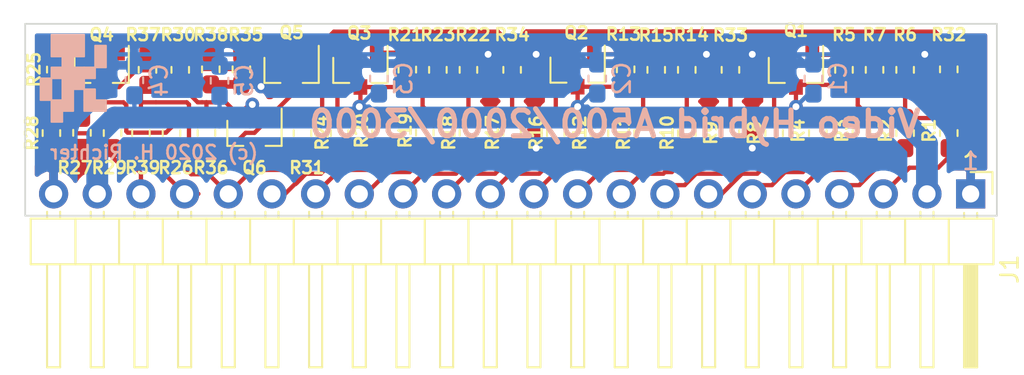
<source format=kicad_pcb>
(kicad_pcb (version 20171130) (host pcbnew "(5.1.6-0)")

  (general
    (thickness 1.6)
    (drawings 8)
    (tracks 393)
    (zones 0)
    (modules 52)
    (nets 33)
  )

  (page A4)
  (layers
    (0 F.Cu signal)
    (31 B.Cu signal)
    (32 B.Adhes user)
    (33 F.Adhes user)
    (34 B.Paste user)
    (35 F.Paste user)
    (36 B.SilkS user)
    (37 F.SilkS user)
    (38 B.Mask user)
    (39 F.Mask user)
    (40 Dwgs.User user)
    (41 Cmts.User user)
    (42 Eco1.User user)
    (43 Eco2.User user)
    (44 Edge.Cuts user)
    (45 Margin user)
    (46 B.CrtYd user)
    (47 F.CrtYd user)
    (48 B.Fab user)
    (49 F.Fab user)
  )

  (setup
    (last_trace_width 0.25)
    (user_trace_width 1.27)
    (user_trace_width 2.54)
    (trace_clearance 0.2)
    (zone_clearance 0.508)
    (zone_45_only no)
    (trace_min 0.2)
    (via_size 0.8)
    (via_drill 0.4)
    (via_min_size 0.4)
    (via_min_drill 0.3)
    (uvia_size 0.3)
    (uvia_drill 0.1)
    (uvias_allowed no)
    (uvia_min_size 0.2)
    (uvia_min_drill 0.1)
    (edge_width 0.05)
    (segment_width 0.2)
    (pcb_text_width 0.3)
    (pcb_text_size 1.5 1.5)
    (mod_edge_width 0.12)
    (mod_text_size 1 1)
    (mod_text_width 0.15)
    (pad_size 1.524 1.524)
    (pad_drill 0.762)
    (pad_to_mask_clearance 0.051)
    (solder_mask_min_width 0.25)
    (aux_axis_origin 0 0)
    (visible_elements FFFFFF7F)
    (pcbplotparams
      (layerselection 0x010fc_ffffffff)
      (usegerberextensions true)
      (usegerberattributes false)
      (usegerberadvancedattributes false)
      (creategerberjobfile false)
      (excludeedgelayer true)
      (linewidth 0.100000)
      (plotframeref false)
      (viasonmask false)
      (mode 1)
      (useauxorigin false)
      (hpglpennumber 1)
      (hpglpenspeed 20)
      (hpglpendiameter 15.000000)
      (psnegative false)
      (psa4output false)
      (plotreference true)
      (plotvalue true)
      (plotinvisibletext false)
      (padsonsilk false)
      (subtractmaskfromsilk false)
      (outputformat 1)
      (mirror false)
      (drillshape 0)
      (scaleselection 1)
      (outputdirectory "Gerber/"))
  )

  (net 0 "")
  (net 1 GND)
  (net 2 +5V)
  (net 3 /SYNC)
  (net 4 /COMP)
  (net 5 /CSYNC)
  (net 6 /BLUE)
  (net 7 /DB0)
  (net 8 /DB1)
  (net 9 /DB2)
  (net 10 /DB3)
  (net 11 /GREEN)
  (net 12 /DG0)
  (net 13 /DG1)
  (net 14 /DG2)
  (net 15 /DG3)
  (net 16 /RED)
  (net 17 /DR0)
  (net 18 /DR1)
  (net 19 /DR2)
  (net 20 /DR3)
  (net 21 "Net-(Q1-Pad2)")
  (net 22 "Net-(Q2-Pad2)")
  (net 23 "Net-(Q3-Pad2)")
  (net 24 "Net-(Q4-Pad2)")
  (net 25 "Net-(Q4-Pad1)")
  (net 26 /R0)
  (net 27 /G0)
  (net 28 /B0)
  (net 29 "Net-(Q5-Pad2)")
  (net 30 "Net-(Q5-Pad1)")
  (net 31 "Net-(Q5-Pad3)")
  (net 32 "Net-(Q6-Pad3)")

  (net_class Default "Dies ist die voreingestellte Netzklasse."
    (clearance 0.2)
    (trace_width 0.25)
    (via_dia 0.8)
    (via_drill 0.4)
    (uvia_dia 0.3)
    (uvia_drill 0.1)
    (add_net +5V)
    (add_net /B0)
    (add_net /BLUE)
    (add_net /COMP)
    (add_net /CSYNC)
    (add_net /DB0)
    (add_net /DB1)
    (add_net /DB2)
    (add_net /DB3)
    (add_net /DG0)
    (add_net /DG1)
    (add_net /DG2)
    (add_net /DG3)
    (add_net /DR0)
    (add_net /DR1)
    (add_net /DR2)
    (add_net /DR3)
    (add_net /G0)
    (add_net /GREEN)
    (add_net /R0)
    (add_net /RED)
    (add_net /SYNC)
    (add_net "Net-(Q1-Pad2)")
    (add_net "Net-(Q2-Pad2)")
    (add_net "Net-(Q3-Pad2)")
    (add_net "Net-(Q4-Pad1)")
    (add_net "Net-(Q4-Pad2)")
    (add_net "Net-(Q5-Pad1)")
    (add_net "Net-(Q5-Pad2)")
    (add_net "Net-(Q5-Pad3)")
    (add_net "Net-(Q6-Pad3)")
  )

  (net_class GND ""
    (clearance 0.1)
    (trace_width 0.25)
    (via_dia 0.8)
    (via_drill 0.4)
    (uvia_dia 0.3)
    (uvia_drill 0.1)
    (add_net GND)
  )

  (module bax:baxlogo (layer B.Cu) (tedit 5D2B3466) (tstamp 5E6D80BB)
    (at 45.339 53.721 180)
    (fp_text reference REF** (at 0 -3.81) (layer B.SilkS) hide
      (effects (font (size 1 1) (thickness 0.15)) (justify mirror))
    )
    (fp_text value baxlogo (at 0 3.6322) (layer B.Fab)
      (effects (font (size 1 1) (thickness 0.15)) (justify mirror))
    )
    (fp_poly (pts (xy -0.635 -1.27) (xy -0.635 -1.905) (xy -1.905 -1.905) (xy -1.905 -1.27)) (layer B.SilkS) (width 0.1))
    (fp_poly (pts (xy -0.635 -0.635) (xy -0.635 -1.27) (xy -1.27 -1.27) (xy -1.27 -0.635)) (layer B.SilkS) (width 0.1))
    (fp_poly (pts (xy 0.635 -1.27) (xy 1.27 -1.27) (xy 1.27 -2.54) (xy 0.635 -2.54)) (layer B.SilkS) (width 0.1))
    (fp_poly (pts (xy 0.635 -0.635) (xy 0.635 -1.905) (xy 0 -1.905) (xy 0 -0.635)) (layer B.SilkS) (width 0.1))
    (fp_poly (pts (xy 0.635 0) (xy 0.635 -0.635) (xy -0.635 -0.635) (xy -0.635 0)) (layer B.SilkS) (width 0.1))
    (fp_poly (pts (xy 1.27 0) (xy 1.27 -1.27) (xy 1.905 -1.27) (xy 1.905 0)) (layer B.SilkS) (width 0.1))
    (fp_poly (pts (xy -0.635 0.635) (xy 1.27 0.635) (xy 1.27 0) (xy -0.635 0)) (layer B.SilkS) (width 0.1))
    (fp_poly (pts (xy -1.27 0.635) (xy -1.27 1.905) (xy -1.905 1.905) (xy -1.905 0.635)) (layer B.SilkS) (width 0.1))
    (fp_poly (pts (xy -0.635 0.635) (xy -1.27 0.635) (xy -1.27 0) (xy -0.635 0)) (layer B.SilkS) (width 0.1))
    (fp_poly (pts (xy 0 1.27) (xy 0 0.635) (xy 0.635 0.635) (xy 0.635 1.27)) (layer B.SilkS) (width 0.1))
    (fp_poly (pts (xy -0.635 2.54) (xy 1.27 2.54) (xy 1.27 1.27) (xy -0.635 1.27)) (layer B.SilkS) (width 0.1))
  )

  (module Resistor_SMD:R_0603_1608Metric_Pad1.05x0.95mm_HandSolder (layer F.Cu) (tedit 5B301BBD) (tstamp 5E6902D7)
    (at 45.847 56.896 90)
    (descr "Resistor SMD 0603 (1608 Metric), square (rectangular) end terminal, IPC_7351 nominal with elongated pad for handsoldering. (Body size source: http://www.tortai-tech.com/upload/download/2011102023233369053.pdf), generated with kicad-footprint-generator")
    (tags "resistor handsolder")
    (path /5E6BE7FB)
    (attr smd)
    (fp_text reference R27 (at -2.032 -0.4064 180) (layer F.SilkS)
      (effects (font (size 0.7 0.7) (thickness 0.15)))
    )
    (fp_text value 27k (at 0 1.43 90) (layer F.Fab)
      (effects (font (size 1 1) (thickness 0.15)))
    )
    (fp_line (start -0.8 0.4) (end -0.8 -0.4) (layer F.Fab) (width 0.1))
    (fp_line (start -0.8 -0.4) (end 0.8 -0.4) (layer F.Fab) (width 0.1))
    (fp_line (start 0.8 -0.4) (end 0.8 0.4) (layer F.Fab) (width 0.1))
    (fp_line (start 0.8 0.4) (end -0.8 0.4) (layer F.Fab) (width 0.1))
    (fp_line (start -0.171267 -0.51) (end 0.171267 -0.51) (layer F.SilkS) (width 0.12))
    (fp_line (start -0.171267 0.51) (end 0.171267 0.51) (layer F.SilkS) (width 0.12))
    (fp_line (start -1.65 0.73) (end -1.65 -0.73) (layer F.CrtYd) (width 0.05))
    (fp_line (start -1.65 -0.73) (end 1.65 -0.73) (layer F.CrtYd) (width 0.05))
    (fp_line (start 1.65 -0.73) (end 1.65 0.73) (layer F.CrtYd) (width 0.05))
    (fp_line (start 1.65 0.73) (end -1.65 0.73) (layer F.CrtYd) (width 0.05))
    (fp_text user %R (at 0 0 90) (layer F.Fab)
      (effects (font (size 0.4 0.4) (thickness 0.06)))
    )
    (pad 2 smd roundrect (at 0.875 0 90) (size 1.05 0.95) (layers F.Cu F.Paste F.Mask) (roundrect_rratio 0.25)
      (net 25 "Net-(Q4-Pad1)"))
    (pad 1 smd roundrect (at -0.875 0 90) (size 1.05 0.95) (layers F.Cu F.Paste F.Mask) (roundrect_rratio 0.25)
      (net 1 GND))
    (model ${KISYS3DMOD}/Resistor_SMD.3dshapes/R_0603_1608Metric.wrl
      (at (xyz 0 0 0))
      (scale (xyz 1 1 1))
      (rotate (xyz 0 0 0))
    )
  )

  (module Resistor_SMD:R_0603_1608Metric_Pad1.05x0.95mm_HandSolder (layer F.Cu) (tedit 5B301BBD) (tstamp 5E68D38C)
    (at 47.625 56.91 270)
    (descr "Resistor SMD 0603 (1608 Metric), square (rectangular) end terminal, IPC_7351 nominal with elongated pad for handsoldering. (Body size source: http://www.tortai-tech.com/upload/download/2011102023233369053.pdf), generated with kicad-footprint-generator")
    (tags "resistor handsolder")
    (path /5E6AED5C)
    (attr smd)
    (fp_text reference R29 (at 2.018 0.1905 180) (layer F.SilkS)
      (effects (font (size 0.7 0.7) (thickness 0.15)))
    )
    (fp_text value 75 (at 0 1.43 90) (layer F.Fab)
      (effects (font (size 1 1) (thickness 0.15)))
    )
    (fp_line (start -0.8 0.4) (end -0.8 -0.4) (layer F.Fab) (width 0.1))
    (fp_line (start -0.8 -0.4) (end 0.8 -0.4) (layer F.Fab) (width 0.1))
    (fp_line (start 0.8 -0.4) (end 0.8 0.4) (layer F.Fab) (width 0.1))
    (fp_line (start 0.8 0.4) (end -0.8 0.4) (layer F.Fab) (width 0.1))
    (fp_line (start -0.171267 -0.51) (end 0.171267 -0.51) (layer F.SilkS) (width 0.12))
    (fp_line (start -0.171267 0.51) (end 0.171267 0.51) (layer F.SilkS) (width 0.12))
    (fp_line (start -1.65 0.73) (end -1.65 -0.73) (layer F.CrtYd) (width 0.05))
    (fp_line (start -1.65 -0.73) (end 1.65 -0.73) (layer F.CrtYd) (width 0.05))
    (fp_line (start 1.65 -0.73) (end 1.65 0.73) (layer F.CrtYd) (width 0.05))
    (fp_line (start 1.65 0.73) (end -1.65 0.73) (layer F.CrtYd) (width 0.05))
    (fp_text user %R (at 0 0 90) (layer F.Fab)
      (effects (font (size 0.4 0.4) (thickness 0.06)))
    )
    (pad 2 smd roundrect (at 0.875 0 270) (size 1.05 0.95) (layers F.Cu F.Paste F.Mask) (roundrect_rratio 0.25)
      (net 3 /SYNC))
    (pad 1 smd roundrect (at -0.875 0 270) (size 1.05 0.95) (layers F.Cu F.Paste F.Mask) (roundrect_rratio 0.25)
      (net 24 "Net-(Q4-Pad2)"))
    (model ${KISYS3DMOD}/Resistor_SMD.3dshapes/R_0603_1608Metric.wrl
      (at (xyz 0 0 0))
      (scale (xyz 1 1 1))
      (rotate (xyz 0 0 0))
    )
  )

  (module Resistor_SMD:R_0603_1608Metric_Pad1.05x0.95mm_HandSolder (layer F.Cu) (tedit 5B301BBD) (tstamp 5E68D37B)
    (at 44.069 56.91 90)
    (descr "Resistor SMD 0603 (1608 Metric), square (rectangular) end terminal, IPC_7351 nominal with elongated pad for handsoldering. (Body size source: http://www.tortai-tech.com/upload/download/2011102023233369053.pdf), generated with kicad-footprint-generator")
    (tags "resistor handsolder")
    (path /5E6AED7B)
    (attr smd)
    (fp_text reference R28 (at 0 -1.143 90) (layer F.SilkS)
      (effects (font (size 0.7 0.7) (thickness 0.15)))
    )
    (fp_text value 150 (at 0 1.43 90) (layer F.Fab)
      (effects (font (size 1 1) (thickness 0.15)))
    )
    (fp_line (start -0.8 0.4) (end -0.8 -0.4) (layer F.Fab) (width 0.1))
    (fp_line (start -0.8 -0.4) (end 0.8 -0.4) (layer F.Fab) (width 0.1))
    (fp_line (start 0.8 -0.4) (end 0.8 0.4) (layer F.Fab) (width 0.1))
    (fp_line (start 0.8 0.4) (end -0.8 0.4) (layer F.Fab) (width 0.1))
    (fp_line (start -0.171267 -0.51) (end 0.171267 -0.51) (layer F.SilkS) (width 0.12))
    (fp_line (start -0.171267 0.51) (end 0.171267 0.51) (layer F.SilkS) (width 0.12))
    (fp_line (start -1.65 0.73) (end -1.65 -0.73) (layer F.CrtYd) (width 0.05))
    (fp_line (start -1.65 -0.73) (end 1.65 -0.73) (layer F.CrtYd) (width 0.05))
    (fp_line (start 1.65 -0.73) (end 1.65 0.73) (layer F.CrtYd) (width 0.05))
    (fp_line (start 1.65 0.73) (end -1.65 0.73) (layer F.CrtYd) (width 0.05))
    (fp_text user %R (at 0 0 90) (layer F.Fab)
      (effects (font (size 0.4 0.4) (thickness 0.06)))
    )
    (pad 2 smd roundrect (at 0.875 0 90) (size 1.05 0.95) (layers F.Cu F.Paste F.Mask) (roundrect_rratio 0.25)
      (net 24 "Net-(Q4-Pad2)"))
    (pad 1 smd roundrect (at -0.875 0 90) (size 1.05 0.95) (layers F.Cu F.Paste F.Mask) (roundrect_rratio 0.25)
      (net 1 GND))
    (model ${KISYS3DMOD}/Resistor_SMD.3dshapes/R_0603_1608Metric.wrl
      (at (xyz 0 0 0))
      (scale (xyz 1 1 1))
      (rotate (xyz 0 0 0))
    )
  )

  (module Resistor_SMD:R_0603_1608Metric_Pad1.05x0.95mm_HandSolder (layer F.Cu) (tedit 5B301BBD) (tstamp 5E68D359)
    (at 51.054 56.91 270)
    (descr "Resistor SMD 0603 (1608 Metric), square (rectangular) end terminal, IPC_7351 nominal with elongated pad for handsoldering. (Body size source: http://www.tortai-tech.com/upload/download/2011102023233369053.pdf), generated with kicad-footprint-generator")
    (tags "resistor handsolder")
    (path /5E6AEC9D)
    (attr smd)
    (fp_text reference R26 (at 2.018 -0.254 180) (layer F.SilkS)
      (effects (font (size 0.7 0.7) (thickness 0.15)))
    )
    (fp_text value 220 (at 0 1.43 90) (layer F.Fab)
      (effects (font (size 1 1) (thickness 0.15)))
    )
    (fp_line (start -0.8 0.4) (end -0.8 -0.4) (layer F.Fab) (width 0.1))
    (fp_line (start -0.8 -0.4) (end 0.8 -0.4) (layer F.Fab) (width 0.1))
    (fp_line (start 0.8 -0.4) (end 0.8 0.4) (layer F.Fab) (width 0.1))
    (fp_line (start 0.8 0.4) (end -0.8 0.4) (layer F.Fab) (width 0.1))
    (fp_line (start -0.171267 -0.51) (end 0.171267 -0.51) (layer F.SilkS) (width 0.12))
    (fp_line (start -0.171267 0.51) (end 0.171267 0.51) (layer F.SilkS) (width 0.12))
    (fp_line (start -1.65 0.73) (end -1.65 -0.73) (layer F.CrtYd) (width 0.05))
    (fp_line (start -1.65 -0.73) (end 1.65 -0.73) (layer F.CrtYd) (width 0.05))
    (fp_line (start 1.65 -0.73) (end 1.65 0.73) (layer F.CrtYd) (width 0.05))
    (fp_line (start 1.65 0.73) (end -1.65 0.73) (layer F.CrtYd) (width 0.05))
    (fp_text user %R (at 0 0 90) (layer F.Fab)
      (effects (font (size 0.4 0.4) (thickness 0.06)))
    )
    (pad 2 smd roundrect (at 0.875 0 270) (size 1.05 0.95) (layers F.Cu F.Paste F.Mask) (roundrect_rratio 0.25)
      (net 5 /CSYNC))
    (pad 1 smd roundrect (at -0.875 0 270) (size 1.05 0.95) (layers F.Cu F.Paste F.Mask) (roundrect_rratio 0.25)
      (net 25 "Net-(Q4-Pad1)"))
    (model ${KISYS3DMOD}/Resistor_SMD.3dshapes/R_0603_1608Metric.wrl
      (at (xyz 0 0 0))
      (scale (xyz 1 1 1))
      (rotate (xyz 0 0 0))
    )
  )

  (module Resistor_SMD:R_0603_1608Metric_Pad1.05x0.95mm_HandSolder (layer F.Cu) (tedit 5B301BBD) (tstamp 5E68D348)
    (at 44.323 53.213 90)
    (descr "Resistor SMD 0603 (1608 Metric), square (rectangular) end terminal, IPC_7351 nominal with elongated pad for handsoldering. (Body size source: http://www.tortai-tech.com/upload/download/2011102023233369053.pdf), generated with kicad-footprint-generator")
    (tags "resistor handsolder")
    (path /5E6AED36)
    (attr smd)
    (fp_text reference R25 (at 0 -1.27 90) (layer F.SilkS)
      (effects (font (size 0.7 0.7) (thickness 0.15)))
    )
    (fp_text value 1000 (at 0 1.43 90) (layer F.Fab)
      (effects (font (size 1 1) (thickness 0.15)))
    )
    (fp_line (start -0.8 0.4) (end -0.8 -0.4) (layer F.Fab) (width 0.1))
    (fp_line (start -0.8 -0.4) (end 0.8 -0.4) (layer F.Fab) (width 0.1))
    (fp_line (start 0.8 -0.4) (end 0.8 0.4) (layer F.Fab) (width 0.1))
    (fp_line (start 0.8 0.4) (end -0.8 0.4) (layer F.Fab) (width 0.1))
    (fp_line (start -0.171267 -0.51) (end 0.171267 -0.51) (layer F.SilkS) (width 0.12))
    (fp_line (start -0.171267 0.51) (end 0.171267 0.51) (layer F.SilkS) (width 0.12))
    (fp_line (start -1.65 0.73) (end -1.65 -0.73) (layer F.CrtYd) (width 0.05))
    (fp_line (start -1.65 -0.73) (end 1.65 -0.73) (layer F.CrtYd) (width 0.05))
    (fp_line (start 1.65 -0.73) (end 1.65 0.73) (layer F.CrtYd) (width 0.05))
    (fp_line (start 1.65 0.73) (end -1.65 0.73) (layer F.CrtYd) (width 0.05))
    (fp_text user %R (at 0 0 90) (layer F.Fab)
      (effects (font (size 0.4 0.4) (thickness 0.06)))
    )
    (pad 2 smd roundrect (at 0.875 0 90) (size 1.05 0.95) (layers F.Cu F.Paste F.Mask) (roundrect_rratio 0.25)
      (net 2 +5V))
    (pad 1 smd roundrect (at -0.875 0 90) (size 1.05 0.95) (layers F.Cu F.Paste F.Mask) (roundrect_rratio 0.25)
      (net 25 "Net-(Q4-Pad1)"))
    (model ${KISYS3DMOD}/Resistor_SMD.3dshapes/R_0603_1608Metric.wrl
      (at (xyz 0 0 0))
      (scale (xyz 1 1 1))
      (rotate (xyz 0 0 0))
    )
  )

  (module Package_TO_SOT_SMD:SOT-23 (layer F.Cu) (tedit 5A02FF57) (tstamp 5E68CFE7)
    (at 46.99 53.229 270)
    (descr "SOT-23, Standard")
    (tags SOT-23)
    (path /5E6AECCF)
    (attr smd)
    (fp_text reference Q4 (at -2.048 0 180) (layer F.SilkS)
      (effects (font (size 0.7 0.7) (thickness 0.15)))
    )
    (fp_text value MMBT3904 (at 0 2.5 90) (layer F.Fab)
      (effects (font (size 1 1) (thickness 0.15)))
    )
    (fp_line (start -0.7 -0.95) (end -0.7 1.5) (layer F.Fab) (width 0.1))
    (fp_line (start -0.15 -1.52) (end 0.7 -1.52) (layer F.Fab) (width 0.1))
    (fp_line (start -0.7 -0.95) (end -0.15 -1.52) (layer F.Fab) (width 0.1))
    (fp_line (start 0.7 -1.52) (end 0.7 1.52) (layer F.Fab) (width 0.1))
    (fp_line (start -0.7 1.52) (end 0.7 1.52) (layer F.Fab) (width 0.1))
    (fp_line (start 0.76 1.58) (end 0.76 0.65) (layer F.SilkS) (width 0.12))
    (fp_line (start 0.76 -1.58) (end 0.76 -0.65) (layer F.SilkS) (width 0.12))
    (fp_line (start -1.7 -1.75) (end 1.7 -1.75) (layer F.CrtYd) (width 0.05))
    (fp_line (start 1.7 -1.75) (end 1.7 1.75) (layer F.CrtYd) (width 0.05))
    (fp_line (start 1.7 1.75) (end -1.7 1.75) (layer F.CrtYd) (width 0.05))
    (fp_line (start -1.7 1.75) (end -1.7 -1.75) (layer F.CrtYd) (width 0.05))
    (fp_line (start 0.76 -1.58) (end -1.4 -1.58) (layer F.SilkS) (width 0.12))
    (fp_line (start 0.76 1.58) (end -0.7 1.58) (layer F.SilkS) (width 0.12))
    (fp_text user %R (at 0 0) (layer F.Fab)
      (effects (font (size 0.5 0.5) (thickness 0.075)))
    )
    (pad 3 smd rect (at 1 0 270) (size 0.9 0.8) (layers F.Cu F.Paste F.Mask)
      (net 2 +5V))
    (pad 2 smd rect (at -1 0.95 270) (size 0.9 0.8) (layers F.Cu F.Paste F.Mask)
      (net 24 "Net-(Q4-Pad2)"))
    (pad 1 smd rect (at -1 -0.95 270) (size 0.9 0.8) (layers F.Cu F.Paste F.Mask)
      (net 25 "Net-(Q4-Pad1)"))
    (model ${KISYS3DMOD}/Package_TO_SOT_SMD.3dshapes/SOT-23.wrl
      (at (xyz 0 0 0))
      (scale (xyz 1 1 1))
      (rotate (xyz 0 0 0))
    )
  )

  (module Resistor_SMD:R_0603_1608Metric_Pad1.05x0.95mm_HandSolder (layer B.Cu) (tedit 5B301BBD) (tstamp 5E68CCCE)
    (at 48.895 53.834 90)
    (descr "Resistor SMD 0603 (1608 Metric), square (rectangular) end terminal, IPC_7351 nominal with elongated pad for handsoldering. (Body size source: http://www.tortai-tech.com/upload/download/2011102023233369053.pdf), generated with kicad-footprint-generator")
    (tags "resistor handsolder")
    (path /5E6AECF2)
    (attr smd)
    (fp_text reference C4 (at 0 1.43 90) (layer B.SilkS)
      (effects (font (size 1 1) (thickness 0.15)) (justify mirror))
    )
    (fp_text value 100nF (at 0 -1.43 90) (layer B.Fab)
      (effects (font (size 1 1) (thickness 0.15)) (justify mirror))
    )
    (fp_line (start -0.8 -0.4) (end -0.8 0.4) (layer B.Fab) (width 0.1))
    (fp_line (start -0.8 0.4) (end 0.8 0.4) (layer B.Fab) (width 0.1))
    (fp_line (start 0.8 0.4) (end 0.8 -0.4) (layer B.Fab) (width 0.1))
    (fp_line (start 0.8 -0.4) (end -0.8 -0.4) (layer B.Fab) (width 0.1))
    (fp_line (start -0.171267 0.51) (end 0.171267 0.51) (layer B.SilkS) (width 0.12))
    (fp_line (start -0.171267 -0.51) (end 0.171267 -0.51) (layer B.SilkS) (width 0.12))
    (fp_line (start -1.65 -0.73) (end -1.65 0.73) (layer B.CrtYd) (width 0.05))
    (fp_line (start -1.65 0.73) (end 1.65 0.73) (layer B.CrtYd) (width 0.05))
    (fp_line (start 1.65 0.73) (end 1.65 -0.73) (layer B.CrtYd) (width 0.05))
    (fp_line (start 1.65 -0.73) (end -1.65 -0.73) (layer B.CrtYd) (width 0.05))
    (fp_text user %R (at 0 0 90) (layer B.Fab)
      (effects (font (size 0.4 0.4) (thickness 0.06)) (justify mirror))
    )
    (pad 2 smd roundrect (at 0.875 0 90) (size 1.05 0.95) (layers B.Cu B.Paste B.Mask) (roundrect_rratio 0.25)
      (net 1 GND))
    (pad 1 smd roundrect (at -0.875 0 90) (size 1.05 0.95) (layers B.Cu B.Paste B.Mask) (roundrect_rratio 0.25)
      (net 2 +5V))
    (model ${KISYS3DMOD}/Resistor_SMD.3dshapes/R_0603_1608Metric.wrl
      (at (xyz 0 0 0))
      (scale (xyz 1 1 1))
      (rotate (xyz 0 0 0))
    )
  )

  (module Resistor_SMD:R_0603_1608Metric_Pad1.05x0.95mm_HandSolder (layer F.Cu) (tedit 5B301BBD) (tstamp 5E6954F0)
    (at 49.276 56.91 270)
    (descr "Resistor SMD 0603 (1608 Metric), square (rectangular) end terminal, IPC_7351 nominal with elongated pad for handsoldering. (Body size source: http://www.tortai-tech.com/upload/download/2011102023233369053.pdf), generated with kicad-footprint-generator")
    (tags "resistor handsolder")
    (path /5E6AC9EF)
    (attr smd)
    (fp_text reference R39 (at 2.018 -0.1016 180) (layer F.SilkS)
      (effects (font (size 0.7 0.7) (thickness 0.15)))
    )
    (fp_text value 75 (at 0 1.43 90) (layer F.Fab)
      (effects (font (size 1 1) (thickness 0.15)))
    )
    (fp_line (start -0.8 0.4) (end -0.8 -0.4) (layer F.Fab) (width 0.1))
    (fp_line (start -0.8 -0.4) (end 0.8 -0.4) (layer F.Fab) (width 0.1))
    (fp_line (start 0.8 -0.4) (end 0.8 0.4) (layer F.Fab) (width 0.1))
    (fp_line (start 0.8 0.4) (end -0.8 0.4) (layer F.Fab) (width 0.1))
    (fp_line (start -0.171267 -0.51) (end 0.171267 -0.51) (layer F.SilkS) (width 0.12))
    (fp_line (start -0.171267 0.51) (end 0.171267 0.51) (layer F.SilkS) (width 0.12))
    (fp_line (start -1.65 0.73) (end -1.65 -0.73) (layer F.CrtYd) (width 0.05))
    (fp_line (start -1.65 -0.73) (end 1.65 -0.73) (layer F.CrtYd) (width 0.05))
    (fp_line (start 1.65 -0.73) (end 1.65 0.73) (layer F.CrtYd) (width 0.05))
    (fp_line (start 1.65 0.73) (end -1.65 0.73) (layer F.CrtYd) (width 0.05))
    (fp_text user %R (at 0 0 90) (layer F.Fab)
      (effects (font (size 0.4 0.4) (thickness 0.06)))
    )
    (pad 2 smd roundrect (at 0.875 0 270) (size 1.05 0.95) (layers F.Cu F.Paste F.Mask) (roundrect_rratio 0.25)
      (net 4 /COMP))
    (pad 1 smd roundrect (at -0.875 0 270) (size 1.05 0.95) (layers F.Cu F.Paste F.Mask) (roundrect_rratio 0.25)
      (net 32 "Net-(Q6-Pad3)"))
    (model ${KISYS3DMOD}/Resistor_SMD.3dshapes/R_0603_1608Metric.wrl
      (at (xyz 0 0 0))
      (scale (xyz 1 1 1))
      (rotate (xyz 0 0 0))
    )
  )

  (module Resistor_SMD:R_0603_1608Metric_Pad1.05x0.95mm_HandSolder (layer F.Cu) (tedit 5B301BBD) (tstamp 5E6863B1)
    (at 53.34 53.199 90)
    (descr "Resistor SMD 0603 (1608 Metric), square (rectangular) end terminal, IPC_7351 nominal with elongated pad for handsoldering. (Body size source: http://www.tortai-tech.com/upload/download/2011102023233369053.pdf), generated with kicad-footprint-generator")
    (tags "resistor handsolder")
    (path /5E6AD8ED)
    (attr smd)
    (fp_text reference R38 (at 2.018 0 180) (layer F.SilkS)
      (effects (font (size 0.7 0.7) (thickness 0.15)))
    )
    (fp_text value 36 (at 0 1.43 90) (layer F.Fab)
      (effects (font (size 1 1) (thickness 0.15)))
    )
    (fp_line (start -0.8 0.4) (end -0.8 -0.4) (layer F.Fab) (width 0.1))
    (fp_line (start -0.8 -0.4) (end 0.8 -0.4) (layer F.Fab) (width 0.1))
    (fp_line (start 0.8 -0.4) (end 0.8 0.4) (layer F.Fab) (width 0.1))
    (fp_line (start 0.8 0.4) (end -0.8 0.4) (layer F.Fab) (width 0.1))
    (fp_line (start -0.171267 -0.51) (end 0.171267 -0.51) (layer F.SilkS) (width 0.12))
    (fp_line (start -0.171267 0.51) (end 0.171267 0.51) (layer F.SilkS) (width 0.12))
    (fp_line (start -1.65 0.73) (end -1.65 -0.73) (layer F.CrtYd) (width 0.05))
    (fp_line (start -1.65 -0.73) (end 1.65 -0.73) (layer F.CrtYd) (width 0.05))
    (fp_line (start 1.65 -0.73) (end 1.65 0.73) (layer F.CrtYd) (width 0.05))
    (fp_line (start 1.65 0.73) (end -1.65 0.73) (layer F.CrtYd) (width 0.05))
    (fp_text user %R (at 0 0 90) (layer F.Fab)
      (effects (font (size 0.4 0.4) (thickness 0.06)))
    )
    (pad 2 smd roundrect (at 0.875 0 90) (size 1.05 0.95) (layers F.Cu F.Paste F.Mask) (roundrect_rratio 0.25)
      (net 29 "Net-(Q5-Pad2)"))
    (pad 1 smd roundrect (at -0.875 0 90) (size 1.05 0.95) (layers F.Cu F.Paste F.Mask) (roundrect_rratio 0.25)
      (net 1 GND))
    (model ${KISYS3DMOD}/Resistor_SMD.3dshapes/R_0603_1608Metric.wrl
      (at (xyz 0 0 0))
      (scale (xyz 1 1 1))
      (rotate (xyz 0 0 0))
    )
  )

  (module Resistor_SMD:R_0603_1608Metric_Pad1.05x0.95mm_HandSolder (layer F.Cu) (tedit 5B301BBD) (tstamp 5E6863A0)
    (at 49.657 53.227 270)
    (descr "Resistor SMD 0603 (1608 Metric), square (rectangular) end terminal, IPC_7351 nominal with elongated pad for handsoldering. (Body size source: http://www.tortai-tech.com/upload/download/2011102023233369053.pdf), generated with kicad-footprint-generator")
    (tags "resistor handsolder")
    (path /5E6AB6F8)
    (attr smd)
    (fp_text reference R37 (at -2.046 0.254 180) (layer F.SilkS)
      (effects (font (size 0.7 0.7) (thickness 0.15)))
    )
    (fp_text value 36 (at 0 1.43 90) (layer F.Fab)
      (effects (font (size 1 1) (thickness 0.15)))
    )
    (fp_line (start -0.8 0.4) (end -0.8 -0.4) (layer F.Fab) (width 0.1))
    (fp_line (start -0.8 -0.4) (end 0.8 -0.4) (layer F.Fab) (width 0.1))
    (fp_line (start 0.8 -0.4) (end 0.8 0.4) (layer F.Fab) (width 0.1))
    (fp_line (start 0.8 0.4) (end -0.8 0.4) (layer F.Fab) (width 0.1))
    (fp_line (start -0.171267 -0.51) (end 0.171267 -0.51) (layer F.SilkS) (width 0.12))
    (fp_line (start -0.171267 0.51) (end 0.171267 0.51) (layer F.SilkS) (width 0.12))
    (fp_line (start -1.65 0.73) (end -1.65 -0.73) (layer F.CrtYd) (width 0.05))
    (fp_line (start -1.65 -0.73) (end 1.65 -0.73) (layer F.CrtYd) (width 0.05))
    (fp_line (start 1.65 -0.73) (end 1.65 0.73) (layer F.CrtYd) (width 0.05))
    (fp_line (start 1.65 0.73) (end -1.65 0.73) (layer F.CrtYd) (width 0.05))
    (fp_text user %R (at 0 0 90) (layer F.Fab)
      (effects (font (size 0.4 0.4) (thickness 0.06)))
    )
    (pad 2 smd roundrect (at 0.875 0 270) (size 1.05 0.95) (layers F.Cu F.Paste F.Mask) (roundrect_rratio 0.25)
      (net 32 "Net-(Q6-Pad3)"))
    (pad 1 smd roundrect (at -0.875 0 270) (size 1.05 0.95) (layers F.Cu F.Paste F.Mask) (roundrect_rratio 0.25)
      (net 29 "Net-(Q5-Pad2)"))
    (model ${KISYS3DMOD}/Resistor_SMD.3dshapes/R_0603_1608Metric.wrl
      (at (xyz 0 0 0))
      (scale (xyz 1 1 1))
      (rotate (xyz 0 0 0))
    )
  )

  (module Resistor_SMD:R_0603_1608Metric_Pad1.05x0.95mm_HandSolder (layer F.Cu) (tedit 5B301BBD) (tstamp 5E68638F)
    (at 53.086 56.896 90)
    (descr "Resistor SMD 0603 (1608 Metric), square (rectangular) end terminal, IPC_7351 nominal with elongated pad for handsoldering. (Body size source: http://www.tortai-tech.com/upload/download/2011102023233369053.pdf), generated with kicad-footprint-generator")
    (tags "resistor handsolder")
    (path /5E6A7419)
    (attr smd)
    (fp_text reference R36 (at -2.032 0.254 180) (layer F.SilkS)
      (effects (font (size 0.7 0.7) (thickness 0.15)))
    )
    (fp_text value 220 (at 0 1.43 90) (layer F.Fab)
      (effects (font (size 1 1) (thickness 0.15)))
    )
    (fp_line (start -0.8 0.4) (end -0.8 -0.4) (layer F.Fab) (width 0.1))
    (fp_line (start -0.8 -0.4) (end 0.8 -0.4) (layer F.Fab) (width 0.1))
    (fp_line (start 0.8 -0.4) (end 0.8 0.4) (layer F.Fab) (width 0.1))
    (fp_line (start 0.8 0.4) (end -0.8 0.4) (layer F.Fab) (width 0.1))
    (fp_line (start -0.171267 -0.51) (end 0.171267 -0.51) (layer F.SilkS) (width 0.12))
    (fp_line (start -0.171267 0.51) (end 0.171267 0.51) (layer F.SilkS) (width 0.12))
    (fp_line (start -1.65 0.73) (end -1.65 -0.73) (layer F.CrtYd) (width 0.05))
    (fp_line (start -1.65 -0.73) (end 1.65 -0.73) (layer F.CrtYd) (width 0.05))
    (fp_line (start 1.65 -0.73) (end 1.65 0.73) (layer F.CrtYd) (width 0.05))
    (fp_line (start 1.65 0.73) (end -1.65 0.73) (layer F.CrtYd) (width 0.05))
    (fp_text user %R (at 0 0 90) (layer F.Fab)
      (effects (font (size 0.4 0.4) (thickness 0.06)))
    )
    (pad 2 smd roundrect (at 0.875 0 90) (size 1.05 0.95) (layers F.Cu F.Paste F.Mask) (roundrect_rratio 0.25)
      (net 2 +5V))
    (pad 1 smd roundrect (at -0.875 0 90) (size 1.05 0.95) (layers F.Cu F.Paste F.Mask) (roundrect_rratio 0.25)
      (net 31 "Net-(Q5-Pad3)"))
    (model ${KISYS3DMOD}/Resistor_SMD.3dshapes/R_0603_1608Metric.wrl
      (at (xyz 0 0 0))
      (scale (xyz 1 1 1))
      (rotate (xyz 0 0 0))
    )
  )

  (module Resistor_SMD:R_0603_1608Metric_Pad1.05x0.95mm_HandSolder (layer F.Cu) (tedit 5B301BBD) (tstamp 5E68637E)
    (at 55.118 53.199 90)
    (descr "Resistor SMD 0603 (1608 Metric), square (rectangular) end terminal, IPC_7351 nominal with elongated pad for handsoldering. (Body size source: http://www.tortai-tech.com/upload/download/2011102023233369053.pdf), generated with kicad-footprint-generator")
    (tags "resistor handsolder")
    (path /5E6A4614)
    (attr smd)
    (fp_text reference R35 (at 2.018 0.254 180) (layer F.SilkS)
      (effects (font (size 0.7 0.7) (thickness 0.15)))
    )
    (fp_text value 19.6k (at 0 1.43 90) (layer F.Fab)
      (effects (font (size 1 1) (thickness 0.15)))
    )
    (fp_line (start -0.8 0.4) (end -0.8 -0.4) (layer F.Fab) (width 0.1))
    (fp_line (start -0.8 -0.4) (end 0.8 -0.4) (layer F.Fab) (width 0.1))
    (fp_line (start 0.8 -0.4) (end 0.8 0.4) (layer F.Fab) (width 0.1))
    (fp_line (start 0.8 0.4) (end -0.8 0.4) (layer F.Fab) (width 0.1))
    (fp_line (start -0.171267 -0.51) (end 0.171267 -0.51) (layer F.SilkS) (width 0.12))
    (fp_line (start -0.171267 0.51) (end 0.171267 0.51) (layer F.SilkS) (width 0.12))
    (fp_line (start -1.65 0.73) (end -1.65 -0.73) (layer F.CrtYd) (width 0.05))
    (fp_line (start -1.65 -0.73) (end 1.65 -0.73) (layer F.CrtYd) (width 0.05))
    (fp_line (start 1.65 -0.73) (end 1.65 0.73) (layer F.CrtYd) (width 0.05))
    (fp_line (start 1.65 0.73) (end -1.65 0.73) (layer F.CrtYd) (width 0.05))
    (fp_text user %R (at 0 0 90) (layer F.Fab)
      (effects (font (size 0.4 0.4) (thickness 0.06)))
    )
    (pad 2 smd roundrect (at 0.875 0 90) (size 1.05 0.95) (layers F.Cu F.Paste F.Mask) (roundrect_rratio 0.25)
      (net 30 "Net-(Q5-Pad1)"))
    (pad 1 smd roundrect (at -0.875 0 90) (size 1.05 0.95) (layers F.Cu F.Paste F.Mask) (roundrect_rratio 0.25)
      (net 1 GND))
    (model ${KISYS3DMOD}/Resistor_SMD.3dshapes/R_0603_1608Metric.wrl
      (at (xyz 0 0 0))
      (scale (xyz 1 1 1))
      (rotate (xyz 0 0 0))
    )
  )

  (module Resistor_SMD:R_0603_1608Metric_Pad1.05x0.95mm_HandSolder (layer F.Cu) (tedit 5B301BBD) (tstamp 5E68632D)
    (at 51.562 53.227 270)
    (descr "Resistor SMD 0603 (1608 Metric), square (rectangular) end terminal, IPC_7351 nominal with elongated pad for handsoldering. (Body size source: http://www.tortai-tech.com/upload/download/2011102023233369053.pdf), generated with kicad-footprint-generator")
    (tags "resistor handsolder")
    (path /5E6A3EED)
    (attr smd)
    (fp_text reference R30 (at -2.046 0.127 180) (layer F.SilkS)
      (effects (font (size 0.7 0.7) (thickness 0.15)))
    )
    (fp_text value 90.9k (at 0 1.43 90) (layer F.Fab)
      (effects (font (size 1 1) (thickness 0.15)))
    )
    (fp_line (start -0.8 0.4) (end -0.8 -0.4) (layer F.Fab) (width 0.1))
    (fp_line (start -0.8 -0.4) (end 0.8 -0.4) (layer F.Fab) (width 0.1))
    (fp_line (start 0.8 -0.4) (end 0.8 0.4) (layer F.Fab) (width 0.1))
    (fp_line (start 0.8 0.4) (end -0.8 0.4) (layer F.Fab) (width 0.1))
    (fp_line (start -0.171267 -0.51) (end 0.171267 -0.51) (layer F.SilkS) (width 0.12))
    (fp_line (start -0.171267 0.51) (end 0.171267 0.51) (layer F.SilkS) (width 0.12))
    (fp_line (start -1.65 0.73) (end -1.65 -0.73) (layer F.CrtYd) (width 0.05))
    (fp_line (start -1.65 -0.73) (end 1.65 -0.73) (layer F.CrtYd) (width 0.05))
    (fp_line (start 1.65 -0.73) (end 1.65 0.73) (layer F.CrtYd) (width 0.05))
    (fp_line (start 1.65 0.73) (end -1.65 0.73) (layer F.CrtYd) (width 0.05))
    (fp_text user %R (at 0 0 90) (layer F.Fab)
      (effects (font (size 0.4 0.4) (thickness 0.06)))
    )
    (pad 2 smd roundrect (at 0.875 0 270) (size 1.05 0.95) (layers F.Cu F.Paste F.Mask) (roundrect_rratio 0.25)
      (net 2 +5V))
    (pad 1 smd roundrect (at -0.875 0 270) (size 1.05 0.95) (layers F.Cu F.Paste F.Mask) (roundrect_rratio 0.25)
      (net 30 "Net-(Q5-Pad1)"))
    (model ${KISYS3DMOD}/Resistor_SMD.3dshapes/R_0603_1608Metric.wrl
      (at (xyz 0 0 0))
      (scale (xyz 1 1 1))
      (rotate (xyz 0 0 0))
    )
  )

  (module Resistor_SMD:R_0603_1608Metric_Pad1.05x0.95mm_HandSolder (layer B.Cu) (tedit 5B301BBD) (tstamp 5E685CE8)
    (at 53.848 53.862 90)
    (descr "Resistor SMD 0603 (1608 Metric), square (rectangular) end terminal, IPC_7351 nominal with elongated pad for handsoldering. (Body size source: http://www.tortai-tech.com/upload/download/2011102023233369053.pdf), generated with kicad-footprint-generator")
    (tags "resistor handsolder")
    (path /5E6A4D68)
    (attr smd)
    (fp_text reference C5 (at 0 1.43 90) (layer B.SilkS)
      (effects (font (size 1 1) (thickness 0.15)) (justify mirror))
    )
    (fp_text value 100nF (at 0 -1.43 90) (layer B.Fab)
      (effects (font (size 1 1) (thickness 0.15)) (justify mirror))
    )
    (fp_line (start -0.8 -0.4) (end -0.8 0.4) (layer B.Fab) (width 0.1))
    (fp_line (start -0.8 0.4) (end 0.8 0.4) (layer B.Fab) (width 0.1))
    (fp_line (start 0.8 0.4) (end 0.8 -0.4) (layer B.Fab) (width 0.1))
    (fp_line (start 0.8 -0.4) (end -0.8 -0.4) (layer B.Fab) (width 0.1))
    (fp_line (start -0.171267 0.51) (end 0.171267 0.51) (layer B.SilkS) (width 0.12))
    (fp_line (start -0.171267 -0.51) (end 0.171267 -0.51) (layer B.SilkS) (width 0.12))
    (fp_line (start -1.65 -0.73) (end -1.65 0.73) (layer B.CrtYd) (width 0.05))
    (fp_line (start -1.65 0.73) (end 1.65 0.73) (layer B.CrtYd) (width 0.05))
    (fp_line (start 1.65 0.73) (end 1.65 -0.73) (layer B.CrtYd) (width 0.05))
    (fp_line (start 1.65 -0.73) (end -1.65 -0.73) (layer B.CrtYd) (width 0.05))
    (fp_text user %R (at 0 0 90) (layer B.Fab)
      (effects (font (size 0.4 0.4) (thickness 0.06)) (justify mirror))
    )
    (pad 2 smd roundrect (at 0.875 0 90) (size 1.05 0.95) (layers B.Cu B.Paste B.Mask) (roundrect_rratio 0.25)
      (net 1 GND))
    (pad 1 smd roundrect (at -0.875 0 90) (size 1.05 0.95) (layers B.Cu B.Paste B.Mask) (roundrect_rratio 0.25)
      (net 2 +5V))
    (model ${KISYS3DMOD}/Resistor_SMD.3dshapes/R_0603_1608Metric.wrl
      (at (xyz 0 0 0))
      (scale (xyz 1 1 1))
      (rotate (xyz 0 0 0))
    )
  )

  (module Resistor_SMD:R_0603_1608Metric_Pad1.05x0.95mm_HandSolder (layer F.Cu) (tedit 5B301BBD) (tstamp 5E6829B5)
    (at 70.866 53.227 270)
    (descr "Resistor SMD 0603 (1608 Metric), square (rectangular) end terminal, IPC_7351 nominal with elongated pad for handsoldering. (Body size source: http://www.tortai-tech.com/upload/download/2011102023233369053.pdf), generated with kicad-footprint-generator")
    (tags "resistor handsolder")
    (path /5E6A03F4)
    (attr smd)
    (fp_text reference R34 (at -2.046 0 180) (layer F.SilkS)
      (effects (font (size 0.7 0.7) (thickness 0.15)))
    )
    (fp_text value 37.4k (at 0 1.43 90) (layer F.Fab)
      (effects (font (size 1 1) (thickness 0.15)))
    )
    (fp_line (start -0.8 0.4) (end -0.8 -0.4) (layer F.Fab) (width 0.1))
    (fp_line (start -0.8 -0.4) (end 0.8 -0.4) (layer F.Fab) (width 0.1))
    (fp_line (start 0.8 -0.4) (end 0.8 0.4) (layer F.Fab) (width 0.1))
    (fp_line (start 0.8 0.4) (end -0.8 0.4) (layer F.Fab) (width 0.1))
    (fp_line (start -0.171267 -0.51) (end 0.171267 -0.51) (layer F.SilkS) (width 0.12))
    (fp_line (start -0.171267 0.51) (end 0.171267 0.51) (layer F.SilkS) (width 0.12))
    (fp_line (start -1.65 0.73) (end -1.65 -0.73) (layer F.CrtYd) (width 0.05))
    (fp_line (start -1.65 -0.73) (end 1.65 -0.73) (layer F.CrtYd) (width 0.05))
    (fp_line (start 1.65 -0.73) (end 1.65 0.73) (layer F.CrtYd) (width 0.05))
    (fp_line (start 1.65 0.73) (end -1.65 0.73) (layer F.CrtYd) (width 0.05))
    (fp_text user %R (at 0 0 90) (layer F.Fab)
      (effects (font (size 0.4 0.4) (thickness 0.06)))
    )
    (pad 2 smd roundrect (at 0.875 0 270) (size 1.05 0.95) (layers F.Cu F.Paste F.Mask) (roundrect_rratio 0.25)
      (net 28 /B0))
    (pad 1 smd roundrect (at -0.875 0 270) (size 1.05 0.95) (layers F.Cu F.Paste F.Mask) (roundrect_rratio 0.25)
      (net 30 "Net-(Q5-Pad1)"))
    (model ${KISYS3DMOD}/Resistor_SMD.3dshapes/R_0603_1608Metric.wrl
      (at (xyz 0 0 0))
      (scale (xyz 1 1 1))
      (rotate (xyz 0 0 0))
    )
  )

  (module Resistor_SMD:R_0603_1608Metric_Pad1.05x0.95mm_HandSolder (layer F.Cu) (tedit 5B301BBD) (tstamp 5E6829A4)
    (at 83.566 53.227 270)
    (descr "Resistor SMD 0603 (1608 Metric), square (rectangular) end terminal, IPC_7351 nominal with elongated pad for handsoldering. (Body size source: http://www.tortai-tech.com/upload/download/2011102023233369053.pdf), generated with kicad-footprint-generator")
    (tags "resistor handsolder")
    (path /5E6A039C)
    (attr smd)
    (fp_text reference R33 (at -2.018 0 180) (layer F.SilkS)
      (effects (font (size 0.7 0.7) (thickness 0.15)))
    )
    (fp_text value 6.04k (at 0 1.43 90) (layer F.Fab)
      (effects (font (size 1 1) (thickness 0.15)))
    )
    (fp_line (start -0.8 0.4) (end -0.8 -0.4) (layer F.Fab) (width 0.1))
    (fp_line (start -0.8 -0.4) (end 0.8 -0.4) (layer F.Fab) (width 0.1))
    (fp_line (start 0.8 -0.4) (end 0.8 0.4) (layer F.Fab) (width 0.1))
    (fp_line (start 0.8 0.4) (end -0.8 0.4) (layer F.Fab) (width 0.1))
    (fp_line (start -0.171267 -0.51) (end 0.171267 -0.51) (layer F.SilkS) (width 0.12))
    (fp_line (start -0.171267 0.51) (end 0.171267 0.51) (layer F.SilkS) (width 0.12))
    (fp_line (start -1.65 0.73) (end -1.65 -0.73) (layer F.CrtYd) (width 0.05))
    (fp_line (start -1.65 -0.73) (end 1.65 -0.73) (layer F.CrtYd) (width 0.05))
    (fp_line (start 1.65 -0.73) (end 1.65 0.73) (layer F.CrtYd) (width 0.05))
    (fp_line (start 1.65 0.73) (end -1.65 0.73) (layer F.CrtYd) (width 0.05))
    (fp_text user %R (at 0 0 90) (layer F.Fab)
      (effects (font (size 0.4 0.4) (thickness 0.06)))
    )
    (pad 2 smd roundrect (at 0.875 0 270) (size 1.05 0.95) (layers F.Cu F.Paste F.Mask) (roundrect_rratio 0.25)
      (net 27 /G0))
    (pad 1 smd roundrect (at -0.875 0 270) (size 1.05 0.95) (layers F.Cu F.Paste F.Mask) (roundrect_rratio 0.25)
      (net 30 "Net-(Q5-Pad1)"))
    (model ${KISYS3DMOD}/Resistor_SMD.3dshapes/R_0603_1608Metric.wrl
      (at (xyz 0 0 0))
      (scale (xyz 1 1 1))
      (rotate (xyz 0 0 0))
    )
  )

  (module Resistor_SMD:R_0603_1608Metric_Pad1.05x0.95mm_HandSolder (layer F.Cu) (tedit 5B301BBD) (tstamp 5E682993)
    (at 96.266 53.199 270)
    (descr "Resistor SMD 0603 (1608 Metric), square (rectangular) end terminal, IPC_7351 nominal with elongated pad for handsoldering. (Body size source: http://www.tortai-tech.com/upload/download/2011102023233369053.pdf), generated with kicad-footprint-generator")
    (tags "resistor handsolder")
    (path /5E6A002C)
    (attr smd)
    (fp_text reference R32 (at -2.018 0 180) (layer F.SilkS)
      (effects (font (size 0.7 0.7) (thickness 0.15)))
    )
    (fp_text value 13.3k (at 0 1.43 90) (layer F.Fab)
      (effects (font (size 1 1) (thickness 0.15)))
    )
    (fp_line (start -0.8 0.4) (end -0.8 -0.4) (layer F.Fab) (width 0.1))
    (fp_line (start -0.8 -0.4) (end 0.8 -0.4) (layer F.Fab) (width 0.1))
    (fp_line (start 0.8 -0.4) (end 0.8 0.4) (layer F.Fab) (width 0.1))
    (fp_line (start 0.8 0.4) (end -0.8 0.4) (layer F.Fab) (width 0.1))
    (fp_line (start -0.171267 -0.51) (end 0.171267 -0.51) (layer F.SilkS) (width 0.12))
    (fp_line (start -0.171267 0.51) (end 0.171267 0.51) (layer F.SilkS) (width 0.12))
    (fp_line (start -1.65 0.73) (end -1.65 -0.73) (layer F.CrtYd) (width 0.05))
    (fp_line (start -1.65 -0.73) (end 1.65 -0.73) (layer F.CrtYd) (width 0.05))
    (fp_line (start 1.65 -0.73) (end 1.65 0.73) (layer F.CrtYd) (width 0.05))
    (fp_line (start 1.65 0.73) (end -1.65 0.73) (layer F.CrtYd) (width 0.05))
    (fp_text user %R (at 0 0 90) (layer F.Fab)
      (effects (font (size 0.4 0.4) (thickness 0.06)))
    )
    (pad 2 smd roundrect (at 0.875 0 270) (size 1.05 0.95) (layers F.Cu F.Paste F.Mask) (roundrect_rratio 0.25)
      (net 26 /R0))
    (pad 1 smd roundrect (at -0.875 0 270) (size 1.05 0.95) (layers F.Cu F.Paste F.Mask) (roundrect_rratio 0.25)
      (net 30 "Net-(Q5-Pad1)"))
    (model ${KISYS3DMOD}/Resistor_SMD.3dshapes/R_0603_1608Metric.wrl
      (at (xyz 0 0 0))
      (scale (xyz 1 1 1))
      (rotate (xyz 0 0 0))
    )
  )

  (module Resistor_SMD:R_0603_1608Metric_Pad1.05x0.95mm_HandSolder (layer F.Cu) (tedit 5B301BBD) (tstamp 5E682982)
    (at 58.674 56.91 270)
    (descr "Resistor SMD 0603 (1608 Metric), square (rectangular) end terminal, IPC_7351 nominal with elongated pad for handsoldering. (Body size source: http://www.tortai-tech.com/upload/download/2011102023233369053.pdf), generated with kicad-footprint-generator")
    (tags "resistor handsolder")
    (path /5E69F8CA)
    (attr smd)
    (fp_text reference R31 (at 2.018 -0.254 180) (layer F.SilkS)
      (effects (font (size 0.7 0.7) (thickness 0.15)))
    )
    (fp_text value 37.4k (at 0 1.43 90) (layer F.Fab)
      (effects (font (size 1 1) (thickness 0.15)))
    )
    (fp_line (start -0.8 0.4) (end -0.8 -0.4) (layer F.Fab) (width 0.1))
    (fp_line (start -0.8 -0.4) (end 0.8 -0.4) (layer F.Fab) (width 0.1))
    (fp_line (start 0.8 -0.4) (end 0.8 0.4) (layer F.Fab) (width 0.1))
    (fp_line (start 0.8 0.4) (end -0.8 0.4) (layer F.Fab) (width 0.1))
    (fp_line (start -0.171267 -0.51) (end 0.171267 -0.51) (layer F.SilkS) (width 0.12))
    (fp_line (start -0.171267 0.51) (end 0.171267 0.51) (layer F.SilkS) (width 0.12))
    (fp_line (start -1.65 0.73) (end -1.65 -0.73) (layer F.CrtYd) (width 0.05))
    (fp_line (start -1.65 -0.73) (end 1.65 -0.73) (layer F.CrtYd) (width 0.05))
    (fp_line (start 1.65 -0.73) (end 1.65 0.73) (layer F.CrtYd) (width 0.05))
    (fp_line (start 1.65 0.73) (end -1.65 0.73) (layer F.CrtYd) (width 0.05))
    (fp_text user %R (at 0 0 90) (layer F.Fab)
      (effects (font (size 0.4 0.4) (thickness 0.06)))
    )
    (pad 2 smd roundrect (at 0.875 0 270) (size 1.05 0.95) (layers F.Cu F.Paste F.Mask) (roundrect_rratio 0.25)
      (net 5 /CSYNC))
    (pad 1 smd roundrect (at -0.875 0 270) (size 1.05 0.95) (layers F.Cu F.Paste F.Mask) (roundrect_rratio 0.25)
      (net 30 "Net-(Q5-Pad1)"))
    (model ${KISYS3DMOD}/Resistor_SMD.3dshapes/R_0603_1608Metric.wrl
      (at (xyz 0 0 0))
      (scale (xyz 1 1 1))
      (rotate (xyz 0 0 0))
    )
  )

  (module Package_TO_SOT_SMD:SOT-23 (layer F.Cu) (tedit 5A02FF57) (tstamp 5E68265D)
    (at 58.039 53.229 270)
    (descr "SOT-23, Standard")
    (tags SOT-23)
    (path /5E69E6FA)
    (attr smd)
    (fp_text reference Q5 (at -2.175 0 180) (layer F.SilkS)
      (effects (font (size 0.7 0.7) (thickness 0.15)))
    )
    (fp_text value MMBT3904 (at 0 2.5 90) (layer F.Fab)
      (effects (font (size 1 1) (thickness 0.15)))
    )
    (fp_line (start -0.7 -0.95) (end -0.7 1.5) (layer F.Fab) (width 0.1))
    (fp_line (start -0.15 -1.52) (end 0.7 -1.52) (layer F.Fab) (width 0.1))
    (fp_line (start -0.7 -0.95) (end -0.15 -1.52) (layer F.Fab) (width 0.1))
    (fp_line (start 0.7 -1.52) (end 0.7 1.52) (layer F.Fab) (width 0.1))
    (fp_line (start -0.7 1.52) (end 0.7 1.52) (layer F.Fab) (width 0.1))
    (fp_line (start 0.76 1.58) (end 0.76 0.65) (layer F.SilkS) (width 0.12))
    (fp_line (start 0.76 -1.58) (end 0.76 -0.65) (layer F.SilkS) (width 0.12))
    (fp_line (start -1.7 -1.75) (end 1.7 -1.75) (layer F.CrtYd) (width 0.05))
    (fp_line (start 1.7 -1.75) (end 1.7 1.75) (layer F.CrtYd) (width 0.05))
    (fp_line (start 1.7 1.75) (end -1.7 1.75) (layer F.CrtYd) (width 0.05))
    (fp_line (start -1.7 1.75) (end -1.7 -1.75) (layer F.CrtYd) (width 0.05))
    (fp_line (start 0.76 -1.58) (end -1.4 -1.58) (layer F.SilkS) (width 0.12))
    (fp_line (start 0.76 1.58) (end -0.7 1.58) (layer F.SilkS) (width 0.12))
    (fp_text user %R (at 0 0) (layer F.Fab)
      (effects (font (size 0.5 0.5) (thickness 0.075)))
    )
    (pad 3 smd rect (at 1 0 270) (size 0.9 0.8) (layers F.Cu F.Paste F.Mask)
      (net 31 "Net-(Q5-Pad3)"))
    (pad 2 smd rect (at -1 0.95 270) (size 0.9 0.8) (layers F.Cu F.Paste F.Mask)
      (net 29 "Net-(Q5-Pad2)"))
    (pad 1 smd rect (at -1 -0.95 270) (size 0.9 0.8) (layers F.Cu F.Paste F.Mask)
      (net 30 "Net-(Q5-Pad1)"))
    (model ${KISYS3DMOD}/Package_TO_SOT_SMD.3dshapes/SOT-23.wrl
      (at (xyz 0 0 0))
      (scale (xyz 1 1 1))
      (rotate (xyz 0 0 0))
    )
  )

  (module Resistor_SMD:R_0603_1608Metric_Pad1.05x0.95mm_HandSolder (layer F.Cu) (tedit 5B301BBD) (tstamp 5E69107A)
    (at 60.833 56.91 270)
    (descr "Resistor SMD 0603 (1608 Metric), square (rectangular) end terminal, IPC_7351 nominal with elongated pad for handsoldering. (Body size source: http://www.tortai-tech.com/upload/download/2011102023233369053.pdf), generated with kicad-footprint-generator")
    (tags "resistor handsolder")
    (path /5E698E9B)
    (attr smd)
    (fp_text reference R24 (at -0.014 1.016 90) (layer F.SilkS)
      (effects (font (size 0.7 0.7) (thickness 0.15)))
    )
    (fp_text value 75 (at -1.792 1.397 90) (layer F.Fab)
      (effects (font (size 1 1) (thickness 0.15)))
    )
    (fp_line (start -0.8 0.4) (end -0.8 -0.4) (layer F.Fab) (width 0.1))
    (fp_line (start -0.8 -0.4) (end 0.8 -0.4) (layer F.Fab) (width 0.1))
    (fp_line (start 0.8 -0.4) (end 0.8 0.4) (layer F.Fab) (width 0.1))
    (fp_line (start 0.8 0.4) (end -0.8 0.4) (layer F.Fab) (width 0.1))
    (fp_line (start -0.171267 -0.51) (end 0.171267 -0.51) (layer F.SilkS) (width 0.12))
    (fp_line (start -0.171267 0.51) (end 0.171267 0.51) (layer F.SilkS) (width 0.12))
    (fp_line (start -1.65 0.73) (end -1.65 -0.73) (layer F.CrtYd) (width 0.05))
    (fp_line (start -1.65 -0.73) (end 1.65 -0.73) (layer F.CrtYd) (width 0.05))
    (fp_line (start 1.65 -0.73) (end 1.65 0.73) (layer F.CrtYd) (width 0.05))
    (fp_line (start 1.65 0.73) (end -1.65 0.73) (layer F.CrtYd) (width 0.05))
    (fp_text user %R (at 0 0 90) (layer F.Fab)
      (effects (font (size 0.4 0.4) (thickness 0.06)))
    )
    (pad 2 smd roundrect (at 0.875 0 270) (size 1.05 0.95) (layers F.Cu F.Paste F.Mask) (roundrect_rratio 0.25)
      (net 6 /BLUE))
    (pad 1 smd roundrect (at -0.875 0 270) (size 1.05 0.95) (layers F.Cu F.Paste F.Mask) (roundrect_rratio 0.25)
      (net 23 "Net-(Q3-Pad2)"))
    (model ${KISYS3DMOD}/Resistor_SMD.3dshapes/R_0603_1608Metric.wrl
      (at (xyz 0 0 0))
      (scale (xyz 1 1 1))
      (rotate (xyz 0 0 0))
    )
  )

  (module Resistor_SMD:R_0603_1608Metric_Pad1.05x0.95mm_HandSolder (layer F.Cu) (tedit 5B301BBD) (tstamp 5E67F604)
    (at 66.548 53.227 90)
    (descr "Resistor SMD 0603 (1608 Metric), square (rectangular) end terminal, IPC_7351 nominal with elongated pad for handsoldering. (Body size source: http://www.tortai-tech.com/upload/download/2011102023233369053.pdf), generated with kicad-footprint-generator")
    (tags "resistor handsolder")
    (path /5E698E39)
    (attr smd)
    (fp_text reference R23 (at 2.046 0 180) (layer F.SilkS)
      (effects (font (size 0.7 0.7) (thickness 0.15)))
    )
    (fp_text value 75 (at 0 1.43 90) (layer F.Fab)
      (effects (font (size 1 1) (thickness 0.15)))
    )
    (fp_line (start -0.8 0.4) (end -0.8 -0.4) (layer F.Fab) (width 0.1))
    (fp_line (start -0.8 -0.4) (end 0.8 -0.4) (layer F.Fab) (width 0.1))
    (fp_line (start 0.8 -0.4) (end 0.8 0.4) (layer F.Fab) (width 0.1))
    (fp_line (start 0.8 0.4) (end -0.8 0.4) (layer F.Fab) (width 0.1))
    (fp_line (start -0.171267 -0.51) (end 0.171267 -0.51) (layer F.SilkS) (width 0.12))
    (fp_line (start -0.171267 0.51) (end 0.171267 0.51) (layer F.SilkS) (width 0.12))
    (fp_line (start -1.65 0.73) (end -1.65 -0.73) (layer F.CrtYd) (width 0.05))
    (fp_line (start -1.65 -0.73) (end 1.65 -0.73) (layer F.CrtYd) (width 0.05))
    (fp_line (start 1.65 -0.73) (end 1.65 0.73) (layer F.CrtYd) (width 0.05))
    (fp_line (start 1.65 0.73) (end -1.65 0.73) (layer F.CrtYd) (width 0.05))
    (fp_text user %R (at 0 0 90) (layer F.Fab)
      (effects (font (size 0.4 0.4) (thickness 0.06)))
    )
    (pad 2 smd roundrect (at 0.875 0 90) (size 1.05 0.95) (layers F.Cu F.Paste F.Mask) (roundrect_rratio 0.25)
      (net 23 "Net-(Q3-Pad2)"))
    (pad 1 smd roundrect (at -0.875 0 90) (size 1.05 0.95) (layers F.Cu F.Paste F.Mask) (roundrect_rratio 0.25)
      (net 1 GND))
    (model ${KISYS3DMOD}/Resistor_SMD.3dshapes/R_0603_1608Metric.wrl
      (at (xyz 0 0 0))
      (scale (xyz 1 1 1))
      (rotate (xyz 0 0 0))
    )
  )

  (module Resistor_SMD:R_0603_1608Metric_Pad1.05x0.95mm_HandSolder (layer F.Cu) (tedit 5B301BBD) (tstamp 5E67F5F3)
    (at 68.326 53.227 270)
    (descr "Resistor SMD 0603 (1608 Metric), square (rectangular) end terminal, IPC_7351 nominal with elongated pad for handsoldering. (Body size source: http://www.tortai-tech.com/upload/download/2011102023233369053.pdf), generated with kicad-footprint-generator")
    (tags "resistor handsolder")
    (path /5E698E28)
    (attr smd)
    (fp_text reference R22 (at -2.046 -0.254 180) (layer F.SilkS)
      (effects (font (size 0.7 0.7) (thickness 0.15)))
    )
    (fp_text value 390 (at 0 1.43 90) (layer F.Fab)
      (effects (font (size 1 1) (thickness 0.15)))
    )
    (fp_line (start -0.8 0.4) (end -0.8 -0.4) (layer F.Fab) (width 0.1))
    (fp_line (start -0.8 -0.4) (end 0.8 -0.4) (layer F.Fab) (width 0.1))
    (fp_line (start 0.8 -0.4) (end 0.8 0.4) (layer F.Fab) (width 0.1))
    (fp_line (start 0.8 0.4) (end -0.8 0.4) (layer F.Fab) (width 0.1))
    (fp_line (start -0.171267 -0.51) (end 0.171267 -0.51) (layer F.SilkS) (width 0.12))
    (fp_line (start -0.171267 0.51) (end 0.171267 0.51) (layer F.SilkS) (width 0.12))
    (fp_line (start -1.65 0.73) (end -1.65 -0.73) (layer F.CrtYd) (width 0.05))
    (fp_line (start -1.65 -0.73) (end 1.65 -0.73) (layer F.CrtYd) (width 0.05))
    (fp_line (start 1.65 -0.73) (end 1.65 0.73) (layer F.CrtYd) (width 0.05))
    (fp_line (start 1.65 0.73) (end -1.65 0.73) (layer F.CrtYd) (width 0.05))
    (fp_text user %R (at 0 0 90) (layer F.Fab)
      (effects (font (size 0.4 0.4) (thickness 0.06)))
    )
    (pad 2 smd roundrect (at 0.875 0 270) (size 1.05 0.95) (layers F.Cu F.Paste F.Mask) (roundrect_rratio 0.25)
      (net 28 /B0))
    (pad 1 smd roundrect (at -0.875 0 270) (size 1.05 0.95) (layers F.Cu F.Paste F.Mask) (roundrect_rratio 0.25)
      (net 1 GND))
    (model ${KISYS3DMOD}/Resistor_SMD.3dshapes/R_0603_1608Metric.wrl
      (at (xyz 0 0 0))
      (scale (xyz 1 1 1))
      (rotate (xyz 0 0 0))
    )
  )

  (module Resistor_SMD:R_0603_1608Metric_Pad1.05x0.95mm_HandSolder (layer F.Cu) (tedit 5B301BBD) (tstamp 5E67F5E2)
    (at 64.77 53.213 270)
    (descr "Resistor SMD 0603 (1608 Metric), square (rectangular) end terminal, IPC_7351 nominal with elongated pad for handsoldering. (Body size source: http://www.tortai-tech.com/upload/download/2011102023233369053.pdf), generated with kicad-footprint-generator")
    (tags "resistor handsolder")
    (path /5E698E17)
    (attr smd)
    (fp_text reference R21 (at -2.032 0.127 180) (layer F.SilkS)
      (effects (font (size 0.7 0.7) (thickness 0.15)))
    )
    (fp_text value 470 (at 0 1.43 90) (layer F.Fab)
      (effects (font (size 1 1) (thickness 0.15)))
    )
    (fp_line (start -0.8 0.4) (end -0.8 -0.4) (layer F.Fab) (width 0.1))
    (fp_line (start -0.8 -0.4) (end 0.8 -0.4) (layer F.Fab) (width 0.1))
    (fp_line (start 0.8 -0.4) (end 0.8 0.4) (layer F.Fab) (width 0.1))
    (fp_line (start 0.8 0.4) (end -0.8 0.4) (layer F.Fab) (width 0.1))
    (fp_line (start -0.171267 -0.51) (end 0.171267 -0.51) (layer F.SilkS) (width 0.12))
    (fp_line (start -0.171267 0.51) (end 0.171267 0.51) (layer F.SilkS) (width 0.12))
    (fp_line (start -1.65 0.73) (end -1.65 -0.73) (layer F.CrtYd) (width 0.05))
    (fp_line (start -1.65 -0.73) (end 1.65 -0.73) (layer F.CrtYd) (width 0.05))
    (fp_line (start 1.65 -0.73) (end 1.65 0.73) (layer F.CrtYd) (width 0.05))
    (fp_line (start 1.65 0.73) (end -1.65 0.73) (layer F.CrtYd) (width 0.05))
    (fp_text user %R (at 0 0 90) (layer F.Fab)
      (effects (font (size 0.4 0.4) (thickness 0.06)))
    )
    (pad 2 smd roundrect (at 0.875 0 270) (size 1.05 0.95) (layers F.Cu F.Paste F.Mask) (roundrect_rratio 0.25)
      (net 2 +5V))
    (pad 1 smd roundrect (at -0.875 0 270) (size 1.05 0.95) (layers F.Cu F.Paste F.Mask) (roundrect_rratio 0.25)
      (net 28 /B0))
    (model ${KISYS3DMOD}/Resistor_SMD.3dshapes/R_0603_1608Metric.wrl
      (at (xyz 0 0 0))
      (scale (xyz 1 1 1))
      (rotate (xyz 0 0 0))
    )
  )

  (module Resistor_SMD:R_0603_1608Metric_Pad1.05x0.95mm_HandSolder (layer F.Cu) (tedit 5B301BBD) (tstamp 5E67F5D1)
    (at 63.246 56.91 270)
    (descr "Resistor SMD 0603 (1608 Metric), square (rectangular) end terminal, IPC_7351 nominal with elongated pad for handsoldering. (Body size source: http://www.tortai-tech.com/upload/download/2011102023233369053.pdf), generated with kicad-footprint-generator")
    (tags "resistor handsolder")
    (path /5E698E7C)
    (attr smd)
    (fp_text reference R20 (at -0.141 1.143 90) (layer F.SilkS)
      (effects (font (size 0.7 0.7) (thickness 0.15)))
    )
    (fp_text value 8000 (at -2.173 1.27 90) (layer F.Fab)
      (effects (font (size 1 1) (thickness 0.15)))
    )
    (fp_line (start -0.8 0.4) (end -0.8 -0.4) (layer F.Fab) (width 0.1))
    (fp_line (start -0.8 -0.4) (end 0.8 -0.4) (layer F.Fab) (width 0.1))
    (fp_line (start 0.8 -0.4) (end 0.8 0.4) (layer F.Fab) (width 0.1))
    (fp_line (start 0.8 0.4) (end -0.8 0.4) (layer F.Fab) (width 0.1))
    (fp_line (start -0.171267 -0.51) (end 0.171267 -0.51) (layer F.SilkS) (width 0.12))
    (fp_line (start -0.171267 0.51) (end 0.171267 0.51) (layer F.SilkS) (width 0.12))
    (fp_line (start -1.65 0.73) (end -1.65 -0.73) (layer F.CrtYd) (width 0.05))
    (fp_line (start -1.65 -0.73) (end 1.65 -0.73) (layer F.CrtYd) (width 0.05))
    (fp_line (start 1.65 -0.73) (end 1.65 0.73) (layer F.CrtYd) (width 0.05))
    (fp_line (start 1.65 0.73) (end -1.65 0.73) (layer F.CrtYd) (width 0.05))
    (fp_text user %R (at 0 0 90) (layer F.Fab)
      (effects (font (size 0.4 0.4) (thickness 0.06)))
    )
    (pad 2 smd roundrect (at 0.875 0 270) (size 1.05 0.95) (layers F.Cu F.Paste F.Mask) (roundrect_rratio 0.25)
      (net 7 /DB0))
    (pad 1 smd roundrect (at -0.875 0 270) (size 1.05 0.95) (layers F.Cu F.Paste F.Mask) (roundrect_rratio 0.25)
      (net 28 /B0))
    (model ${KISYS3DMOD}/Resistor_SMD.3dshapes/R_0603_1608Metric.wrl
      (at (xyz 0 0 0))
      (scale (xyz 1 1 1))
      (rotate (xyz 0 0 0))
    )
  )

  (module Resistor_SMD:R_0603_1608Metric_Pad1.05x0.95mm_HandSolder (layer F.Cu) (tedit 5B301BBD) (tstamp 5E67F5C0)
    (at 65.786 56.882 270)
    (descr "Resistor SMD 0603 (1608 Metric), square (rectangular) end terminal, IPC_7351 nominal with elongated pad for handsoldering. (Body size source: http://www.tortai-tech.com/upload/download/2011102023233369053.pdf), generated with kicad-footprint-generator")
    (tags "resistor handsolder")
    (path /5E698E4A)
    (attr smd)
    (fp_text reference R19 (at -0.113 1.143 90) (layer F.SilkS)
      (effects (font (size 0.7 0.7) (thickness 0.15)))
    )
    (fp_text value 4000 (at 0 1.43 90) (layer F.Fab)
      (effects (font (size 1 1) (thickness 0.15)))
    )
    (fp_line (start -0.8 0.4) (end -0.8 -0.4) (layer F.Fab) (width 0.1))
    (fp_line (start -0.8 -0.4) (end 0.8 -0.4) (layer F.Fab) (width 0.1))
    (fp_line (start 0.8 -0.4) (end 0.8 0.4) (layer F.Fab) (width 0.1))
    (fp_line (start 0.8 0.4) (end -0.8 0.4) (layer F.Fab) (width 0.1))
    (fp_line (start -0.171267 -0.51) (end 0.171267 -0.51) (layer F.SilkS) (width 0.12))
    (fp_line (start -0.171267 0.51) (end 0.171267 0.51) (layer F.SilkS) (width 0.12))
    (fp_line (start -1.65 0.73) (end -1.65 -0.73) (layer F.CrtYd) (width 0.05))
    (fp_line (start -1.65 -0.73) (end 1.65 -0.73) (layer F.CrtYd) (width 0.05))
    (fp_line (start 1.65 -0.73) (end 1.65 0.73) (layer F.CrtYd) (width 0.05))
    (fp_line (start 1.65 0.73) (end -1.65 0.73) (layer F.CrtYd) (width 0.05))
    (fp_text user %R (at 0 0 90) (layer F.Fab)
      (effects (font (size 0.4 0.4) (thickness 0.06)))
    )
    (pad 2 smd roundrect (at 0.875 0 270) (size 1.05 0.95) (layers F.Cu F.Paste F.Mask) (roundrect_rratio 0.25)
      (net 8 /DB1))
    (pad 1 smd roundrect (at -0.875 0 270) (size 1.05 0.95) (layers F.Cu F.Paste F.Mask) (roundrect_rratio 0.25)
      (net 28 /B0))
    (model ${KISYS3DMOD}/Resistor_SMD.3dshapes/R_0603_1608Metric.wrl
      (at (xyz 0 0 0))
      (scale (xyz 1 1 1))
      (rotate (xyz 0 0 0))
    )
  )

  (module Resistor_SMD:R_0603_1608Metric_Pad1.05x0.95mm_HandSolder (layer F.Cu) (tedit 5B301BBD) (tstamp 5E67F5AF)
    (at 68.326 56.882 270)
    (descr "Resistor SMD 0603 (1608 Metric), square (rectangular) end terminal, IPC_7351 nominal with elongated pad for handsoldering. (Body size source: http://www.tortai-tech.com/upload/download/2011102023233369053.pdf), generated with kicad-footprint-generator")
    (tags "resistor handsolder")
    (path /5E698E05)
    (attr smd)
    (fp_text reference R18 (at 0.014 1.143 90) (layer F.SilkS)
      (effects (font (size 0.7 0.7) (thickness 0.15)))
    )
    (fp_text value 2000 (at 0 1.43 90) (layer F.Fab)
      (effects (font (size 1 1) (thickness 0.15)))
    )
    (fp_line (start -0.8 0.4) (end -0.8 -0.4) (layer F.Fab) (width 0.1))
    (fp_line (start -0.8 -0.4) (end 0.8 -0.4) (layer F.Fab) (width 0.1))
    (fp_line (start 0.8 -0.4) (end 0.8 0.4) (layer F.Fab) (width 0.1))
    (fp_line (start 0.8 0.4) (end -0.8 0.4) (layer F.Fab) (width 0.1))
    (fp_line (start -0.171267 -0.51) (end 0.171267 -0.51) (layer F.SilkS) (width 0.12))
    (fp_line (start -0.171267 0.51) (end 0.171267 0.51) (layer F.SilkS) (width 0.12))
    (fp_line (start -1.65 0.73) (end -1.65 -0.73) (layer F.CrtYd) (width 0.05))
    (fp_line (start -1.65 -0.73) (end 1.65 -0.73) (layer F.CrtYd) (width 0.05))
    (fp_line (start 1.65 -0.73) (end 1.65 0.73) (layer F.CrtYd) (width 0.05))
    (fp_line (start 1.65 0.73) (end -1.65 0.73) (layer F.CrtYd) (width 0.05))
    (fp_text user %R (at 0 0 90) (layer F.Fab)
      (effects (font (size 0.4 0.4) (thickness 0.06)))
    )
    (pad 2 smd roundrect (at 0.875 0 270) (size 1.05 0.95) (layers F.Cu F.Paste F.Mask) (roundrect_rratio 0.25)
      (net 9 /DB2))
    (pad 1 smd roundrect (at -0.875 0 270) (size 1.05 0.95) (layers F.Cu F.Paste F.Mask) (roundrect_rratio 0.25)
      (net 28 /B0))
    (model ${KISYS3DMOD}/Resistor_SMD.3dshapes/R_0603_1608Metric.wrl
      (at (xyz 0 0 0))
      (scale (xyz 1 1 1))
      (rotate (xyz 0 0 0))
    )
  )

  (module Resistor_SMD:R_0603_1608Metric_Pad1.05x0.95mm_HandSolder (layer F.Cu) (tedit 5B301BBD) (tstamp 5E67F59E)
    (at 70.866 56.882 270)
    (descr "Resistor SMD 0603 (1608 Metric), square (rectangular) end terminal, IPC_7351 nominal with elongated pad for handsoldering. (Body size source: http://www.tortai-tech.com/upload/download/2011102023233369053.pdf), generated with kicad-footprint-generator")
    (tags "resistor handsolder")
    (path /5E698DC3)
    (attr smd)
    (fp_text reference R17 (at 0.014 1.143 90) (layer F.SilkS)
      (effects (font (size 0.7 0.7) (thickness 0.15)))
    )
    (fp_text value 1000 (at 0 1.43 90) (layer F.Fab)
      (effects (font (size 1 1) (thickness 0.15)))
    )
    (fp_line (start -0.8 0.4) (end -0.8 -0.4) (layer F.Fab) (width 0.1))
    (fp_line (start -0.8 -0.4) (end 0.8 -0.4) (layer F.Fab) (width 0.1))
    (fp_line (start 0.8 -0.4) (end 0.8 0.4) (layer F.Fab) (width 0.1))
    (fp_line (start 0.8 0.4) (end -0.8 0.4) (layer F.Fab) (width 0.1))
    (fp_line (start -0.171267 -0.51) (end 0.171267 -0.51) (layer F.SilkS) (width 0.12))
    (fp_line (start -0.171267 0.51) (end 0.171267 0.51) (layer F.SilkS) (width 0.12))
    (fp_line (start -1.65 0.73) (end -1.65 -0.73) (layer F.CrtYd) (width 0.05))
    (fp_line (start -1.65 -0.73) (end 1.65 -0.73) (layer F.CrtYd) (width 0.05))
    (fp_line (start 1.65 -0.73) (end 1.65 0.73) (layer F.CrtYd) (width 0.05))
    (fp_line (start 1.65 0.73) (end -1.65 0.73) (layer F.CrtYd) (width 0.05))
    (fp_text user %R (at 0 0 90) (layer F.Fab)
      (effects (font (size 0.4 0.4) (thickness 0.06)))
    )
    (pad 2 smd roundrect (at 0.875 0 270) (size 1.05 0.95) (layers F.Cu F.Paste F.Mask) (roundrect_rratio 0.25)
      (net 10 /DB3))
    (pad 1 smd roundrect (at -0.875 0 270) (size 1.05 0.95) (layers F.Cu F.Paste F.Mask) (roundrect_rratio 0.25)
      (net 28 /B0))
    (model ${KISYS3DMOD}/Resistor_SMD.3dshapes/R_0603_1608Metric.wrl
      (at (xyz 0 0 0))
      (scale (xyz 1 1 1))
      (rotate (xyz 0 0 0))
    )
  )

  (module Resistor_SMD:R_0603_1608Metric_Pad1.05x0.95mm_HandSolder (layer F.Cu) (tedit 5B301BBD) (tstamp 5E67F58D)
    (at 73.406 56.91 270)
    (descr "Resistor SMD 0603 (1608 Metric), square (rectangular) end terminal, IPC_7351 nominal with elongated pad for handsoldering. (Body size source: http://www.tortai-tech.com/upload/download/2011102023233369053.pdf), generated with kicad-footprint-generator")
    (tags "resistor handsolder")
    (path /5E692F1C)
    (attr smd)
    (fp_text reference R16 (at -0.014 1.143 90) (layer F.SilkS)
      (effects (font (size 0.7 0.7) (thickness 0.15)))
    )
    (fp_text value 75 (at 0 1.43 90) (layer F.Fab)
      (effects (font (size 1 1) (thickness 0.15)))
    )
    (fp_line (start -0.8 0.4) (end -0.8 -0.4) (layer F.Fab) (width 0.1))
    (fp_line (start -0.8 -0.4) (end 0.8 -0.4) (layer F.Fab) (width 0.1))
    (fp_line (start 0.8 -0.4) (end 0.8 0.4) (layer F.Fab) (width 0.1))
    (fp_line (start 0.8 0.4) (end -0.8 0.4) (layer F.Fab) (width 0.1))
    (fp_line (start -0.171267 -0.51) (end 0.171267 -0.51) (layer F.SilkS) (width 0.12))
    (fp_line (start -0.171267 0.51) (end 0.171267 0.51) (layer F.SilkS) (width 0.12))
    (fp_line (start -1.65 0.73) (end -1.65 -0.73) (layer F.CrtYd) (width 0.05))
    (fp_line (start -1.65 -0.73) (end 1.65 -0.73) (layer F.CrtYd) (width 0.05))
    (fp_line (start 1.65 -0.73) (end 1.65 0.73) (layer F.CrtYd) (width 0.05))
    (fp_line (start 1.65 0.73) (end -1.65 0.73) (layer F.CrtYd) (width 0.05))
    (fp_text user %R (at 0 0 90) (layer F.Fab)
      (effects (font (size 0.4 0.4) (thickness 0.06)))
    )
    (pad 2 smd roundrect (at 0.875 0 270) (size 1.05 0.95) (layers F.Cu F.Paste F.Mask) (roundrect_rratio 0.25)
      (net 11 /GREEN))
    (pad 1 smd roundrect (at -0.875 0 270) (size 1.05 0.95) (layers F.Cu F.Paste F.Mask) (roundrect_rratio 0.25)
      (net 22 "Net-(Q2-Pad2)"))
    (model ${KISYS3DMOD}/Resistor_SMD.3dshapes/R_0603_1608Metric.wrl
      (at (xyz 0 0 0))
      (scale (xyz 1 1 1))
      (rotate (xyz 0 0 0))
    )
  )

  (module Resistor_SMD:R_0603_1608Metric_Pad1.05x0.95mm_HandSolder (layer F.Cu) (tedit 5B301BBD) (tstamp 5E67F57C)
    (at 79.248 53.227 90)
    (descr "Resistor SMD 0603 (1608 Metric), square (rectangular) end terminal, IPC_7351 nominal with elongated pad for handsoldering. (Body size source: http://www.tortai-tech.com/upload/download/2011102023233369053.pdf), generated with kicad-footprint-generator")
    (tags "resistor handsolder")
    (path /5E692ECF)
    (attr smd)
    (fp_text reference R15 (at 2.018 0 180) (layer F.SilkS)
      (effects (font (size 0.7 0.7) (thickness 0.15)))
    )
    (fp_text value 75 (at 0 1.43 90) (layer F.Fab)
      (effects (font (size 1 1) (thickness 0.15)))
    )
    (fp_line (start -0.8 0.4) (end -0.8 -0.4) (layer F.Fab) (width 0.1))
    (fp_line (start -0.8 -0.4) (end 0.8 -0.4) (layer F.Fab) (width 0.1))
    (fp_line (start 0.8 -0.4) (end 0.8 0.4) (layer F.Fab) (width 0.1))
    (fp_line (start 0.8 0.4) (end -0.8 0.4) (layer F.Fab) (width 0.1))
    (fp_line (start -0.171267 -0.51) (end 0.171267 -0.51) (layer F.SilkS) (width 0.12))
    (fp_line (start -0.171267 0.51) (end 0.171267 0.51) (layer F.SilkS) (width 0.12))
    (fp_line (start -1.65 0.73) (end -1.65 -0.73) (layer F.CrtYd) (width 0.05))
    (fp_line (start -1.65 -0.73) (end 1.65 -0.73) (layer F.CrtYd) (width 0.05))
    (fp_line (start 1.65 -0.73) (end 1.65 0.73) (layer F.CrtYd) (width 0.05))
    (fp_line (start 1.65 0.73) (end -1.65 0.73) (layer F.CrtYd) (width 0.05))
    (fp_text user %R (at 0 0 90) (layer F.Fab)
      (effects (font (size 0.4 0.4) (thickness 0.06)))
    )
    (pad 2 smd roundrect (at 0.875 0 90) (size 1.05 0.95) (layers F.Cu F.Paste F.Mask) (roundrect_rratio 0.25)
      (net 22 "Net-(Q2-Pad2)"))
    (pad 1 smd roundrect (at -0.875 0 90) (size 1.05 0.95) (layers F.Cu F.Paste F.Mask) (roundrect_rratio 0.25)
      (net 1 GND))
    (model ${KISYS3DMOD}/Resistor_SMD.3dshapes/R_0603_1608Metric.wrl
      (at (xyz 0 0 0))
      (scale (xyz 1 1 1))
      (rotate (xyz 0 0 0))
    )
  )

  (module Resistor_SMD:R_0603_1608Metric_Pad1.05x0.95mm_HandSolder (layer F.Cu) (tedit 5B301BBD) (tstamp 5E683F65)
    (at 81.026 53.227 270)
    (descr "Resistor SMD 0603 (1608 Metric), square (rectangular) end terminal, IPC_7351 nominal with elongated pad for handsoldering. (Body size source: http://www.tortai-tech.com/upload/download/2011102023233369053.pdf), generated with kicad-footprint-generator")
    (tags "resistor handsolder")
    (path /5E692F4F)
    (attr smd)
    (fp_text reference R14 (at -2.046 -0.254 180) (layer F.SilkS)
      (effects (font (size 0.7 0.7) (thickness 0.15)))
    )
    (fp_text value 390 (at 0 1.43 90) (layer F.Fab)
      (effects (font (size 1 1) (thickness 0.15)))
    )
    (fp_line (start -0.8 0.4) (end -0.8 -0.4) (layer F.Fab) (width 0.1))
    (fp_line (start -0.8 -0.4) (end 0.8 -0.4) (layer F.Fab) (width 0.1))
    (fp_line (start 0.8 -0.4) (end 0.8 0.4) (layer F.Fab) (width 0.1))
    (fp_line (start 0.8 0.4) (end -0.8 0.4) (layer F.Fab) (width 0.1))
    (fp_line (start -0.171267 -0.51) (end 0.171267 -0.51) (layer F.SilkS) (width 0.12))
    (fp_line (start -0.171267 0.51) (end 0.171267 0.51) (layer F.SilkS) (width 0.12))
    (fp_line (start -1.65 0.73) (end -1.65 -0.73) (layer F.CrtYd) (width 0.05))
    (fp_line (start -1.65 -0.73) (end 1.65 -0.73) (layer F.CrtYd) (width 0.05))
    (fp_line (start 1.65 -0.73) (end 1.65 0.73) (layer F.CrtYd) (width 0.05))
    (fp_line (start 1.65 0.73) (end -1.65 0.73) (layer F.CrtYd) (width 0.05))
    (fp_text user %R (at 0 0 90) (layer F.Fab)
      (effects (font (size 0.4 0.4) (thickness 0.06)))
    )
    (pad 2 smd roundrect (at 0.875 0 270) (size 1.05 0.95) (layers F.Cu F.Paste F.Mask) (roundrect_rratio 0.25)
      (net 27 /G0))
    (pad 1 smd roundrect (at -0.875 0 270) (size 1.05 0.95) (layers F.Cu F.Paste F.Mask) (roundrect_rratio 0.25)
      (net 1 GND))
    (model ${KISYS3DMOD}/Resistor_SMD.3dshapes/R_0603_1608Metric.wrl
      (at (xyz 0 0 0))
      (scale (xyz 1 1 1))
      (rotate (xyz 0 0 0))
    )
  )

  (module Resistor_SMD:R_0603_1608Metric_Pad1.05x0.95mm_HandSolder (layer F.Cu) (tedit 5B301BBD) (tstamp 5E68415D)
    (at 77.47 53.199 270)
    (descr "Resistor SMD 0603 (1608 Metric), square (rectangular) end terminal, IPC_7351 nominal with elongated pad for handsoldering. (Body size source: http://www.tortai-tech.com/upload/download/2011102023233369053.pdf), generated with kicad-footprint-generator")
    (tags "resistor handsolder")
    (path /5E692F3E)
    (attr smd)
    (fp_text reference R13 (at -2.046 0.127 180) (layer F.SilkS)
      (effects (font (size 0.7 0.7) (thickness 0.15)))
    )
    (fp_text value 470 (at 0 1.43 90) (layer F.Fab)
      (effects (font (size 1 1) (thickness 0.15)))
    )
    (fp_line (start -0.8 0.4) (end -0.8 -0.4) (layer F.Fab) (width 0.1))
    (fp_line (start -0.8 -0.4) (end 0.8 -0.4) (layer F.Fab) (width 0.1))
    (fp_line (start 0.8 -0.4) (end 0.8 0.4) (layer F.Fab) (width 0.1))
    (fp_line (start 0.8 0.4) (end -0.8 0.4) (layer F.Fab) (width 0.1))
    (fp_line (start -0.171267 -0.51) (end 0.171267 -0.51) (layer F.SilkS) (width 0.12))
    (fp_line (start -0.171267 0.51) (end 0.171267 0.51) (layer F.SilkS) (width 0.12))
    (fp_line (start -1.65 0.73) (end -1.65 -0.73) (layer F.CrtYd) (width 0.05))
    (fp_line (start -1.65 -0.73) (end 1.65 -0.73) (layer F.CrtYd) (width 0.05))
    (fp_line (start 1.65 -0.73) (end 1.65 0.73) (layer F.CrtYd) (width 0.05))
    (fp_line (start 1.65 0.73) (end -1.65 0.73) (layer F.CrtYd) (width 0.05))
    (fp_text user %R (at 0 0 90) (layer F.Fab)
      (effects (font (size 0.4 0.4) (thickness 0.06)))
    )
    (pad 2 smd roundrect (at 0.875 0 270) (size 1.05 0.95) (layers F.Cu F.Paste F.Mask) (roundrect_rratio 0.25)
      (net 2 +5V))
    (pad 1 smd roundrect (at -0.875 0 270) (size 1.05 0.95) (layers F.Cu F.Paste F.Mask) (roundrect_rratio 0.25)
      (net 27 /G0))
    (model ${KISYS3DMOD}/Resistor_SMD.3dshapes/R_0603_1608Metric.wrl
      (at (xyz 0 0 0))
      (scale (xyz 1 1 1))
      (rotate (xyz 0 0 0))
    )
  )

  (module Resistor_SMD:R_0603_1608Metric_Pad1.05x0.95mm_HandSolder (layer F.Cu) (tedit 5B301BBD) (tstamp 5E67F549)
    (at 75.946 56.91 270)
    (descr "Resistor SMD 0603 (1608 Metric), square (rectangular) end terminal, IPC_7351 nominal with elongated pad for handsoldering. (Body size source: http://www.tortai-tech.com/upload/download/2011102023233369053.pdf), generated with kicad-footprint-generator")
    (tags "resistor handsolder")
    (path /5E692F60)
    (attr smd)
    (fp_text reference R12 (at -0.014 1.143 90) (layer F.SilkS)
      (effects (font (size 0.7 0.7) (thickness 0.15)))
    )
    (fp_text value 8000 (at 0 1.43 90) (layer F.Fab)
      (effects (font (size 1 1) (thickness 0.15)))
    )
    (fp_line (start -0.8 0.4) (end -0.8 -0.4) (layer F.Fab) (width 0.1))
    (fp_line (start -0.8 -0.4) (end 0.8 -0.4) (layer F.Fab) (width 0.1))
    (fp_line (start 0.8 -0.4) (end 0.8 0.4) (layer F.Fab) (width 0.1))
    (fp_line (start 0.8 0.4) (end -0.8 0.4) (layer F.Fab) (width 0.1))
    (fp_line (start -0.171267 -0.51) (end 0.171267 -0.51) (layer F.SilkS) (width 0.12))
    (fp_line (start -0.171267 0.51) (end 0.171267 0.51) (layer F.SilkS) (width 0.12))
    (fp_line (start -1.65 0.73) (end -1.65 -0.73) (layer F.CrtYd) (width 0.05))
    (fp_line (start -1.65 -0.73) (end 1.65 -0.73) (layer F.CrtYd) (width 0.05))
    (fp_line (start 1.65 -0.73) (end 1.65 0.73) (layer F.CrtYd) (width 0.05))
    (fp_line (start 1.65 0.73) (end -1.65 0.73) (layer F.CrtYd) (width 0.05))
    (fp_text user %R (at 0 0 90) (layer F.Fab)
      (effects (font (size 0.4 0.4) (thickness 0.06)))
    )
    (pad 2 smd roundrect (at 0.875 0 270) (size 1.05 0.95) (layers F.Cu F.Paste F.Mask) (roundrect_rratio 0.25)
      (net 12 /DG0))
    (pad 1 smd roundrect (at -0.875 0 270) (size 1.05 0.95) (layers F.Cu F.Paste F.Mask) (roundrect_rratio 0.25)
      (net 27 /G0))
    (model ${KISYS3DMOD}/Resistor_SMD.3dshapes/R_0603_1608Metric.wrl
      (at (xyz 0 0 0))
      (scale (xyz 1 1 1))
      (rotate (xyz 0 0 0))
    )
  )

  (module Resistor_SMD:R_0603_1608Metric_Pad1.05x0.95mm_HandSolder (layer F.Cu) (tedit 5B301BBD) (tstamp 5E67F538)
    (at 78.486 56.91 270)
    (descr "Resistor SMD 0603 (1608 Metric), square (rectangular) end terminal, IPC_7351 nominal with elongated pad for handsoldering. (Body size source: http://www.tortai-tech.com/upload/download/2011102023233369053.pdf), generated with kicad-footprint-generator")
    (tags "resistor handsolder")
    (path /5E692F2D)
    (attr smd)
    (fp_text reference R11 (at -0.014 1.143 90) (layer F.SilkS)
      (effects (font (size 0.7 0.7) (thickness 0.15)))
    )
    (fp_text value 4000 (at 0 1.43 90) (layer F.Fab)
      (effects (font (size 1 1) (thickness 0.15)))
    )
    (fp_line (start -0.8 0.4) (end -0.8 -0.4) (layer F.Fab) (width 0.1))
    (fp_line (start -0.8 -0.4) (end 0.8 -0.4) (layer F.Fab) (width 0.1))
    (fp_line (start 0.8 -0.4) (end 0.8 0.4) (layer F.Fab) (width 0.1))
    (fp_line (start 0.8 0.4) (end -0.8 0.4) (layer F.Fab) (width 0.1))
    (fp_line (start -0.171267 -0.51) (end 0.171267 -0.51) (layer F.SilkS) (width 0.12))
    (fp_line (start -0.171267 0.51) (end 0.171267 0.51) (layer F.SilkS) (width 0.12))
    (fp_line (start -1.65 0.73) (end -1.65 -0.73) (layer F.CrtYd) (width 0.05))
    (fp_line (start -1.65 -0.73) (end 1.65 -0.73) (layer F.CrtYd) (width 0.05))
    (fp_line (start 1.65 -0.73) (end 1.65 0.73) (layer F.CrtYd) (width 0.05))
    (fp_line (start 1.65 0.73) (end -1.65 0.73) (layer F.CrtYd) (width 0.05))
    (fp_text user %R (at 0 0 90) (layer F.Fab)
      (effects (font (size 0.4 0.4) (thickness 0.06)))
    )
    (pad 2 smd roundrect (at 0.875 0 270) (size 1.05 0.95) (layers F.Cu F.Paste F.Mask) (roundrect_rratio 0.25)
      (net 13 /DG1))
    (pad 1 smd roundrect (at -0.875 0 270) (size 1.05 0.95) (layers F.Cu F.Paste F.Mask) (roundrect_rratio 0.25)
      (net 27 /G0))
    (model ${KISYS3DMOD}/Resistor_SMD.3dshapes/R_0603_1608Metric.wrl
      (at (xyz 0 0 0))
      (scale (xyz 1 1 1))
      (rotate (xyz 0 0 0))
    )
  )

  (module Resistor_SMD:R_0603_1608Metric_Pad1.05x0.95mm_HandSolder (layer F.Cu) (tedit 5B301BBD) (tstamp 5E67F527)
    (at 81.026 56.91 270)
    (descr "Resistor SMD 0603 (1608 Metric), square (rectangular) end terminal, IPC_7351 nominal with elongated pad for handsoldering. (Body size source: http://www.tortai-tech.com/upload/download/2011102023233369053.pdf), generated with kicad-footprint-generator")
    (tags "resistor handsolder")
    (path /5E692EA7)
    (attr smd)
    (fp_text reference R10 (at -0.014 1.143 90) (layer F.SilkS)
      (effects (font (size 0.7 0.7) (thickness 0.15)))
    )
    (fp_text value 2000 (at 0 1.43 90) (layer F.Fab)
      (effects (font (size 1 1) (thickness 0.15)))
    )
    (fp_line (start -0.8 0.4) (end -0.8 -0.4) (layer F.Fab) (width 0.1))
    (fp_line (start -0.8 -0.4) (end 0.8 -0.4) (layer F.Fab) (width 0.1))
    (fp_line (start 0.8 -0.4) (end 0.8 0.4) (layer F.Fab) (width 0.1))
    (fp_line (start 0.8 0.4) (end -0.8 0.4) (layer F.Fab) (width 0.1))
    (fp_line (start -0.171267 -0.51) (end 0.171267 -0.51) (layer F.SilkS) (width 0.12))
    (fp_line (start -0.171267 0.51) (end 0.171267 0.51) (layer F.SilkS) (width 0.12))
    (fp_line (start -1.65 0.73) (end -1.65 -0.73) (layer F.CrtYd) (width 0.05))
    (fp_line (start -1.65 -0.73) (end 1.65 -0.73) (layer F.CrtYd) (width 0.05))
    (fp_line (start 1.65 -0.73) (end 1.65 0.73) (layer F.CrtYd) (width 0.05))
    (fp_line (start 1.65 0.73) (end -1.65 0.73) (layer F.CrtYd) (width 0.05))
    (fp_text user %R (at 0 0 90) (layer F.Fab)
      (effects (font (size 0.4 0.4) (thickness 0.06)))
    )
    (pad 2 smd roundrect (at 0.875 0 270) (size 1.05 0.95) (layers F.Cu F.Paste F.Mask) (roundrect_rratio 0.25)
      (net 14 /DG2))
    (pad 1 smd roundrect (at -0.875 0 270) (size 1.05 0.95) (layers F.Cu F.Paste F.Mask) (roundrect_rratio 0.25)
      (net 27 /G0))
    (model ${KISYS3DMOD}/Resistor_SMD.3dshapes/R_0603_1608Metric.wrl
      (at (xyz 0 0 0))
      (scale (xyz 1 1 1))
      (rotate (xyz 0 0 0))
    )
  )

  (module Resistor_SMD:R_0603_1608Metric_Pad1.05x0.95mm_HandSolder (layer F.Cu) (tedit 5B301BBD) (tstamp 5E680646)
    (at 83.566 56.91 270)
    (descr "Resistor SMD 0603 (1608 Metric), square (rectangular) end terminal, IPC_7351 nominal with elongated pad for handsoldering. (Body size source: http://www.tortai-tech.com/upload/download/2011102023233369053.pdf), generated with kicad-footprint-generator")
    (tags "resistor handsolder")
    (path /5E692EE0)
    (attr smd)
    (fp_text reference R9 (at -0.014 1.143 90) (layer F.SilkS)
      (effects (font (size 0.7 0.7) (thickness 0.15)))
    )
    (fp_text value 1000 (at 0 1.43 90) (layer F.Fab)
      (effects (font (size 1 1) (thickness 0.15)))
    )
    (fp_line (start -0.8 0.4) (end -0.8 -0.4) (layer F.Fab) (width 0.1))
    (fp_line (start -0.8 -0.4) (end 0.8 -0.4) (layer F.Fab) (width 0.1))
    (fp_line (start 0.8 -0.4) (end 0.8 0.4) (layer F.Fab) (width 0.1))
    (fp_line (start 0.8 0.4) (end -0.8 0.4) (layer F.Fab) (width 0.1))
    (fp_line (start -0.171267 -0.51) (end 0.171267 -0.51) (layer F.SilkS) (width 0.12))
    (fp_line (start -0.171267 0.51) (end 0.171267 0.51) (layer F.SilkS) (width 0.12))
    (fp_line (start -1.65 0.73) (end -1.65 -0.73) (layer F.CrtYd) (width 0.05))
    (fp_line (start -1.65 -0.73) (end 1.65 -0.73) (layer F.CrtYd) (width 0.05))
    (fp_line (start 1.65 -0.73) (end 1.65 0.73) (layer F.CrtYd) (width 0.05))
    (fp_line (start 1.65 0.73) (end -1.65 0.73) (layer F.CrtYd) (width 0.05))
    (fp_text user %R (at 0 0 90) (layer F.Fab)
      (effects (font (size 0.4 0.4) (thickness 0.06)))
    )
    (pad 2 smd roundrect (at 0.875 0 270) (size 1.05 0.95) (layers F.Cu F.Paste F.Mask) (roundrect_rratio 0.25)
      (net 15 /DG3))
    (pad 1 smd roundrect (at -0.875 0 270) (size 1.05 0.95) (layers F.Cu F.Paste F.Mask) (roundrect_rratio 0.25)
      (net 27 /G0))
    (model ${KISYS3DMOD}/Resistor_SMD.3dshapes/R_0603_1608Metric.wrl
      (at (xyz 0 0 0))
      (scale (xyz 1 1 1))
      (rotate (xyz 0 0 0))
    )
  )

  (module Resistor_SMD:R_0603_1608Metric_Pad1.05x0.95mm_HandSolder (layer F.Cu) (tedit 5B301BBD) (tstamp 5E67F505)
    (at 86.106 56.91 270)
    (descr "Resistor SMD 0603 (1608 Metric), square (rectangular) end terminal, IPC_7351 nominal with elongated pad for handsoldering. (Body size source: http://www.tortai-tech.com/upload/download/2011102023233369053.pdf), generated with kicad-footprint-generator")
    (tags "resistor handsolder")
    (path /5E68EE23)
    (attr smd)
    (fp_text reference R8 (at -0.014 1.143 90) (layer F.SilkS)
      (effects (font (size 0.7 0.7) (thickness 0.15)))
    )
    (fp_text value 75 (at 0 1.43 90) (layer F.Fab)
      (effects (font (size 1 1) (thickness 0.15)))
    )
    (fp_line (start -0.8 0.4) (end -0.8 -0.4) (layer F.Fab) (width 0.1))
    (fp_line (start -0.8 -0.4) (end 0.8 -0.4) (layer F.Fab) (width 0.1))
    (fp_line (start 0.8 -0.4) (end 0.8 0.4) (layer F.Fab) (width 0.1))
    (fp_line (start 0.8 0.4) (end -0.8 0.4) (layer F.Fab) (width 0.1))
    (fp_line (start -0.171267 -0.51) (end 0.171267 -0.51) (layer F.SilkS) (width 0.12))
    (fp_line (start -0.171267 0.51) (end 0.171267 0.51) (layer F.SilkS) (width 0.12))
    (fp_line (start -1.65 0.73) (end -1.65 -0.73) (layer F.CrtYd) (width 0.05))
    (fp_line (start -1.65 -0.73) (end 1.65 -0.73) (layer F.CrtYd) (width 0.05))
    (fp_line (start 1.65 -0.73) (end 1.65 0.73) (layer F.CrtYd) (width 0.05))
    (fp_line (start 1.65 0.73) (end -1.65 0.73) (layer F.CrtYd) (width 0.05))
    (fp_text user %R (at 0 0 90) (layer F.Fab)
      (effects (font (size 0.4 0.4) (thickness 0.06)))
    )
    (pad 2 smd roundrect (at 0.875 0 270) (size 1.05 0.95) (layers F.Cu F.Paste F.Mask) (roundrect_rratio 0.25)
      (net 16 /RED))
    (pad 1 smd roundrect (at -0.875 0 270) (size 1.05 0.95) (layers F.Cu F.Paste F.Mask) (roundrect_rratio 0.25)
      (net 21 "Net-(Q1-Pad2)"))
    (model ${KISYS3DMOD}/Resistor_SMD.3dshapes/R_0603_1608Metric.wrl
      (at (xyz 0 0 0))
      (scale (xyz 1 1 1))
      (rotate (xyz 0 0 0))
    )
  )

  (module Resistor_SMD:R_0603_1608Metric_Pad1.05x0.95mm_HandSolder (layer F.Cu) (tedit 5B301BBD) (tstamp 5E67F4F4)
    (at 91.948 53.227 90)
    (descr "Resistor SMD 0603 (1608 Metric), square (rectangular) end terminal, IPC_7351 nominal with elongated pad for handsoldering. (Body size source: http://www.tortai-tech.com/upload/download/2011102023233369053.pdf), generated with kicad-footprint-generator")
    (tags "resistor handsolder")
    (path /5E68E730)
    (attr smd)
    (fp_text reference R7 (at 2.046 0 180) (layer F.SilkS)
      (effects (font (size 0.7 0.7) (thickness 0.15)))
    )
    (fp_text value 75 (at 0 1.43 90) (layer F.Fab)
      (effects (font (size 1 1) (thickness 0.15)))
    )
    (fp_line (start -0.8 0.4) (end -0.8 -0.4) (layer F.Fab) (width 0.1))
    (fp_line (start -0.8 -0.4) (end 0.8 -0.4) (layer F.Fab) (width 0.1))
    (fp_line (start 0.8 -0.4) (end 0.8 0.4) (layer F.Fab) (width 0.1))
    (fp_line (start 0.8 0.4) (end -0.8 0.4) (layer F.Fab) (width 0.1))
    (fp_line (start -0.171267 -0.51) (end 0.171267 -0.51) (layer F.SilkS) (width 0.12))
    (fp_line (start -0.171267 0.51) (end 0.171267 0.51) (layer F.SilkS) (width 0.12))
    (fp_line (start -1.65 0.73) (end -1.65 -0.73) (layer F.CrtYd) (width 0.05))
    (fp_line (start -1.65 -0.73) (end 1.65 -0.73) (layer F.CrtYd) (width 0.05))
    (fp_line (start 1.65 -0.73) (end 1.65 0.73) (layer F.CrtYd) (width 0.05))
    (fp_line (start 1.65 0.73) (end -1.65 0.73) (layer F.CrtYd) (width 0.05))
    (fp_text user %R (at 0 0 90) (layer F.Fab)
      (effects (font (size 0.4 0.4) (thickness 0.06)))
    )
    (pad 2 smd roundrect (at 0.875 0 90) (size 1.05 0.95) (layers F.Cu F.Paste F.Mask) (roundrect_rratio 0.25)
      (net 21 "Net-(Q1-Pad2)"))
    (pad 1 smd roundrect (at -0.875 0 90) (size 1.05 0.95) (layers F.Cu F.Paste F.Mask) (roundrect_rratio 0.25)
      (net 1 GND))
    (model ${KISYS3DMOD}/Resistor_SMD.3dshapes/R_0603_1608Metric.wrl
      (at (xyz 0 0 0))
      (scale (xyz 1 1 1))
      (rotate (xyz 0 0 0))
    )
  )

  (module Resistor_SMD:R_0603_1608Metric_Pad1.05x0.95mm_HandSolder (layer F.Cu) (tedit 5B301BBD) (tstamp 5E67F4E3)
    (at 93.726 53.227 270)
    (descr "Resistor SMD 0603 (1608 Metric), square (rectangular) end terminal, IPC_7351 nominal with elongated pad for handsoldering. (Body size source: http://www.tortai-tech.com/upload/download/2011102023233369053.pdf), generated with kicad-footprint-generator")
    (tags "resistor handsolder")
    (path /5E68DFA3)
    (attr smd)
    (fp_text reference R6 (at -2.046 0 180) (layer F.SilkS)
      (effects (font (size 0.7 0.7) (thickness 0.15)))
    )
    (fp_text value 390 (at 0 1.43 90) (layer F.Fab)
      (effects (font (size 1 1) (thickness 0.15)))
    )
    (fp_line (start -0.8 0.4) (end -0.8 -0.4) (layer F.Fab) (width 0.1))
    (fp_line (start -0.8 -0.4) (end 0.8 -0.4) (layer F.Fab) (width 0.1))
    (fp_line (start 0.8 -0.4) (end 0.8 0.4) (layer F.Fab) (width 0.1))
    (fp_line (start 0.8 0.4) (end -0.8 0.4) (layer F.Fab) (width 0.1))
    (fp_line (start -0.171267 -0.51) (end 0.171267 -0.51) (layer F.SilkS) (width 0.12))
    (fp_line (start -0.171267 0.51) (end 0.171267 0.51) (layer F.SilkS) (width 0.12))
    (fp_line (start -1.65 0.73) (end -1.65 -0.73) (layer F.CrtYd) (width 0.05))
    (fp_line (start -1.65 -0.73) (end 1.65 -0.73) (layer F.CrtYd) (width 0.05))
    (fp_line (start 1.65 -0.73) (end 1.65 0.73) (layer F.CrtYd) (width 0.05))
    (fp_line (start 1.65 0.73) (end -1.65 0.73) (layer F.CrtYd) (width 0.05))
    (fp_text user %R (at 0 0 90) (layer F.Fab)
      (effects (font (size 0.4 0.4) (thickness 0.06)))
    )
    (pad 2 smd roundrect (at 0.875 0 270) (size 1.05 0.95) (layers F.Cu F.Paste F.Mask) (roundrect_rratio 0.25)
      (net 26 /R0))
    (pad 1 smd roundrect (at -0.875 0 270) (size 1.05 0.95) (layers F.Cu F.Paste F.Mask) (roundrect_rratio 0.25)
      (net 1 GND))
    (model ${KISYS3DMOD}/Resistor_SMD.3dshapes/R_0603_1608Metric.wrl
      (at (xyz 0 0 0))
      (scale (xyz 1 1 1))
      (rotate (xyz 0 0 0))
    )
  )

  (module Resistor_SMD:R_0603_1608Metric_Pad1.05x0.95mm_HandSolder (layer F.Cu) (tedit 5B301BBD) (tstamp 5E67F4D2)
    (at 90.17 53.227 270)
    (descr "Resistor SMD 0603 (1608 Metric), square (rectangular) end terminal, IPC_7351 nominal with elongated pad for handsoldering. (Body size source: http://www.tortai-tech.com/upload/download/2011102023233369053.pdf), generated with kicad-footprint-generator")
    (tags "resistor handsolder")
    (path /5E68D5A2)
    (attr smd)
    (fp_text reference R5 (at -2.046 0 180) (layer F.SilkS)
      (effects (font (size 0.7 0.7) (thickness 0.15)))
    )
    (fp_text value 470 (at 0 1.43 90) (layer F.Fab)
      (effects (font (size 1 1) (thickness 0.15)))
    )
    (fp_line (start -0.8 0.4) (end -0.8 -0.4) (layer F.Fab) (width 0.1))
    (fp_line (start -0.8 -0.4) (end 0.8 -0.4) (layer F.Fab) (width 0.1))
    (fp_line (start 0.8 -0.4) (end 0.8 0.4) (layer F.Fab) (width 0.1))
    (fp_line (start 0.8 0.4) (end -0.8 0.4) (layer F.Fab) (width 0.1))
    (fp_line (start -0.171267 -0.51) (end 0.171267 -0.51) (layer F.SilkS) (width 0.12))
    (fp_line (start -0.171267 0.51) (end 0.171267 0.51) (layer F.SilkS) (width 0.12))
    (fp_line (start -1.65 0.73) (end -1.65 -0.73) (layer F.CrtYd) (width 0.05))
    (fp_line (start -1.65 -0.73) (end 1.65 -0.73) (layer F.CrtYd) (width 0.05))
    (fp_line (start 1.65 -0.73) (end 1.65 0.73) (layer F.CrtYd) (width 0.05))
    (fp_line (start 1.65 0.73) (end -1.65 0.73) (layer F.CrtYd) (width 0.05))
    (fp_text user %R (at 0 0 90) (layer F.Fab)
      (effects (font (size 0.4 0.4) (thickness 0.06)))
    )
    (pad 2 smd roundrect (at 0.875 0 270) (size 1.05 0.95) (layers F.Cu F.Paste F.Mask) (roundrect_rratio 0.25)
      (net 2 +5V))
    (pad 1 smd roundrect (at -0.875 0 270) (size 1.05 0.95) (layers F.Cu F.Paste F.Mask) (roundrect_rratio 0.25)
      (net 26 /R0))
    (model ${KISYS3DMOD}/Resistor_SMD.3dshapes/R_0603_1608Metric.wrl
      (at (xyz 0 0 0))
      (scale (xyz 1 1 1))
      (rotate (xyz 0 0 0))
    )
  )

  (module Resistor_SMD:R_0603_1608Metric_Pad1.05x0.95mm_HandSolder (layer F.Cu) (tedit 5B301BBD) (tstamp 5E67F4C1)
    (at 88.646 56.91 270)
    (descr "Resistor SMD 0603 (1608 Metric), square (rectangular) end terminal, IPC_7351 nominal with elongated pad for handsoldering. (Body size source: http://www.tortai-tech.com/upload/download/2011102023233369053.pdf), generated with kicad-footprint-generator")
    (tags "resistor handsolder")
    (path /5E68CDF4)
    (attr smd)
    (fp_text reference R4 (at -0.141 1.143 90) (layer F.SilkS)
      (effects (font (size 0.7 0.7) (thickness 0.15)))
    )
    (fp_text value 8000 (at 0 1.43 90) (layer F.Fab)
      (effects (font (size 1 1) (thickness 0.15)))
    )
    (fp_line (start -0.8 0.4) (end -0.8 -0.4) (layer F.Fab) (width 0.1))
    (fp_line (start -0.8 -0.4) (end 0.8 -0.4) (layer F.Fab) (width 0.1))
    (fp_line (start 0.8 -0.4) (end 0.8 0.4) (layer F.Fab) (width 0.1))
    (fp_line (start 0.8 0.4) (end -0.8 0.4) (layer F.Fab) (width 0.1))
    (fp_line (start -0.171267 -0.51) (end 0.171267 -0.51) (layer F.SilkS) (width 0.12))
    (fp_line (start -0.171267 0.51) (end 0.171267 0.51) (layer F.SilkS) (width 0.12))
    (fp_line (start -1.65 0.73) (end -1.65 -0.73) (layer F.CrtYd) (width 0.05))
    (fp_line (start -1.65 -0.73) (end 1.65 -0.73) (layer F.CrtYd) (width 0.05))
    (fp_line (start 1.65 -0.73) (end 1.65 0.73) (layer F.CrtYd) (width 0.05))
    (fp_line (start 1.65 0.73) (end -1.65 0.73) (layer F.CrtYd) (width 0.05))
    (fp_text user %R (at 0 0 90) (layer F.Fab)
      (effects (font (size 0.4 0.4) (thickness 0.06)))
    )
    (pad 2 smd roundrect (at 0.875 0 270) (size 1.05 0.95) (layers F.Cu F.Paste F.Mask) (roundrect_rratio 0.25)
      (net 17 /DR0))
    (pad 1 smd roundrect (at -0.875 0 270) (size 1.05 0.95) (layers F.Cu F.Paste F.Mask) (roundrect_rratio 0.25)
      (net 26 /R0))
    (model ${KISYS3DMOD}/Resistor_SMD.3dshapes/R_0603_1608Metric.wrl
      (at (xyz 0 0 0))
      (scale (xyz 1 1 1))
      (rotate (xyz 0 0 0))
    )
  )

  (module Resistor_SMD:R_0603_1608Metric_Pad1.05x0.95mm_HandSolder (layer F.Cu) (tedit 5B301BBD) (tstamp 5E67F4B0)
    (at 91.186 56.91 270)
    (descr "Resistor SMD 0603 (1608 Metric), square (rectangular) end terminal, IPC_7351 nominal with elongated pad for handsoldering. (Body size source: http://www.tortai-tech.com/upload/download/2011102023233369053.pdf), generated with kicad-footprint-generator")
    (tags "resistor handsolder")
    (path /5E68CA24)
    (attr smd)
    (fp_text reference R3 (at -0.141 1.143 90) (layer F.SilkS)
      (effects (font (size 0.7 0.7) (thickness 0.15)))
    )
    (fp_text value 4000 (at 0 1.43 90) (layer F.Fab)
      (effects (font (size 1 1) (thickness 0.15)))
    )
    (fp_line (start -0.8 0.4) (end -0.8 -0.4) (layer F.Fab) (width 0.1))
    (fp_line (start -0.8 -0.4) (end 0.8 -0.4) (layer F.Fab) (width 0.1))
    (fp_line (start 0.8 -0.4) (end 0.8 0.4) (layer F.Fab) (width 0.1))
    (fp_line (start 0.8 0.4) (end -0.8 0.4) (layer F.Fab) (width 0.1))
    (fp_line (start -0.171267 -0.51) (end 0.171267 -0.51) (layer F.SilkS) (width 0.12))
    (fp_line (start -0.171267 0.51) (end 0.171267 0.51) (layer F.SilkS) (width 0.12))
    (fp_line (start -1.65 0.73) (end -1.65 -0.73) (layer F.CrtYd) (width 0.05))
    (fp_line (start -1.65 -0.73) (end 1.65 -0.73) (layer F.CrtYd) (width 0.05))
    (fp_line (start 1.65 -0.73) (end 1.65 0.73) (layer F.CrtYd) (width 0.05))
    (fp_line (start 1.65 0.73) (end -1.65 0.73) (layer F.CrtYd) (width 0.05))
    (fp_text user %R (at 0 0 90) (layer F.Fab)
      (effects (font (size 0.4 0.4) (thickness 0.06)))
    )
    (pad 2 smd roundrect (at 0.875 0 270) (size 1.05 0.95) (layers F.Cu F.Paste F.Mask) (roundrect_rratio 0.25)
      (net 18 /DR1))
    (pad 1 smd roundrect (at -0.875 0 270) (size 1.05 0.95) (layers F.Cu F.Paste F.Mask) (roundrect_rratio 0.25)
      (net 26 /R0))
    (model ${KISYS3DMOD}/Resistor_SMD.3dshapes/R_0603_1608Metric.wrl
      (at (xyz 0 0 0))
      (scale (xyz 1 1 1))
      (rotate (xyz 0 0 0))
    )
  )

  (module Resistor_SMD:R_0603_1608Metric_Pad1.05x0.95mm_HandSolder (layer F.Cu) (tedit 5B301BBD) (tstamp 5E67F49F)
    (at 93.726 56.91 270)
    (descr "Resistor SMD 0603 (1608 Metric), square (rectangular) end terminal, IPC_7351 nominal with elongated pad for handsoldering. (Body size source: http://www.tortai-tech.com/upload/download/2011102023233369053.pdf), generated with kicad-footprint-generator")
    (tags "resistor handsolder")
    (path /5E69CFD5)
    (attr smd)
    (fp_text reference R2 (at -0.141 1.143 90) (layer F.SilkS)
      (effects (font (size 0.7 0.7) (thickness 0.15)))
    )
    (fp_text value 2000 (at 0 1.43 90) (layer F.Fab)
      (effects (font (size 1 1) (thickness 0.15)))
    )
    (fp_line (start -0.8 0.4) (end -0.8 -0.4) (layer F.Fab) (width 0.1))
    (fp_line (start -0.8 -0.4) (end 0.8 -0.4) (layer F.Fab) (width 0.1))
    (fp_line (start 0.8 -0.4) (end 0.8 0.4) (layer F.Fab) (width 0.1))
    (fp_line (start 0.8 0.4) (end -0.8 0.4) (layer F.Fab) (width 0.1))
    (fp_line (start -0.171267 -0.51) (end 0.171267 -0.51) (layer F.SilkS) (width 0.12))
    (fp_line (start -0.171267 0.51) (end 0.171267 0.51) (layer F.SilkS) (width 0.12))
    (fp_line (start -1.65 0.73) (end -1.65 -0.73) (layer F.CrtYd) (width 0.05))
    (fp_line (start -1.65 -0.73) (end 1.65 -0.73) (layer F.CrtYd) (width 0.05))
    (fp_line (start 1.65 -0.73) (end 1.65 0.73) (layer F.CrtYd) (width 0.05))
    (fp_line (start 1.65 0.73) (end -1.65 0.73) (layer F.CrtYd) (width 0.05))
    (fp_text user %R (at 0 0 90) (layer F.Fab)
      (effects (font (size 0.4 0.4) (thickness 0.06)))
    )
    (pad 2 smd roundrect (at 0.875 0 270) (size 1.05 0.95) (layers F.Cu F.Paste F.Mask) (roundrect_rratio 0.25)
      (net 19 /DR2))
    (pad 1 smd roundrect (at -0.875 0 270) (size 1.05 0.95) (layers F.Cu F.Paste F.Mask) (roundrect_rratio 0.25)
      (net 26 /R0))
    (model ${KISYS3DMOD}/Resistor_SMD.3dshapes/R_0603_1608Metric.wrl
      (at (xyz 0 0 0))
      (scale (xyz 1 1 1))
      (rotate (xyz 0 0 0))
    )
  )

  (module Resistor_SMD:R_0603_1608Metric_Pad1.05x0.95mm_HandSolder (layer F.Cu) (tedit 5B301BBD) (tstamp 5E67F48E)
    (at 96.266 56.91 270)
    (descr "Resistor SMD 0603 (1608 Metric), square (rectangular) end terminal, IPC_7351 nominal with elongated pad for handsoldering. (Body size source: http://www.tortai-tech.com/upload/download/2011102023233369053.pdf), generated with kicad-footprint-generator")
    (tags "resistor handsolder")
    (path /5E68A322)
    (attr smd)
    (fp_text reference R1 (at -0.141 1.143 90) (layer F.SilkS)
      (effects (font (size 0.7 0.7) (thickness 0.15)))
    )
    (fp_text value 1000 (at 0 1.43 90) (layer F.Fab)
      (effects (font (size 1 1) (thickness 0.15)))
    )
    (fp_line (start -0.8 0.4) (end -0.8 -0.4) (layer F.Fab) (width 0.1))
    (fp_line (start -0.8 -0.4) (end 0.8 -0.4) (layer F.Fab) (width 0.1))
    (fp_line (start 0.8 -0.4) (end 0.8 0.4) (layer F.Fab) (width 0.1))
    (fp_line (start 0.8 0.4) (end -0.8 0.4) (layer F.Fab) (width 0.1))
    (fp_line (start -0.171267 -0.51) (end 0.171267 -0.51) (layer F.SilkS) (width 0.12))
    (fp_line (start -0.171267 0.51) (end 0.171267 0.51) (layer F.SilkS) (width 0.12))
    (fp_line (start -1.65 0.73) (end -1.65 -0.73) (layer F.CrtYd) (width 0.05))
    (fp_line (start -1.65 -0.73) (end 1.65 -0.73) (layer F.CrtYd) (width 0.05))
    (fp_line (start 1.65 -0.73) (end 1.65 0.73) (layer F.CrtYd) (width 0.05))
    (fp_line (start 1.65 0.73) (end -1.65 0.73) (layer F.CrtYd) (width 0.05))
    (fp_text user %R (at 0 0 90) (layer F.Fab)
      (effects (font (size 0.4 0.4) (thickness 0.06)))
    )
    (pad 2 smd roundrect (at 0.875 0 270) (size 1.05 0.95) (layers F.Cu F.Paste F.Mask) (roundrect_rratio 0.25)
      (net 20 /DR3))
    (pad 1 smd roundrect (at -0.875 0 270) (size 1.05 0.95) (layers F.Cu F.Paste F.Mask) (roundrect_rratio 0.25)
      (net 26 /R0))
    (model ${KISYS3DMOD}/Resistor_SMD.3dshapes/R_0603_1608Metric.wrl
      (at (xyz 0 0 0))
      (scale (xyz 1 1 1))
      (rotate (xyz 0 0 0))
    )
  )

  (module Package_TO_SOT_SMD:SOT-23 (layer F.Cu) (tedit 5A02FF57) (tstamp 5E695261)
    (at 55.88 56.896 270)
    (descr "SOT-23, Standard")
    (tags SOT-23)
    (path /5E67EC1C)
    (attr smd)
    (fp_text reference Q6 (at 2.032 0 180) (layer F.SilkS)
      (effects (font (size 0.7 0.7) (thickness 0.15)))
    )
    (fp_text value MMBT3906 (at 0 2.5 90) (layer F.Fab)
      (effects (font (size 1 1) (thickness 0.15)))
    )
    (fp_line (start -0.7 -0.95) (end -0.7 1.5) (layer F.Fab) (width 0.1))
    (fp_line (start -0.15 -1.52) (end 0.7 -1.52) (layer F.Fab) (width 0.1))
    (fp_line (start -0.7 -0.95) (end -0.15 -1.52) (layer F.Fab) (width 0.1))
    (fp_line (start 0.7 -1.52) (end 0.7 1.52) (layer F.Fab) (width 0.1))
    (fp_line (start -0.7 1.52) (end 0.7 1.52) (layer F.Fab) (width 0.1))
    (fp_line (start 0.76 1.58) (end 0.76 0.65) (layer F.SilkS) (width 0.12))
    (fp_line (start 0.76 -1.58) (end 0.76 -0.65) (layer F.SilkS) (width 0.12))
    (fp_line (start -1.7 -1.75) (end 1.7 -1.75) (layer F.CrtYd) (width 0.05))
    (fp_line (start 1.7 -1.75) (end 1.7 1.75) (layer F.CrtYd) (width 0.05))
    (fp_line (start 1.7 1.75) (end -1.7 1.75) (layer F.CrtYd) (width 0.05))
    (fp_line (start -1.7 1.75) (end -1.7 -1.75) (layer F.CrtYd) (width 0.05))
    (fp_line (start 0.76 -1.58) (end -1.4 -1.58) (layer F.SilkS) (width 0.12))
    (fp_line (start 0.76 1.58) (end -0.7 1.58) (layer F.SilkS) (width 0.12))
    (fp_text user %R (at 0 0 270) (layer F.Fab)
      (effects (font (size 0.5 0.5) (thickness 0.075)))
    )
    (pad 3 smd rect (at 1 0 270) (size 0.9 0.8) (layers F.Cu F.Paste F.Mask)
      (net 32 "Net-(Q6-Pad3)"))
    (pad 2 smd rect (at -1 0.95 270) (size 0.9 0.8) (layers F.Cu F.Paste F.Mask)
      (net 2 +5V))
    (pad 1 smd rect (at -1 -0.95 270) (size 0.9 0.8) (layers F.Cu F.Paste F.Mask)
      (net 31 "Net-(Q5-Pad3)"))
    (model ${KISYS3DMOD}/Package_TO_SOT_SMD.3dshapes/SOT-23.wrl
      (at (xyz 0 0 0))
      (scale (xyz 1 1 1))
      (rotate (xyz 0 0 0))
    )
  )

  (module Package_TO_SOT_SMD:SOT-23 (layer F.Cu) (tedit 5A02FF57) (tstamp 5E67F468)
    (at 62.042 53.229 270)
    (descr "SOT-23, Standard")
    (tags SOT-23)
    (path /5E698DD4)
    (attr smd)
    (fp_text reference Q3 (at -2.143 0.066 180) (layer F.SilkS)
      (effects (font (size 0.7 0.7) (thickness 0.15)))
    )
    (fp_text value MMBT3904 (at 0 2.5 90) (layer F.Fab)
      (effects (font (size 1 1) (thickness 0.15)))
    )
    (fp_line (start -0.7 -0.95) (end -0.7 1.5) (layer F.Fab) (width 0.1))
    (fp_line (start -0.15 -1.52) (end 0.7 -1.52) (layer F.Fab) (width 0.1))
    (fp_line (start -0.7 -0.95) (end -0.15 -1.52) (layer F.Fab) (width 0.1))
    (fp_line (start 0.7 -1.52) (end 0.7 1.52) (layer F.Fab) (width 0.1))
    (fp_line (start -0.7 1.52) (end 0.7 1.52) (layer F.Fab) (width 0.1))
    (fp_line (start 0.76 1.58) (end 0.76 0.65) (layer F.SilkS) (width 0.12))
    (fp_line (start 0.76 -1.58) (end 0.76 -0.65) (layer F.SilkS) (width 0.12))
    (fp_line (start -1.7 -1.75) (end 1.7 -1.75) (layer F.CrtYd) (width 0.05))
    (fp_line (start 1.7 -1.75) (end 1.7 1.75) (layer F.CrtYd) (width 0.05))
    (fp_line (start 1.7 1.75) (end -1.7 1.75) (layer F.CrtYd) (width 0.05))
    (fp_line (start -1.7 1.75) (end -1.7 -1.75) (layer F.CrtYd) (width 0.05))
    (fp_line (start 0.76 -1.58) (end -1.4 -1.58) (layer F.SilkS) (width 0.12))
    (fp_line (start 0.76 1.58) (end -0.7 1.58) (layer F.SilkS) (width 0.12))
    (fp_text user %R (at 0 0) (layer F.Fab)
      (effects (font (size 0.5 0.5) (thickness 0.075)))
    )
    (pad 3 smd rect (at 1 0 270) (size 0.9 0.8) (layers F.Cu F.Paste F.Mask)
      (net 2 +5V))
    (pad 2 smd rect (at -1 0.95 270) (size 0.9 0.8) (layers F.Cu F.Paste F.Mask)
      (net 23 "Net-(Q3-Pad2)"))
    (pad 1 smd rect (at -1 -0.95 270) (size 0.9 0.8) (layers F.Cu F.Paste F.Mask)
      (net 28 /B0))
    (model ${KISYS3DMOD}/Package_TO_SOT_SMD.3dshapes/SOT-23.wrl
      (at (xyz 0 0 0))
      (scale (xyz 1 1 1))
      (rotate (xyz 0 0 0))
    )
  )

  (module Package_TO_SOT_SMD:SOT-23 (layer F.Cu) (tedit 5A02FF57) (tstamp 5E67F453)
    (at 74.676 53.213 270)
    (descr "SOT-23, Standard")
    (tags SOT-23)
    (path /5E692EB8)
    (attr smd)
    (fp_text reference Q2 (at -2.143 0.066 180) (layer F.SilkS)
      (effects (font (size 0.7 0.7) (thickness 0.15)))
    )
    (fp_text value MMBT3904 (at 0 2.5 90) (layer F.Fab)
      (effects (font (size 1 1) (thickness 0.15)))
    )
    (fp_line (start -0.7 -0.95) (end -0.7 1.5) (layer F.Fab) (width 0.1))
    (fp_line (start -0.15 -1.52) (end 0.7 -1.52) (layer F.Fab) (width 0.1))
    (fp_line (start -0.7 -0.95) (end -0.15 -1.52) (layer F.Fab) (width 0.1))
    (fp_line (start 0.7 -1.52) (end 0.7 1.52) (layer F.Fab) (width 0.1))
    (fp_line (start -0.7 1.52) (end 0.7 1.52) (layer F.Fab) (width 0.1))
    (fp_line (start 0.76 1.58) (end 0.76 0.65) (layer F.SilkS) (width 0.12))
    (fp_line (start 0.76 -1.58) (end 0.76 -0.65) (layer F.SilkS) (width 0.12))
    (fp_line (start -1.7 -1.75) (end 1.7 -1.75) (layer F.CrtYd) (width 0.05))
    (fp_line (start 1.7 -1.75) (end 1.7 1.75) (layer F.CrtYd) (width 0.05))
    (fp_line (start 1.7 1.75) (end -1.7 1.75) (layer F.CrtYd) (width 0.05))
    (fp_line (start -1.7 1.75) (end -1.7 -1.75) (layer F.CrtYd) (width 0.05))
    (fp_line (start 0.76 -1.58) (end -1.4 -1.58) (layer F.SilkS) (width 0.12))
    (fp_line (start 0.76 1.58) (end -0.7 1.58) (layer F.SilkS) (width 0.12))
    (fp_text user %R (at 0 0) (layer F.Fab)
      (effects (font (size 0.5 0.5) (thickness 0.075)))
    )
    (pad 3 smd rect (at 1 0 270) (size 0.9 0.8) (layers F.Cu F.Paste F.Mask)
      (net 2 +5V))
    (pad 2 smd rect (at -1 0.95 270) (size 0.9 0.8) (layers F.Cu F.Paste F.Mask)
      (net 22 "Net-(Q2-Pad2)"))
    (pad 1 smd rect (at -1 -0.95 270) (size 0.9 0.8) (layers F.Cu F.Paste F.Mask)
      (net 27 /G0))
    (model ${KISYS3DMOD}/Package_TO_SOT_SMD.3dshapes/SOT-23.wrl
      (at (xyz 0 0 0))
      (scale (xyz 1 1 1))
      (rotate (xyz 0 0 0))
    )
  )

  (module Package_TO_SOT_SMD:SOT-23 (layer F.Cu) (tedit 5A02FF57) (tstamp 5E67F43E)
    (at 87.376 53.229 270)
    (descr "SOT-23, Standard")
    (tags SOT-23)
    (path /5E67E49C)
    (attr smd)
    (fp_text reference Q1 (at -2.302 0 180) (layer F.SilkS)
      (effects (font (size 0.7 0.7) (thickness 0.15)))
    )
    (fp_text value MMBT3904 (at 0 2.5 90) (layer F.Fab)
      (effects (font (size 1 1) (thickness 0.15)))
    )
    (fp_line (start -0.7 -0.95) (end -0.7 1.5) (layer F.Fab) (width 0.1))
    (fp_line (start -0.15 -1.52) (end 0.7 -1.52) (layer F.Fab) (width 0.1))
    (fp_line (start -0.7 -0.95) (end -0.15 -1.52) (layer F.Fab) (width 0.1))
    (fp_line (start 0.7 -1.52) (end 0.7 1.52) (layer F.Fab) (width 0.1))
    (fp_line (start -0.7 1.52) (end 0.7 1.52) (layer F.Fab) (width 0.1))
    (fp_line (start 0.76 1.58) (end 0.76 0.65) (layer F.SilkS) (width 0.12))
    (fp_line (start 0.76 -1.58) (end 0.76 -0.65) (layer F.SilkS) (width 0.12))
    (fp_line (start -1.7 -1.75) (end 1.7 -1.75) (layer F.CrtYd) (width 0.05))
    (fp_line (start 1.7 -1.75) (end 1.7 1.75) (layer F.CrtYd) (width 0.05))
    (fp_line (start 1.7 1.75) (end -1.7 1.75) (layer F.CrtYd) (width 0.05))
    (fp_line (start -1.7 1.75) (end -1.7 -1.75) (layer F.CrtYd) (width 0.05))
    (fp_line (start 0.76 -1.58) (end -1.4 -1.58) (layer F.SilkS) (width 0.12))
    (fp_line (start 0.76 1.58) (end -0.7 1.58) (layer F.SilkS) (width 0.12))
    (fp_text user %R (at 0 0) (layer F.Fab)
      (effects (font (size 0.5 0.5) (thickness 0.075)))
    )
    (pad 3 smd rect (at 1 0 270) (size 0.9 0.8) (layers F.Cu F.Paste F.Mask)
      (net 2 +5V))
    (pad 2 smd rect (at -1 0.95 270) (size 0.9 0.8) (layers F.Cu F.Paste F.Mask)
      (net 21 "Net-(Q1-Pad2)"))
    (pad 1 smd rect (at -1 -0.95 270) (size 0.9 0.8) (layers F.Cu F.Paste F.Mask)
      (net 26 /R0))
    (model ${KISYS3DMOD}/Package_TO_SOT_SMD.3dshapes/SOT-23.wrl
      (at (xyz 0 0 0))
      (scale (xyz 1 1 1))
      (rotate (xyz 0 0 0))
    )
  )

  (module Connector_PinHeader_2.54mm:PinHeader_1x22_P2.54mm_Horizontal (layer F.Cu) (tedit 59FED5CB) (tstamp 5E67F429)
    (at 97.536 60.452 270)
    (descr "Through hole angled pin header, 1x22, 2.54mm pitch, 6mm pin length, single row")
    (tags "Through hole angled pin header THT 1x22 2.54mm single row")
    (path /5E67FFD0)
    (fp_text reference J1 (at 4.385 -2.27 90) (layer F.SilkS)
      (effects (font (size 1 1) (thickness 0.15)))
    )
    (fp_text value Conn_01x22 (at 4.385 55.61 90) (layer F.Fab)
      (effects (font (size 1 1) (thickness 0.15)))
    )
    (fp_line (start 2.135 -1.27) (end 4.04 -1.27) (layer F.Fab) (width 0.1))
    (fp_line (start 4.04 -1.27) (end 4.04 54.61) (layer F.Fab) (width 0.1))
    (fp_line (start 4.04 54.61) (end 1.5 54.61) (layer F.Fab) (width 0.1))
    (fp_line (start 1.5 54.61) (end 1.5 -0.635) (layer F.Fab) (width 0.1))
    (fp_line (start 1.5 -0.635) (end 2.135 -1.27) (layer F.Fab) (width 0.1))
    (fp_line (start -0.32 -0.32) (end 1.5 -0.32) (layer F.Fab) (width 0.1))
    (fp_line (start -0.32 -0.32) (end -0.32 0.32) (layer F.Fab) (width 0.1))
    (fp_line (start -0.32 0.32) (end 1.5 0.32) (layer F.Fab) (width 0.1))
    (fp_line (start 4.04 -0.32) (end 10.04 -0.32) (layer F.Fab) (width 0.1))
    (fp_line (start 10.04 -0.32) (end 10.04 0.32) (layer F.Fab) (width 0.1))
    (fp_line (start 4.04 0.32) (end 10.04 0.32) (layer F.Fab) (width 0.1))
    (fp_line (start -0.32 2.22) (end 1.5 2.22) (layer F.Fab) (width 0.1))
    (fp_line (start -0.32 2.22) (end -0.32 2.86) (layer F.Fab) (width 0.1))
    (fp_line (start -0.32 2.86) (end 1.5 2.86) (layer F.Fab) (width 0.1))
    (fp_line (start 4.04 2.22) (end 10.04 2.22) (layer F.Fab) (width 0.1))
    (fp_line (start 10.04 2.22) (end 10.04 2.86) (layer F.Fab) (width 0.1))
    (fp_line (start 4.04 2.86) (end 10.04 2.86) (layer F.Fab) (width 0.1))
    (fp_line (start -0.32 4.76) (end 1.5 4.76) (layer F.Fab) (width 0.1))
    (fp_line (start -0.32 4.76) (end -0.32 5.4) (layer F.Fab) (width 0.1))
    (fp_line (start -0.32 5.4) (end 1.5 5.4) (layer F.Fab) (width 0.1))
    (fp_line (start 4.04 4.76) (end 10.04 4.76) (layer F.Fab) (width 0.1))
    (fp_line (start 10.04 4.76) (end 10.04 5.4) (layer F.Fab) (width 0.1))
    (fp_line (start 4.04 5.4) (end 10.04 5.4) (layer F.Fab) (width 0.1))
    (fp_line (start -0.32 7.3) (end 1.5 7.3) (layer F.Fab) (width 0.1))
    (fp_line (start -0.32 7.3) (end -0.32 7.94) (layer F.Fab) (width 0.1))
    (fp_line (start -0.32 7.94) (end 1.5 7.94) (layer F.Fab) (width 0.1))
    (fp_line (start 4.04 7.3) (end 10.04 7.3) (layer F.Fab) (width 0.1))
    (fp_line (start 10.04 7.3) (end 10.04 7.94) (layer F.Fab) (width 0.1))
    (fp_line (start 4.04 7.94) (end 10.04 7.94) (layer F.Fab) (width 0.1))
    (fp_line (start -0.32 9.84) (end 1.5 9.84) (layer F.Fab) (width 0.1))
    (fp_line (start -0.32 9.84) (end -0.32 10.48) (layer F.Fab) (width 0.1))
    (fp_line (start -0.32 10.48) (end 1.5 10.48) (layer F.Fab) (width 0.1))
    (fp_line (start 4.04 9.84) (end 10.04 9.84) (layer F.Fab) (width 0.1))
    (fp_line (start 10.04 9.84) (end 10.04 10.48) (layer F.Fab) (width 0.1))
    (fp_line (start 4.04 10.48) (end 10.04 10.48) (layer F.Fab) (width 0.1))
    (fp_line (start -0.32 12.38) (end 1.5 12.38) (layer F.Fab) (width 0.1))
    (fp_line (start -0.32 12.38) (end -0.32 13.02) (layer F.Fab) (width 0.1))
    (fp_line (start -0.32 13.02) (end 1.5 13.02) (layer F.Fab) (width 0.1))
    (fp_line (start 4.04 12.38) (end 10.04 12.38) (layer F.Fab) (width 0.1))
    (fp_line (start 10.04 12.38) (end 10.04 13.02) (layer F.Fab) (width 0.1))
    (fp_line (start 4.04 13.02) (end 10.04 13.02) (layer F.Fab) (width 0.1))
    (fp_line (start -0.32 14.92) (end 1.5 14.92) (layer F.Fab) (width 0.1))
    (fp_line (start -0.32 14.92) (end -0.32 15.56) (layer F.Fab) (width 0.1))
    (fp_line (start -0.32 15.56) (end 1.5 15.56) (layer F.Fab) (width 0.1))
    (fp_line (start 4.04 14.92) (end 10.04 14.92) (layer F.Fab) (width 0.1))
    (fp_line (start 10.04 14.92) (end 10.04 15.56) (layer F.Fab) (width 0.1))
    (fp_line (start 4.04 15.56) (end 10.04 15.56) (layer F.Fab) (width 0.1))
    (fp_line (start -0.32 17.46) (end 1.5 17.46) (layer F.Fab) (width 0.1))
    (fp_line (start -0.32 17.46) (end -0.32 18.1) (layer F.Fab) (width 0.1))
    (fp_line (start -0.32 18.1) (end 1.5 18.1) (layer F.Fab) (width 0.1))
    (fp_line (start 4.04 17.46) (end 10.04 17.46) (layer F.Fab) (width 0.1))
    (fp_line (start 10.04 17.46) (end 10.04 18.1) (layer F.Fab) (width 0.1))
    (fp_line (start 4.04 18.1) (end 10.04 18.1) (layer F.Fab) (width 0.1))
    (fp_line (start -0.32 20) (end 1.5 20) (layer F.Fab) (width 0.1))
    (fp_line (start -0.32 20) (end -0.32 20.64) (layer F.Fab) (width 0.1))
    (fp_line (start -0.32 20.64) (end 1.5 20.64) (layer F.Fab) (width 0.1))
    (fp_line (start 4.04 20) (end 10.04 20) (layer F.Fab) (width 0.1))
    (fp_line (start 10.04 20) (end 10.04 20.64) (layer F.Fab) (width 0.1))
    (fp_line (start 4.04 20.64) (end 10.04 20.64) (layer F.Fab) (width 0.1))
    (fp_line (start -0.32 22.54) (end 1.5 22.54) (layer F.Fab) (width 0.1))
    (fp_line (start -0.32 22.54) (end -0.32 23.18) (layer F.Fab) (width 0.1))
    (fp_line (start -0.32 23.18) (end 1.5 23.18) (layer F.Fab) (width 0.1))
    (fp_line (start 4.04 22.54) (end 10.04 22.54) (layer F.Fab) (width 0.1))
    (fp_line (start 10.04 22.54) (end 10.04 23.18) (layer F.Fab) (width 0.1))
    (fp_line (start 4.04 23.18) (end 10.04 23.18) (layer F.Fab) (width 0.1))
    (fp_line (start -0.32 25.08) (end 1.5 25.08) (layer F.Fab) (width 0.1))
    (fp_line (start -0.32 25.08) (end -0.32 25.72) (layer F.Fab) (width 0.1))
    (fp_line (start -0.32 25.72) (end 1.5 25.72) (layer F.Fab) (width 0.1))
    (fp_line (start 4.04 25.08) (end 10.04 25.08) (layer F.Fab) (width 0.1))
    (fp_line (start 10.04 25.08) (end 10.04 25.72) (layer F.Fab) (width 0.1))
    (fp_line (start 4.04 25.72) (end 10.04 25.72) (layer F.Fab) (width 0.1))
    (fp_line (start -0.32 27.62) (end 1.5 27.62) (layer F.Fab) (width 0.1))
    (fp_line (start -0.32 27.62) (end -0.32 28.26) (layer F.Fab) (width 0.1))
    (fp_line (start -0.32 28.26) (end 1.5 28.26) (layer F.Fab) (width 0.1))
    (fp_line (start 4.04 27.62) (end 10.04 27.62) (layer F.Fab) (width 0.1))
    (fp_line (start 10.04 27.62) (end 10.04 28.26) (layer F.Fab) (width 0.1))
    (fp_line (start 4.04 28.26) (end 10.04 28.26) (layer F.Fab) (width 0.1))
    (fp_line (start -0.32 30.16) (end 1.5 30.16) (layer F.Fab) (width 0.1))
    (fp_line (start -0.32 30.16) (end -0.32 30.8) (layer F.Fab) (width 0.1))
    (fp_line (start -0.32 30.8) (end 1.5 30.8) (layer F.Fab) (width 0.1))
    (fp_line (start 4.04 30.16) (end 10.04 30.16) (layer F.Fab) (width 0.1))
    (fp_line (start 10.04 30.16) (end 10.04 30.8) (layer F.Fab) (width 0.1))
    (fp_line (start 4.04 30.8) (end 10.04 30.8) (layer F.Fab) (width 0.1))
    (fp_line (start -0.32 32.7) (end 1.5 32.7) (layer F.Fab) (width 0.1))
    (fp_line (start -0.32 32.7) (end -0.32 33.34) (layer F.Fab) (width 0.1))
    (fp_line (start -0.32 33.34) (end 1.5 33.34) (layer F.Fab) (width 0.1))
    (fp_line (start 4.04 32.7) (end 10.04 32.7) (layer F.Fab) (width 0.1))
    (fp_line (start 10.04 32.7) (end 10.04 33.34) (layer F.Fab) (width 0.1))
    (fp_line (start 4.04 33.34) (end 10.04 33.34) (layer F.Fab) (width 0.1))
    (fp_line (start -0.32 35.24) (end 1.5 35.24) (layer F.Fab) (width 0.1))
    (fp_line (start -0.32 35.24) (end -0.32 35.88) (layer F.Fab) (width 0.1))
    (fp_line (start -0.32 35.88) (end 1.5 35.88) (layer F.Fab) (width 0.1))
    (fp_line (start 4.04 35.24) (end 10.04 35.24) (layer F.Fab) (width 0.1))
    (fp_line (start 10.04 35.24) (end 10.04 35.88) (layer F.Fab) (width 0.1))
    (fp_line (start 4.04 35.88) (end 10.04 35.88) (layer F.Fab) (width 0.1))
    (fp_line (start -0.32 37.78) (end 1.5 37.78) (layer F.Fab) (width 0.1))
    (fp_line (start -0.32 37.78) (end -0.32 38.42) (layer F.Fab) (width 0.1))
    (fp_line (start -0.32 38.42) (end 1.5 38.42) (layer F.Fab) (width 0.1))
    (fp_line (start 4.04 37.78) (end 10.04 37.78) (layer F.Fab) (width 0.1))
    (fp_line (start 10.04 37.78) (end 10.04 38.42) (layer F.Fab) (width 0.1))
    (fp_line (start 4.04 38.42) (end 10.04 38.42) (layer F.Fab) (width 0.1))
    (fp_line (start -0.32 40.32) (end 1.5 40.32) (layer F.Fab) (width 0.1))
    (fp_line (start -0.32 40.32) (end -0.32 40.96) (layer F.Fab) (width 0.1))
    (fp_line (start -0.32 40.96) (end 1.5 40.96) (layer F.Fab) (width 0.1))
    (fp_line (start 4.04 40.32) (end 10.04 40.32) (layer F.Fab) (width 0.1))
    (fp_line (start 10.04 40.32) (end 10.04 40.96) (layer F.Fab) (width 0.1))
    (fp_line (start 4.04 40.96) (end 10.04 40.96) (layer F.Fab) (width 0.1))
    (fp_line (start -0.32 42.86) (end 1.5 42.86) (layer F.Fab) (width 0.1))
    (fp_line (start -0.32 42.86) (end -0.32 43.5) (layer F.Fab) (width 0.1))
    (fp_line (start -0.32 43.5) (end 1.5 43.5) (layer F.Fab) (width 0.1))
    (fp_line (start 4.04 42.86) (end 10.04 42.86) (layer F.Fab) (width 0.1))
    (fp_line (start 10.04 42.86) (end 10.04 43.5) (layer F.Fab) (width 0.1))
    (fp_line (start 4.04 43.5) (end 10.04 43.5) (layer F.Fab) (width 0.1))
    (fp_line (start -0.32 45.4) (end 1.5 45.4) (layer F.Fab) (width 0.1))
    (fp_line (start -0.32 45.4) (end -0.32 46.04) (layer F.Fab) (width 0.1))
    (fp_line (start -0.32 46.04) (end 1.5 46.04) (layer F.Fab) (width 0.1))
    (fp_line (start 4.04 45.4) (end 10.04 45.4) (layer F.Fab) (width 0.1))
    (fp_line (start 10.04 45.4) (end 10.04 46.04) (layer F.Fab) (width 0.1))
    (fp_line (start 4.04 46.04) (end 10.04 46.04) (layer F.Fab) (width 0.1))
    (fp_line (start -0.32 47.94) (end 1.5 47.94) (layer F.Fab) (width 0.1))
    (fp_line (start -0.32 47.94) (end -0.32 48.58) (layer F.Fab) (width 0.1))
    (fp_line (start -0.32 48.58) (end 1.5 48.58) (layer F.Fab) (width 0.1))
    (fp_line (start 4.04 47.94) (end 10.04 47.94) (layer F.Fab) (width 0.1))
    (fp_line (start 10.04 47.94) (end 10.04 48.58) (layer F.Fab) (width 0.1))
    (fp_line (start 4.04 48.58) (end 10.04 48.58) (layer F.Fab) (width 0.1))
    (fp_line (start -0.32 50.48) (end 1.5 50.48) (layer F.Fab) (width 0.1))
    (fp_line (start -0.32 50.48) (end -0.32 51.12) (layer F.Fab) (width 0.1))
    (fp_line (start -0.32 51.12) (end 1.5 51.12) (layer F.Fab) (width 0.1))
    (fp_line (start 4.04 50.48) (end 10.04 50.48) (layer F.Fab) (width 0.1))
    (fp_line (start 10.04 50.48) (end 10.04 51.12) (layer F.Fab) (width 0.1))
    (fp_line (start 4.04 51.12) (end 10.04 51.12) (layer F.Fab) (width 0.1))
    (fp_line (start -0.32 53.02) (end 1.5 53.02) (layer F.Fab) (width 0.1))
    (fp_line (start -0.32 53.02) (end -0.32 53.66) (layer F.Fab) (width 0.1))
    (fp_line (start -0.32 53.66) (end 1.5 53.66) (layer F.Fab) (width 0.1))
    (fp_line (start 4.04 53.02) (end 10.04 53.02) (layer F.Fab) (width 0.1))
    (fp_line (start 10.04 53.02) (end 10.04 53.66) (layer F.Fab) (width 0.1))
    (fp_line (start 4.04 53.66) (end 10.04 53.66) (layer F.Fab) (width 0.1))
    (fp_line (start 1.44 -1.33) (end 1.44 54.67) (layer F.SilkS) (width 0.12))
    (fp_line (start 1.44 54.67) (end 4.1 54.67) (layer F.SilkS) (width 0.12))
    (fp_line (start 4.1 54.67) (end 4.1 -1.33) (layer F.SilkS) (width 0.12))
    (fp_line (start 4.1 -1.33) (end 1.44 -1.33) (layer F.SilkS) (width 0.12))
    (fp_line (start 4.1 -0.38) (end 10.1 -0.38) (layer F.SilkS) (width 0.12))
    (fp_line (start 10.1 -0.38) (end 10.1 0.38) (layer F.SilkS) (width 0.12))
    (fp_line (start 10.1 0.38) (end 4.1 0.38) (layer F.SilkS) (width 0.12))
    (fp_line (start 4.1 -0.32) (end 10.1 -0.32) (layer F.SilkS) (width 0.12))
    (fp_line (start 4.1 -0.2) (end 10.1 -0.2) (layer F.SilkS) (width 0.12))
    (fp_line (start 4.1 -0.08) (end 10.1 -0.08) (layer F.SilkS) (width 0.12))
    (fp_line (start 4.1 0.04) (end 10.1 0.04) (layer F.SilkS) (width 0.12))
    (fp_line (start 4.1 0.16) (end 10.1 0.16) (layer F.SilkS) (width 0.12))
    (fp_line (start 4.1 0.28) (end 10.1 0.28) (layer F.SilkS) (width 0.12))
    (fp_line (start 1.11 -0.38) (end 1.44 -0.38) (layer F.SilkS) (width 0.12))
    (fp_line (start 1.11 0.38) (end 1.44 0.38) (layer F.SilkS) (width 0.12))
    (fp_line (start 1.44 1.27) (end 4.1 1.27) (layer F.SilkS) (width 0.12))
    (fp_line (start 4.1 2.16) (end 10.1 2.16) (layer F.SilkS) (width 0.12))
    (fp_line (start 10.1 2.16) (end 10.1 2.92) (layer F.SilkS) (width 0.12))
    (fp_line (start 10.1 2.92) (end 4.1 2.92) (layer F.SilkS) (width 0.12))
    (fp_line (start 1.042929 2.16) (end 1.44 2.16) (layer F.SilkS) (width 0.12))
    (fp_line (start 1.042929 2.92) (end 1.44 2.92) (layer F.SilkS) (width 0.12))
    (fp_line (start 1.44 3.81) (end 4.1 3.81) (layer F.SilkS) (width 0.12))
    (fp_line (start 4.1 4.7) (end 10.1 4.7) (layer F.SilkS) (width 0.12))
    (fp_line (start 10.1 4.7) (end 10.1 5.46) (layer F.SilkS) (width 0.12))
    (fp_line (start 10.1 5.46) (end 4.1 5.46) (layer F.SilkS) (width 0.12))
    (fp_line (start 1.042929 4.7) (end 1.44 4.7) (layer F.SilkS) (width 0.12))
    (fp_line (start 1.042929 5.46) (end 1.44 5.46) (layer F.SilkS) (width 0.12))
    (fp_line (start 1.44 6.35) (end 4.1 6.35) (layer F.SilkS) (width 0.12))
    (fp_line (start 4.1 7.24) (end 10.1 7.24) (layer F.SilkS) (width 0.12))
    (fp_line (start 10.1 7.24) (end 10.1 8) (layer F.SilkS) (width 0.12))
    (fp_line (start 10.1 8) (end 4.1 8) (layer F.SilkS) (width 0.12))
    (fp_line (start 1.042929 7.24) (end 1.44 7.24) (layer F.SilkS) (width 0.12))
    (fp_line (start 1.042929 8) (end 1.44 8) (layer F.SilkS) (width 0.12))
    (fp_line (start 1.44 8.89) (end 4.1 8.89) (layer F.SilkS) (width 0.12))
    (fp_line (start 4.1 9.78) (end 10.1 9.78) (layer F.SilkS) (width 0.12))
    (fp_line (start 10.1 9.78) (end 10.1 10.54) (layer F.SilkS) (width 0.12))
    (fp_line (start 10.1 10.54) (end 4.1 10.54) (layer F.SilkS) (width 0.12))
    (fp_line (start 1.042929 9.78) (end 1.44 9.78) (layer F.SilkS) (width 0.12))
    (fp_line (start 1.042929 10.54) (end 1.44 10.54) (layer F.SilkS) (width 0.12))
    (fp_line (start 1.44 11.43) (end 4.1 11.43) (layer F.SilkS) (width 0.12))
    (fp_line (start 4.1 12.32) (end 10.1 12.32) (layer F.SilkS) (width 0.12))
    (fp_line (start 10.1 12.32) (end 10.1 13.08) (layer F.SilkS) (width 0.12))
    (fp_line (start 10.1 13.08) (end 4.1 13.08) (layer F.SilkS) (width 0.12))
    (fp_line (start 1.042929 12.32) (end 1.44 12.32) (layer F.SilkS) (width 0.12))
    (fp_line (start 1.042929 13.08) (end 1.44 13.08) (layer F.SilkS) (width 0.12))
    (fp_line (start 1.44 13.97) (end 4.1 13.97) (layer F.SilkS) (width 0.12))
    (fp_line (start 4.1 14.86) (end 10.1 14.86) (layer F.SilkS) (width 0.12))
    (fp_line (start 10.1 14.86) (end 10.1 15.62) (layer F.SilkS) (width 0.12))
    (fp_line (start 10.1 15.62) (end 4.1 15.62) (layer F.SilkS) (width 0.12))
    (fp_line (start 1.042929 14.86) (end 1.44 14.86) (layer F.SilkS) (width 0.12))
    (fp_line (start 1.042929 15.62) (end 1.44 15.62) (layer F.SilkS) (width 0.12))
    (fp_line (start 1.44 16.51) (end 4.1 16.51) (layer F.SilkS) (width 0.12))
    (fp_line (start 4.1 17.4) (end 10.1 17.4) (layer F.SilkS) (width 0.12))
    (fp_line (start 10.1 17.4) (end 10.1 18.16) (layer F.SilkS) (width 0.12))
    (fp_line (start 10.1 18.16) (end 4.1 18.16) (layer F.SilkS) (width 0.12))
    (fp_line (start 1.042929 17.4) (end 1.44 17.4) (layer F.SilkS) (width 0.12))
    (fp_line (start 1.042929 18.16) (end 1.44 18.16) (layer F.SilkS) (width 0.12))
    (fp_line (start 1.44 19.05) (end 4.1 19.05) (layer F.SilkS) (width 0.12))
    (fp_line (start 4.1 19.94) (end 10.1 19.94) (layer F.SilkS) (width 0.12))
    (fp_line (start 10.1 19.94) (end 10.1 20.7) (layer F.SilkS) (width 0.12))
    (fp_line (start 10.1 20.7) (end 4.1 20.7) (layer F.SilkS) (width 0.12))
    (fp_line (start 1.042929 19.94) (end 1.44 19.94) (layer F.SilkS) (width 0.12))
    (fp_line (start 1.042929 20.7) (end 1.44 20.7) (layer F.SilkS) (width 0.12))
    (fp_line (start 1.44 21.59) (end 4.1 21.59) (layer F.SilkS) (width 0.12))
    (fp_line (start 4.1 22.48) (end 10.1 22.48) (layer F.SilkS) (width 0.12))
    (fp_line (start 10.1 22.48) (end 10.1 23.24) (layer F.SilkS) (width 0.12))
    (fp_line (start 10.1 23.24) (end 4.1 23.24) (layer F.SilkS) (width 0.12))
    (fp_line (start 1.042929 22.48) (end 1.44 22.48) (layer F.SilkS) (width 0.12))
    (fp_line (start 1.042929 23.24) (end 1.44 23.24) (layer F.SilkS) (width 0.12))
    (fp_line (start 1.44 24.13) (end 4.1 24.13) (layer F.SilkS) (width 0.12))
    (fp_line (start 4.1 25.02) (end 10.1 25.02) (layer F.SilkS) (width 0.12))
    (fp_line (start 10.1 25.02) (end 10.1 25.78) (layer F.SilkS) (width 0.12))
    (fp_line (start 10.1 25.78) (end 4.1 25.78) (layer F.SilkS) (width 0.12))
    (fp_line (start 1.042929 25.02) (end 1.44 25.02) (layer F.SilkS) (width 0.12))
    (fp_line (start 1.042929 25.78) (end 1.44 25.78) (layer F.SilkS) (width 0.12))
    (fp_line (start 1.44 26.67) (end 4.1 26.67) (layer F.SilkS) (width 0.12))
    (fp_line (start 4.1 27.56) (end 10.1 27.56) (layer F.SilkS) (width 0.12))
    (fp_line (start 10.1 27.56) (end 10.1 28.32) (layer F.SilkS) (width 0.12))
    (fp_line (start 10.1 28.32) (end 4.1 28.32) (layer F.SilkS) (width 0.12))
    (fp_line (start 1.042929 27.56) (end 1.44 27.56) (layer F.SilkS) (width 0.12))
    (fp_line (start 1.042929 28.32) (end 1.44 28.32) (layer F.SilkS) (width 0.12))
    (fp_line (start 1.44 29.21) (end 4.1 29.21) (layer F.SilkS) (width 0.12))
    (fp_line (start 4.1 30.1) (end 10.1 30.1) (layer F.SilkS) (width 0.12))
    (fp_line (start 10.1 30.1) (end 10.1 30.86) (layer F.SilkS) (width 0.12))
    (fp_line (start 10.1 30.86) (end 4.1 30.86) (layer F.SilkS) (width 0.12))
    (fp_line (start 1.042929 30.1) (end 1.44 30.1) (layer F.SilkS) (width 0.12))
    (fp_line (start 1.042929 30.86) (end 1.44 30.86) (layer F.SilkS) (width 0.12))
    (fp_line (start 1.44 31.75) (end 4.1 31.75) (layer F.SilkS) (width 0.12))
    (fp_line (start 4.1 32.64) (end 10.1 32.64) (layer F.SilkS) (width 0.12))
    (fp_line (start 10.1 32.64) (end 10.1 33.4) (layer F.SilkS) (width 0.12))
    (fp_line (start 10.1 33.4) (end 4.1 33.4) (layer F.SilkS) (width 0.12))
    (fp_line (start 1.042929 32.64) (end 1.44 32.64) (layer F.SilkS) (width 0.12))
    (fp_line (start 1.042929 33.4) (end 1.44 33.4) (layer F.SilkS) (width 0.12))
    (fp_line (start 1.44 34.29) (end 4.1 34.29) (layer F.SilkS) (width 0.12))
    (fp_line (start 4.1 35.18) (end 10.1 35.18) (layer F.SilkS) (width 0.12))
    (fp_line (start 10.1 35.18) (end 10.1 35.94) (layer F.SilkS) (width 0.12))
    (fp_line (start 10.1 35.94) (end 4.1 35.94) (layer F.SilkS) (width 0.12))
    (fp_line (start 1.042929 35.18) (end 1.44 35.18) (layer F.SilkS) (width 0.12))
    (fp_line (start 1.042929 35.94) (end 1.44 35.94) (layer F.SilkS) (width 0.12))
    (fp_line (start 1.44 36.83) (end 4.1 36.83) (layer F.SilkS) (width 0.12))
    (fp_line (start 4.1 37.72) (end 10.1 37.72) (layer F.SilkS) (width 0.12))
    (fp_line (start 10.1 37.72) (end 10.1 38.48) (layer F.SilkS) (width 0.12))
    (fp_line (start 10.1 38.48) (end 4.1 38.48) (layer F.SilkS) (width 0.12))
    (fp_line (start 1.042929 37.72) (end 1.44 37.72) (layer F.SilkS) (width 0.12))
    (fp_line (start 1.042929 38.48) (end 1.44 38.48) (layer F.SilkS) (width 0.12))
    (fp_line (start 1.44 39.37) (end 4.1 39.37) (layer F.SilkS) (width 0.12))
    (fp_line (start 4.1 40.26) (end 10.1 40.26) (layer F.SilkS) (width 0.12))
    (fp_line (start 10.1 40.26) (end 10.1 41.02) (layer F.SilkS) (width 0.12))
    (fp_line (start 10.1 41.02) (end 4.1 41.02) (layer F.SilkS) (width 0.12))
    (fp_line (start 1.042929 40.26) (end 1.44 40.26) (layer F.SilkS) (width 0.12))
    (fp_line (start 1.042929 41.02) (end 1.44 41.02) (layer F.SilkS) (width 0.12))
    (fp_line (start 1.44 41.91) (end 4.1 41.91) (layer F.SilkS) (width 0.12))
    (fp_line (start 4.1 42.8) (end 10.1 42.8) (layer F.SilkS) (width 0.12))
    (fp_line (start 10.1 42.8) (end 10.1 43.56) (layer F.SilkS) (width 0.12))
    (fp_line (start 10.1 43.56) (end 4.1 43.56) (layer F.SilkS) (width 0.12))
    (fp_line (start 1.042929 42.8) (end 1.44 42.8) (layer F.SilkS) (width 0.12))
    (fp_line (start 1.042929 43.56) (end 1.44 43.56) (layer F.SilkS) (width 0.12))
    (fp_line (start 1.44 44.45) (end 4.1 44.45) (layer F.SilkS) (width 0.12))
    (fp_line (start 4.1 45.34) (end 10.1 45.34) (layer F.SilkS) (width 0.12))
    (fp_line (start 10.1 45.34) (end 10.1 46.1) (layer F.SilkS) (width 0.12))
    (fp_line (start 10.1 46.1) (end 4.1 46.1) (layer F.SilkS) (width 0.12))
    (fp_line (start 1.042929 45.34) (end 1.44 45.34) (layer F.SilkS) (width 0.12))
    (fp_line (start 1.042929 46.1) (end 1.44 46.1) (layer F.SilkS) (width 0.12))
    (fp_line (start 1.44 46.99) (end 4.1 46.99) (layer F.SilkS) (width 0.12))
    (fp_line (start 4.1 47.88) (end 10.1 47.88) (layer F.SilkS) (width 0.12))
    (fp_line (start 10.1 47.88) (end 10.1 48.64) (layer F.SilkS) (width 0.12))
    (fp_line (start 10.1 48.64) (end 4.1 48.64) (layer F.SilkS) (width 0.12))
    (fp_line (start 1.042929 47.88) (end 1.44 47.88) (layer F.SilkS) (width 0.12))
    (fp_line (start 1.042929 48.64) (end 1.44 48.64) (layer F.SilkS) (width 0.12))
    (fp_line (start 1.44 49.53) (end 4.1 49.53) (layer F.SilkS) (width 0.12))
    (fp_line (start 4.1 50.42) (end 10.1 50.42) (layer F.SilkS) (width 0.12))
    (fp_line (start 10.1 50.42) (end 10.1 51.18) (layer F.SilkS) (width 0.12))
    (fp_line (start 10.1 51.18) (end 4.1 51.18) (layer F.SilkS) (width 0.12))
    (fp_line (start 1.042929 50.42) (end 1.44 50.42) (layer F.SilkS) (width 0.12))
    (fp_line (start 1.042929 51.18) (end 1.44 51.18) (layer F.SilkS) (width 0.12))
    (fp_line (start 1.44 52.07) (end 4.1 52.07) (layer F.SilkS) (width 0.12))
    (fp_line (start 4.1 52.96) (end 10.1 52.96) (layer F.SilkS) (width 0.12))
    (fp_line (start 10.1 52.96) (end 10.1 53.72) (layer F.SilkS) (width 0.12))
    (fp_line (start 10.1 53.72) (end 4.1 53.72) (layer F.SilkS) (width 0.12))
    (fp_line (start 1.042929 52.96) (end 1.44 52.96) (layer F.SilkS) (width 0.12))
    (fp_line (start 1.042929 53.72) (end 1.44 53.72) (layer F.SilkS) (width 0.12))
    (fp_line (start -1.27 0) (end -1.27 -1.27) (layer F.SilkS) (width 0.12))
    (fp_line (start -1.27 -1.27) (end 0 -1.27) (layer F.SilkS) (width 0.12))
    (fp_line (start -1.8 -1.8) (end -1.8 55.15) (layer F.CrtYd) (width 0.05))
    (fp_line (start -1.8 55.15) (end 10.55 55.15) (layer F.CrtYd) (width 0.05))
    (fp_line (start 10.55 55.15) (end 10.55 -1.8) (layer F.CrtYd) (width 0.05))
    (fp_line (start 10.55 -1.8) (end -1.8 -1.8) (layer F.CrtYd) (width 0.05))
    (fp_text user %R (at 2.77 26.67) (layer F.Fab)
      (effects (font (size 1 1) (thickness 0.15)))
    )
    (pad 22 thru_hole oval (at 0 53.34 270) (size 1.7 1.7) (drill 1) (layers *.Cu *.Mask)
      (net 1 GND))
    (pad 21 thru_hole oval (at 0 50.8 270) (size 1.7 1.7) (drill 1) (layers *.Cu *.Mask)
      (net 2 +5V))
    (pad 20 thru_hole oval (at 0 48.26 270) (size 1.7 1.7) (drill 1) (layers *.Cu *.Mask)
      (net 3 /SYNC))
    (pad 19 thru_hole oval (at 0 45.72 270) (size 1.7 1.7) (drill 1) (layers *.Cu *.Mask)
      (net 4 /COMP))
    (pad 18 thru_hole oval (at 0 43.18 270) (size 1.7 1.7) (drill 1) (layers *.Cu *.Mask)
      (net 5 /CSYNC))
    (pad 17 thru_hole oval (at 0 40.64 270) (size 1.7 1.7) (drill 1) (layers *.Cu *.Mask)
      (net 6 /BLUE))
    (pad 16 thru_hole oval (at 0 38.1 270) (size 1.7 1.7) (drill 1) (layers *.Cu *.Mask)
      (net 7 /DB0))
    (pad 15 thru_hole oval (at 0 35.56 270) (size 1.7 1.7) (drill 1) (layers *.Cu *.Mask)
      (net 8 /DB1))
    (pad 14 thru_hole oval (at 0 33.02 270) (size 1.7 1.7) (drill 1) (layers *.Cu *.Mask)
      (net 9 /DB2))
    (pad 13 thru_hole oval (at 0 30.48 270) (size 1.7 1.7) (drill 1) (layers *.Cu *.Mask)
      (net 10 /DB3))
    (pad 12 thru_hole oval (at 0 27.94 270) (size 1.7 1.7) (drill 1) (layers *.Cu *.Mask)
      (net 11 /GREEN))
    (pad 11 thru_hole oval (at 0 25.4 270) (size 1.7 1.7) (drill 1) (layers *.Cu *.Mask)
      (net 12 /DG0))
    (pad 10 thru_hole oval (at 0 22.86 270) (size 1.7 1.7) (drill 1) (layers *.Cu *.Mask)
      (net 13 /DG1))
    (pad 9 thru_hole oval (at 0 20.32 270) (size 1.7 1.7) (drill 1) (layers *.Cu *.Mask)
      (net 14 /DG2))
    (pad 8 thru_hole oval (at 0 17.78 270) (size 1.7 1.7) (drill 1) (layers *.Cu *.Mask)
      (net 15 /DG3))
    (pad 7 thru_hole oval (at 0 15.24 270) (size 1.7 1.7) (drill 1) (layers *.Cu *.Mask)
      (net 16 /RED))
    (pad 6 thru_hole oval (at 0 12.7 270) (size 1.7 1.7) (drill 1) (layers *.Cu *.Mask)
      (net 17 /DR0))
    (pad 5 thru_hole oval (at 0 10.16 270) (size 1.7 1.7) (drill 1) (layers *.Cu *.Mask)
      (net 18 /DR1))
    (pad 4 thru_hole oval (at 0 7.62 270) (size 1.7 1.7) (drill 1) (layers *.Cu *.Mask)
      (net 19 /DR2))
    (pad 3 thru_hole oval (at 0 5.08 270) (size 1.7 1.7) (drill 1) (layers *.Cu *.Mask)
      (net 20 /DR3))
    (pad 2 thru_hole oval (at 0 2.54 270) (size 1.7 1.7) (drill 1) (layers *.Cu *.Mask)
      (net 2 +5V))
    (pad 1 thru_hole rect (at 0 0 270) (size 1.7 1.7) (drill 1) (layers *.Cu *.Mask)
      (net 1 GND))
    (model ${KISYS3DMOD}/Connector_PinHeader_2.54mm.3dshapes/PinHeader_1x22_P2.54mm_Horizontal.wrl
      (at (xyz 0 0 0))
      (scale (xyz 1 1 1))
      (rotate (xyz 0 0 0))
    )
  )

  (module Resistor_SMD:R_0603_1608Metric_Pad1.05x0.95mm_HandSolder (layer B.Cu) (tedit 5B301BBD) (tstamp 5E67F2F2)
    (at 63.119 53.735 90)
    (descr "Resistor SMD 0603 (1608 Metric), square (rectangular) end terminal, IPC_7351 nominal with elongated pad for handsoldering. (Body size source: http://www.tortai-tech.com/upload/download/2011102023233369053.pdf), generated with kicad-footprint-generator")
    (tags "resistor handsolder")
    (path /5E698E6B)
    (attr smd)
    (fp_text reference C3 (at 0 1.43 90) (layer B.SilkS)
      (effects (font (size 1 1) (thickness 0.15)) (justify mirror))
    )
    (fp_text value 100nF (at 0 -1.43 90) (layer B.Fab)
      (effects (font (size 1 1) (thickness 0.15)) (justify mirror))
    )
    (fp_line (start -0.8 -0.4) (end -0.8 0.4) (layer B.Fab) (width 0.1))
    (fp_line (start -0.8 0.4) (end 0.8 0.4) (layer B.Fab) (width 0.1))
    (fp_line (start 0.8 0.4) (end 0.8 -0.4) (layer B.Fab) (width 0.1))
    (fp_line (start 0.8 -0.4) (end -0.8 -0.4) (layer B.Fab) (width 0.1))
    (fp_line (start -0.171267 0.51) (end 0.171267 0.51) (layer B.SilkS) (width 0.12))
    (fp_line (start -0.171267 -0.51) (end 0.171267 -0.51) (layer B.SilkS) (width 0.12))
    (fp_line (start -1.65 -0.73) (end -1.65 0.73) (layer B.CrtYd) (width 0.05))
    (fp_line (start -1.65 0.73) (end 1.65 0.73) (layer B.CrtYd) (width 0.05))
    (fp_line (start 1.65 0.73) (end 1.65 -0.73) (layer B.CrtYd) (width 0.05))
    (fp_line (start 1.65 -0.73) (end -1.65 -0.73) (layer B.CrtYd) (width 0.05))
    (fp_text user %R (at 0 0 90) (layer B.Fab)
      (effects (font (size 0.4 0.4) (thickness 0.06)) (justify mirror))
    )
    (pad 2 smd roundrect (at 0.875 0 90) (size 1.05 0.95) (layers B.Cu B.Paste B.Mask) (roundrect_rratio 0.25)
      (net 1 GND))
    (pad 1 smd roundrect (at -0.875 0 90) (size 1.05 0.95) (layers B.Cu B.Paste B.Mask) (roundrect_rratio 0.25)
      (net 2 +5V))
    (model ${KISYS3DMOD}/Resistor_SMD.3dshapes/R_0603_1608Metric.wrl
      (at (xyz 0 0 0))
      (scale (xyz 1 1 1))
      (rotate (xyz 0 0 0))
    )
  )

  (module Resistor_SMD:R_0603_1608Metric_Pad1.05x0.95mm_HandSolder (layer B.Cu) (tedit 5B301BBD) (tstamp 5E67F2E1)
    (at 75.819 53.735 90)
    (descr "Resistor SMD 0603 (1608 Metric), square (rectangular) end terminal, IPC_7351 nominal with elongated pad for handsoldering. (Body size source: http://www.tortai-tech.com/upload/download/2011102023233369053.pdf), generated with kicad-footprint-generator")
    (tags "resistor handsolder")
    (path /5E692F8E)
    (attr smd)
    (fp_text reference C2 (at 0 1.43 90) (layer B.SilkS)
      (effects (font (size 1 1) (thickness 0.15)) (justify mirror))
    )
    (fp_text value 100nF (at 0 -1.43 90) (layer B.Fab)
      (effects (font (size 1 1) (thickness 0.15)) (justify mirror))
    )
    (fp_line (start -0.8 -0.4) (end -0.8 0.4) (layer B.Fab) (width 0.1))
    (fp_line (start -0.8 0.4) (end 0.8 0.4) (layer B.Fab) (width 0.1))
    (fp_line (start 0.8 0.4) (end 0.8 -0.4) (layer B.Fab) (width 0.1))
    (fp_line (start 0.8 -0.4) (end -0.8 -0.4) (layer B.Fab) (width 0.1))
    (fp_line (start -0.171267 0.51) (end 0.171267 0.51) (layer B.SilkS) (width 0.12))
    (fp_line (start -0.171267 -0.51) (end 0.171267 -0.51) (layer B.SilkS) (width 0.12))
    (fp_line (start -1.65 -0.73) (end -1.65 0.73) (layer B.CrtYd) (width 0.05))
    (fp_line (start -1.65 0.73) (end 1.65 0.73) (layer B.CrtYd) (width 0.05))
    (fp_line (start 1.65 0.73) (end 1.65 -0.73) (layer B.CrtYd) (width 0.05))
    (fp_line (start 1.65 -0.73) (end -1.65 -0.73) (layer B.CrtYd) (width 0.05))
    (fp_text user %R (at 0 0 90) (layer B.Fab)
      (effects (font (size 0.4 0.4) (thickness 0.06)) (justify mirror))
    )
    (pad 2 smd roundrect (at 0.875 0 90) (size 1.05 0.95) (layers B.Cu B.Paste B.Mask) (roundrect_rratio 0.25)
      (net 1 GND))
    (pad 1 smd roundrect (at -0.875 0 90) (size 1.05 0.95) (layers B.Cu B.Paste B.Mask) (roundrect_rratio 0.25)
      (net 2 +5V))
    (model ${KISYS3DMOD}/Resistor_SMD.3dshapes/R_0603_1608Metric.wrl
      (at (xyz 0 0 0))
      (scale (xyz 1 1 1))
      (rotate (xyz 0 0 0))
    )
  )

  (module Resistor_SMD:R_0603_1608Metric_Pad1.05x0.95mm_HandSolder (layer B.Cu) (tedit 5B301BBD) (tstamp 5E684F6B)
    (at 88.392 53.735 90)
    (descr "Resistor SMD 0603 (1608 Metric), square (rectangular) end terminal, IPC_7351 nominal with elongated pad for handsoldering. (Body size source: http://www.tortai-tech.com/upload/download/2011102023233369053.pdf), generated with kicad-footprint-generator")
    (tags "resistor handsolder")
    (path /5E690896)
    (attr smd)
    (fp_text reference C1 (at 0 1.43 90) (layer B.SilkS)
      (effects (font (size 1 1) (thickness 0.15)) (justify mirror))
    )
    (fp_text value 100nF (at 0 -1.43 90) (layer B.Fab)
      (effects (font (size 1 1) (thickness 0.15)) (justify mirror))
    )
    (fp_line (start -0.8 -0.4) (end -0.8 0.4) (layer B.Fab) (width 0.1))
    (fp_line (start -0.8 0.4) (end 0.8 0.4) (layer B.Fab) (width 0.1))
    (fp_line (start 0.8 0.4) (end 0.8 -0.4) (layer B.Fab) (width 0.1))
    (fp_line (start 0.8 -0.4) (end -0.8 -0.4) (layer B.Fab) (width 0.1))
    (fp_line (start -0.171267 0.51) (end 0.171267 0.51) (layer B.SilkS) (width 0.12))
    (fp_line (start -0.171267 -0.51) (end 0.171267 -0.51) (layer B.SilkS) (width 0.12))
    (fp_line (start -1.65 -0.73) (end -1.65 0.73) (layer B.CrtYd) (width 0.05))
    (fp_line (start -1.65 0.73) (end 1.65 0.73) (layer B.CrtYd) (width 0.05))
    (fp_line (start 1.65 0.73) (end 1.65 -0.73) (layer B.CrtYd) (width 0.05))
    (fp_line (start 1.65 -0.73) (end -1.65 -0.73) (layer B.CrtYd) (width 0.05))
    (fp_text user %R (at 0 0 90) (layer B.Fab)
      (effects (font (size 0.4 0.4) (thickness 0.06)) (justify mirror))
    )
    (pad 2 smd roundrect (at 0.875 0 90) (size 1.05 0.95) (layers B.Cu B.Paste B.Mask) (roundrect_rratio 0.25)
      (net 1 GND))
    (pad 1 smd roundrect (at -0.875 0 90) (size 1.05 0.95) (layers B.Cu B.Paste B.Mask) (roundrect_rratio 0.25)
      (net 2 +5V))
    (model ${KISYS3DMOD}/Resistor_SMD.3dshapes/R_0603_1608Metric.wrl
      (at (xyz 0 0 0))
      (scale (xyz 1 1 1))
      (rotate (xyz 0 0 0))
    )
  )

  (gr_text 1 (at 97.536 58.547) (layer F.SilkS)
    (effects (font (size 1 1) (thickness 0.15)))
  )
  (gr_text 1 (at 97.536 58.547) (layer B.SilkS)
    (effects (font (size 1 1) (thickness 0.15)) (justify mirror))
  )
  (gr_text "Video Hybrid A500/2000/3000" (at 76.835 56.388) (layer B.SilkS)
    (effects (font (size 1.5 1.5) (thickness 0.3)) (justify mirror))
  )
  (gr_text "(c) 2020 H. Richter\n" (at 50.038 58.039) (layer B.SilkS)
    (effects (font (size 0.8 0.8) (thickness 0.15)) (justify mirror))
  )
  (gr_line (start 99.06 50.546) (end 99.06 61.722) (layer Edge.Cuts) (width 0.1))
  (gr_line (start 42.545 50.546) (end 99.06 50.546) (layer Edge.Cuts) (width 0.1))
  (gr_line (start 42.545 61.722) (end 42.545 50.546) (layer Edge.Cuts) (width 0.1))
  (gr_line (start 99.06 61.722) (end 42.545 61.722) (layer Edge.Cuts) (width 0.1))

  (segment (start 93.251 52.352) (end 93.726 52.352) (width 0.25) (layer F.Cu) (net 1))
  (segment (start 92.92599 52.67701) (end 93.251 52.352) (width 0.25) (layer F.Cu) (net 1))
  (segment (start 92.92599 53.59901) (end 92.92599 52.67701) (width 0.25) (layer F.Cu) (net 1))
  (segment (start 92.423 54.102) (end 92.92599 53.59901) (width 0.25) (layer F.Cu) (net 1))
  (segment (start 91.948 54.102) (end 92.423 54.102) (width 0.25) (layer F.Cu) (net 1))
  (segment (start 79.723 54.102) (end 80.137 53.688) (width 0.25) (layer F.Cu) (net 1))
  (segment (start 79.248 54.102) (end 79.723 54.102) (width 0.25) (layer F.Cu) (net 1))
  (segment (start 80.551 52.352) (end 81.026 52.352) (width 0.25) (layer F.Cu) (net 1))
  (segment (start 80.137 52.766) (end 80.551 52.352) (width 0.25) (layer F.Cu) (net 1))
  (segment (start 80.137 53.688) (end 80.137 52.766) (width 0.25) (layer F.Cu) (net 1))
  (segment (start 94.841 52.352) (end 94.869 52.324) (width 0.25) (layer F.Cu) (net 1))
  (via (at 94.869 52.324) (size 0.8) (drill 0.4) (layers F.Cu B.Cu) (net 1))
  (segment (start 93.726 52.352) (end 94.841 52.352) (width 0.25) (layer F.Cu) (net 1))
  (via (at 82.169 52.324) (size 0.8) (drill 0.4) (layers F.Cu B.Cu) (net 1))
  (segment (start 82.141 52.352) (end 82.169 52.324) (width 0.25) (layer F.Cu) (net 1))
  (segment (start 81.026 52.352) (end 82.141 52.352) (width 0.25) (layer F.Cu) (net 1))
  (via (at 69.469 52.324) (size 0.8) (drill 0.4) (layers F.Cu B.Cu) (net 1))
  (segment (start 69.441 52.352) (end 69.469 52.324) (width 0.25) (layer F.Cu) (net 1))
  (segment (start 68.326 52.352) (end 69.441 52.352) (width 0.25) (layer F.Cu) (net 1))
  (segment (start 67.023 54.102) (end 67.31 53.815) (width 0.25) (layer F.Cu) (net 1))
  (segment (start 66.548 54.102) (end 67.023 54.102) (width 0.25) (layer F.Cu) (net 1))
  (segment (start 67.851 52.352) (end 68.326 52.352) (width 0.25) (layer F.Cu) (net 1))
  (segment (start 67.31 52.893) (end 67.851 52.352) (width 0.25) (layer F.Cu) (net 1))
  (segment (start 67.31 53.815) (end 67.31 52.893) (width 0.25) (layer F.Cu) (net 1))
  (segment (start 63.119 52.324) (end 63.119 52.86) (width 0.25) (layer B.Cu) (net 1))
  (segment (start 69.469 52.324) (end 64.643 52.324) (width 0.25) (layer B.Cu) (net 1))
  (segment (start 64.643 52.324) (end 63.119 52.324) (width 0.25) (layer B.Cu) (net 1))
  (segment (start 74.808 52.324) (end 74.676 52.324) (width 0.25) (layer B.Cu) (net 1))
  (segment (start 75.344 52.86) (end 74.808 52.324) (width 0.25) (layer B.Cu) (net 1))
  (segment (start 75.819 52.86) (end 75.344 52.86) (width 0.25) (layer B.Cu) (net 1))
  (segment (start 74.676 52.324) (end 82.169 52.324) (width 0.25) (layer B.Cu) (net 1))
  (segment (start 62.108 52.324) (end 61.849 52.324) (width 0.25) (layer B.Cu) (net 1))
  (segment (start 63.119 52.86) (end 62.644 52.86) (width 0.25) (layer B.Cu) (net 1))
  (segment (start 62.644 52.86) (end 62.108 52.324) (width 0.25) (layer B.Cu) (net 1))
  (segment (start 64.643 52.324) (end 61.849 52.324) (width 0.25) (layer B.Cu) (net 1))
  (segment (start 87.917 52.86) (end 87.381 52.324) (width 0.25) (layer B.Cu) (net 1))
  (segment (start 87.381 52.324) (end 87.249 52.324) (width 0.25) (layer B.Cu) (net 1))
  (segment (start 88.392 52.86) (end 87.917 52.86) (width 0.25) (layer B.Cu) (net 1))
  (segment (start 87.249 52.324) (end 94.869 52.324) (width 0.25) (layer B.Cu) (net 1))
  (segment (start 82.169 52.324) (end 84.836 52.324) (width 0.25) (layer B.Cu) (net 1))
  (segment (start 53.34 54.074) (end 55.118 54.074) (width 0.25) (layer F.Cu) (net 1))
  (segment (start 56.13599 54.074) (end 56.261 54.19901) (width 0.25) (layer F.Cu) (net 1))
  (via (at 56.261 54.19901) (size 0.8) (drill 0.4) (layers F.Cu B.Cu) (net 1))
  (segment (start 55.118 54.074) (end 56.13599 54.074) (width 0.25) (layer F.Cu) (net 1))
  (segment (start 55.861001 52.342999) (end 55.88 52.324) (width 0.25) (layer B.Cu) (net 1))
  (segment (start 55.861001 53.799011) (end 55.861001 52.342999) (width 0.25) (layer B.Cu) (net 1))
  (segment (start 56.261 54.19901) (end 55.861001 53.799011) (width 0.25) (layer B.Cu) (net 1))
  (segment (start 61.849 52.324) (end 55.88 52.324) (width 0.25) (layer B.Cu) (net 1))
  (segment (start 53.71 52.324) (end 53.467 52.324) (width 0.25) (layer B.Cu) (net 1))
  (segment (start 53.848 52.462) (end 53.71 52.324) (width 0.25) (layer B.Cu) (net 1))
  (segment (start 53.848 52.987) (end 53.848 52.462) (width 0.25) (layer B.Cu) (net 1))
  (segment (start 55.88 52.324) (end 53.467 52.324) (width 0.25) (layer B.Cu) (net 1))
  (segment (start 97.536 53.721) (end 96.139 52.324) (width 0.25) (layer B.Cu) (net 1))
  (segment (start 97.536 60.452) (end 97.536 53.721) (width 0.25) (layer B.Cu) (net 1))
  (segment (start 96.139 52.324) (end 94.869 52.324) (width 0.25) (layer B.Cu) (net 1))
  (segment (start 53.467 52.324) (end 51.816 52.324) (width 0.25) (layer B.Cu) (net 1))
  (segment (start 51.816 52.324) (end 50.673 52.324) (width 0.25) (layer B.Cu) (net 1))
  (segment (start 44.196 55.118) (end 44.196 60.452) (width 0.25) (layer B.Cu) (net 1))
  (segment (start 46.99 52.324) (end 44.196 55.118) (width 0.25) (layer B.Cu) (net 1))
  (segment (start 49.005 52.324) (end 49.022 52.324) (width 0.25) (layer B.Cu) (net 1))
  (segment (start 48.895 52.434) (end 49.005 52.324) (width 0.25) (layer B.Cu) (net 1))
  (segment (start 48.895 52.959) (end 48.895 52.434) (width 0.25) (layer B.Cu) (net 1))
  (segment (start 49.022 52.324) (end 46.99 52.324) (width 0.25) (layer B.Cu) (net 1))
  (segment (start 51.816 52.324) (end 49.022 52.324) (width 0.25) (layer B.Cu) (net 1))
  (segment (start 44.083 57.771) (end 44.069 57.785) (width 0.25) (layer F.Cu) (net 1))
  (segment (start 45.847 57.771) (end 44.083 57.771) (width 0.25) (layer F.Cu) (net 1))
  (segment (start 44.069 60.325) (end 44.196 60.452) (width 0.25) (layer F.Cu) (net 1))
  (segment (start 44.069 57.785) (end 44.069 60.325) (width 0.25) (layer F.Cu) (net 1))
  (segment (start 84.836 52.324) (end 87.249 52.324) (width 0.25) (layer B.Cu) (net 1) (tstamp 5E69A687))
  (via (at 84.836 52.324) (size 0.8) (drill 0.4) (layers F.Cu B.Cu) (net 1))
  (via (at 84.836 57.785) (size 0.8) (drill 0.4) (layers F.Cu B.Cu) (net 1))
  (segment (start 84.836 52.324) (end 84.836 57.785) (width 0.25) (layer F.Cu) (net 1))
  (via (at 72.263 52.324) (size 0.8) (drill 0.4) (layers F.Cu B.Cu) (net 1))
  (segment (start 72.136 52.324) (end 72.009 52.324) (width 0.25) (layer B.Cu) (net 1))
  (segment (start 69.469 52.324) (end 72.136 52.324) (width 0.25) (layer B.Cu) (net 1))
  (segment (start 72.136 52.324) (end 74.676 52.324) (width 0.25) (layer B.Cu) (net 1))
  (via (at 72.263 57.785) (size 0.8) (drill 0.4) (layers F.Cu B.Cu) (net 1))
  (segment (start 72.263 52.324) (end 72.263 57.785) (width 0.25) (layer F.Cu) (net 1))
  (segment (start 72.263 57.785) (end 84.836 57.785) (width 0.25) (layer B.Cu) (net 1))
  (via (at 87.376 55.372) (size 0.8) (drill 0.4) (layers F.Cu B.Cu) (net 2))
  (segment (start 87.376 54.229) (end 87.376 55.372) (width 0.25) (layer F.Cu) (net 2))
  (segment (start 87.503 54.102) (end 87.376 54.229) (width 0.25) (layer F.Cu) (net 2))
  (segment (start 90.17 54.102) (end 87.503 54.102) (width 0.25) (layer F.Cu) (net 2))
  (via (at 74.676 55.372) (size 0.8) (drill 0.4) (layers F.Cu B.Cu) (net 2))
  (segment (start 74.676 54.213) (end 74.676 55.372) (width 0.25) (layer F.Cu) (net 2))
  (segment (start 77.331 54.213) (end 77.47 54.074) (width 0.25) (layer F.Cu) (net 2))
  (segment (start 74.676 54.213) (end 77.331 54.213) (width 0.25) (layer F.Cu) (net 2))
  (via (at 61.976 55.372) (size 0.8) (drill 0.4) (layers F.Cu B.Cu) (net 2))
  (segment (start 62.042 55.306) (end 61.976 55.372) (width 0.25) (layer F.Cu) (net 2))
  (segment (start 62.042 54.229) (end 62.042 55.306) (width 0.25) (layer F.Cu) (net 2))
  (segment (start 64.629 54.229) (end 64.77 54.088) (width 0.25) (layer F.Cu) (net 2))
  (segment (start 62.042 54.229) (end 64.629 54.229) (width 0.25) (layer F.Cu) (net 2))
  (segment (start 75.438 54.61) (end 74.676 55.372) (width 0.25) (layer B.Cu) (net 2))
  (segment (start 75.819 54.61) (end 75.438 54.61) (width 0.25) (layer B.Cu) (net 2))
  (segment (start 88.138 54.61) (end 87.376 55.372) (width 0.25) (layer B.Cu) (net 2))
  (segment (start 88.392 54.61) (end 88.138 54.61) (width 0.25) (layer B.Cu) (net 2))
  (segment (start 62.738 54.61) (end 61.976 55.372) (width 0.25) (layer B.Cu) (net 2))
  (segment (start 63.119 54.61) (end 62.738 54.61) (width 0.25) (layer B.Cu) (net 2))
  (via (at 55.753 55.245) (size 0.8) (drill 0.4) (layers F.Cu B.Cu) (net 2))
  (segment (start 51.23699 53.25199) (end 51.562 53.577) (width 0.25) (layer F.Cu) (net 2))
  (segment (start 48.98301 53.25199) (end 51.23699 53.25199) (width 0.25) (layer F.Cu) (net 2))
  (segment (start 51.562 53.577) (end 51.562 54.102) (width 0.25) (layer F.Cu) (net 2))
  (segment (start 46.99 54.229) (end 48.006 54.229) (width 0.25) (layer F.Cu) (net 2))
  (segment (start 48.768 51.621998) (end 48.768 53.467) (width 0.25) (layer F.Cu) (net 2))
  (segment (start 48.600001 51.453999) (end 48.768 51.621998) (width 0.25) (layer F.Cu) (net 2))
  (segment (start 44.682001 51.453999) (end 48.600001 51.453999) (width 0.25) (layer F.Cu) (net 2))
  (segment (start 44.323 51.813) (end 44.682001 51.453999) (width 0.25) (layer F.Cu) (net 2))
  (segment (start 44.323 52.338) (end 44.323 51.813) (width 0.25) (layer F.Cu) (net 2))
  (segment (start 48.768 53.467) (end 48.98301 53.25199) (width 0.25) (layer F.Cu) (net 2))
  (segment (start 48.006 54.229) (end 48.768 53.467) (width 0.25) (layer F.Cu) (net 2))
  (segment (start 48.895 55.234) (end 48.895 55.372) (width 0.25) (layer B.Cu) (net 2))
  (segment (start 48.895 54.709) (end 48.895 55.234) (width 0.25) (layer B.Cu) (net 2))
  (segment (start 54.925 55.896) (end 54.925 55.946) (width 0.25) (layer F.Cu) (net 2))
  (segment (start 54.93 55.846) (end 54.93 55.896) (width 0.25) (layer F.Cu) (net 2))
  (segment (start 54.202 55.118) (end 54.93 55.846) (width 0.25) (layer F.Cu) (net 2))
  (segment (start 55.753 55.245) (end 55.581 55.245) (width 0.25) (layer F.Cu) (net 2))
  (segment (start 52.578 55.118) (end 52.07 54.61) (width 0.25) (layer F.Cu) (net 2))
  (segment (start 52.07 54.61) (end 51.562 54.102) (width 0.25) (layer F.Cu) (net 2))
  (segment (start 52.832 55.118) (end 52.578 55.118) (width 0.25) (layer F.Cu) (net 2))
  (segment (start 53.086 55.118) (end 54.202 55.118) (width 0.25) (layer F.Cu) (net 2))
  (segment (start 53.086 56.021) (end 53.086 55.118) (width 0.25) (layer F.Cu) (net 2))
  (segment (start 52.832 55.118) (end 53.086 55.118) (width 0.25) (layer F.Cu) (net 2))
  (segment (start 55.581 55.245) (end 54.93 55.896) (width 0.25) (layer F.Cu) (net 2))
  (segment (start 46.736 60.452) (end 46.736 57.023) (width 1.27) (layer B.Cu) (net 2))
  (segment (start 46.736 57.023) (end 47.752 56.007) (width 1.27) (layer B.Cu) (net 2))
  (segment (start 93.472 56.007) (end 94.996 57.531) (width 1.27) (layer B.Cu) (net 2))
  (segment (start 94.996 57.023) (end 94.996 57.531) (width 0.25) (layer B.Cu) (net 2))
  (segment (start 94.996 57.531) (end 94.996 60.452) (width 1.27) (layer B.Cu) (net 2))
  (segment (start 53.848 54.737) (end 53.848 56.007) (width 0.25) (layer B.Cu) (net 2))
  (segment (start 47.752 56.007) (end 53.848 56.007) (width 1.27) (layer B.Cu) (net 2))
  (segment (start 55.626 55.937685) (end 55.626 56.007) (width 0.25) (layer B.Cu) (net 2))
  (segment (start 55.753 55.245) (end 55.753 55.810685) (width 0.25) (layer B.Cu) (net 2))
  (segment (start 55.753 55.810685) (end 55.626 55.937685) (width 0.25) (layer B.Cu) (net 2))
  (segment (start 53.848 56.007) (end 55.626 56.007) (width 1.27) (layer B.Cu) (net 2))
  (segment (start 62.992 55.822315) (end 62.992 56.007) (width 0.25) (layer B.Cu) (net 2))
  (segment (start 62.541685 55.372) (end 62.992 55.822315) (width 0.25) (layer B.Cu) (net 2))
  (segment (start 61.976 55.372) (end 62.541685 55.372) (width 0.25) (layer B.Cu) (net 2))
  (segment (start 55.626 56.007) (end 62.992 56.007) (width 1.27) (layer B.Cu) (net 2))
  (segment (start 74.676 55.372) (end 75.241685 55.372) (width 0.25) (layer B.Cu) (net 2))
  (segment (start 75.692 55.822315) (end 75.692 56.007) (width 0.25) (layer B.Cu) (net 2))
  (segment (start 75.692 56.007) (end 93.472 56.007) (width 1.27) (layer B.Cu) (net 2))
  (segment (start 75.241685 55.372) (end 75.692 55.822315) (width 0.25) (layer B.Cu) (net 2))
  (segment (start 62.992 56.007) (end 75.692 56.007) (width 1.27) (layer B.Cu) (net 2))
  (segment (start 47.625 58.31) (end 47.625 57.785) (width 0.25) (layer F.Cu) (net 3))
  (segment (start 47.989 58.674) (end 47.625 58.31) (width 0.25) (layer F.Cu) (net 3))
  (segment (start 49.276 60.452) (end 49.276 59.249919) (width 0.25) (layer F.Cu) (net 3))
  (segment (start 49.276 59.249919) (end 48.700081 58.674) (width 0.25) (layer F.Cu) (net 3))
  (segment (start 48.700081 58.674) (end 47.989 58.674) (width 0.25) (layer F.Cu) (net 3))
  (segment (start 51.816 60.452) (end 52.616998 60.452) (width 0.25) (layer F.Cu) (net 4))
  (segment (start 49.276 57.912) (end 49.276 57.785) (width 0.25) (layer F.Cu) (net 4))
  (segment (start 51.816 60.452) (end 49.276 57.912) (width 0.25) (layer F.Cu) (net 4))
  (segment (start 58.674 58.31) (end 57.929 59.055) (width 0.25) (layer F.Cu) (net 5))
  (segment (start 58.674 57.785) (end 58.674 58.31) (width 0.25) (layer F.Cu) (net 5))
  (segment (start 55.753 59.055) (end 54.356 60.452) (width 0.25) (layer F.Cu) (net 5))
  (segment (start 57.929 59.055) (end 55.753 59.055) (width 0.25) (layer F.Cu) (net 5))
  (segment (start 53.213 59.309) (end 54.356 60.452) (width 0.25) (layer F.Cu) (net 5))
  (segment (start 51.308 58.42) (end 52.197 59.309) (width 0.25) (layer F.Cu) (net 5))
  (segment (start 52.197 59.309) (end 53.213 59.309) (width 0.25) (layer F.Cu) (net 5))
  (segment (start 51.308 57.757) (end 51.308 58.42) (width 0.25) (layer F.Cu) (net 5))
  (segment (start 60.706 57.785) (end 60.706 58.31) (width 0.25) (layer F.Cu) (net 6))
  (segment (start 59.739001 59.276999) (end 58.871999 59.276999) (width 0.25) (layer F.Cu) (net 6))
  (segment (start 60.706 58.31) (end 59.739001 59.276999) (width 0.25) (layer F.Cu) (net 6))
  (segment (start 56.896 60.452) (end 57.658 60.452) (width 0.25) (layer F.Cu) (net 6))
  (segment (start 58.293 59.817) (end 58.331998 59.817) (width 0.25) (layer F.Cu) (net 6))
  (segment (start 58.331998 59.817) (end 58.629999 59.518999) (width 0.25) (layer F.Cu) (net 6))
  (segment (start 58.629999 59.518999) (end 58.260999 59.887999) (width 0.25) (layer F.Cu) (net 6))
  (segment (start 57.658 60.452) (end 58.293 59.817) (width 0.25) (layer F.Cu) (net 6))
  (segment (start 58.871999 59.276999) (end 58.629999 59.518999) (width 0.25) (layer F.Cu) (net 6))
  (segment (start 60.833 59.055) (end 59.436 60.452) (width 0.25) (layer F.Cu) (net 7))
  (segment (start 62.738 59.055) (end 60.833 59.055) (width 0.25) (layer F.Cu) (net 7))
  (segment (start 63.246 58.547) (end 62.738 59.055) (width 0.25) (layer F.Cu) (net 7))
  (segment (start 63.246 57.785) (end 63.246 58.547) (width 0.25) (layer F.Cu) (net 7))
  (segment (start 62.357 60.452) (end 61.976 60.452) (width 0.25) (layer F.Cu) (net 8))
  (segment (start 63.627 59.182) (end 62.357 60.452) (width 0.25) (layer F.Cu) (net 8))
  (segment (start 65.786 57.757) (end 65.786 58.282) (width 0.25) (layer F.Cu) (net 8))
  (segment (start 65.267 58.801) (end 65.267 58.812) (width 0.25) (layer F.Cu) (net 8))
  (segment (start 65.786 58.282) (end 65.267 58.801) (width 0.25) (layer F.Cu) (net 8))
  (segment (start 64.897 59.182) (end 63.627 59.182) (width 0.25) (layer F.Cu) (net 8))
  (segment (start 65.267 58.812) (end 64.897 59.182) (width 0.25) (layer F.Cu) (net 8))
  (segment (start 65.691001 59.276999) (end 65.365999 59.602001) (width 0.25) (layer F.Cu) (net 9))
  (segment (start 65.365999 59.602001) (end 64.516 60.452) (width 0.25) (layer F.Cu) (net 9))
  (segment (start 68.326 58.54559) (end 67.594591 59.276999) (width 0.25) (layer F.Cu) (net 9))
  (segment (start 67.594591 59.276999) (end 65.691001 59.276999) (width 0.25) (layer F.Cu) (net 9))
  (segment (start 68.326 57.757) (end 68.326 58.54559) (width 0.25) (layer F.Cu) (net 9))
  (segment (start 70.866 58.282) (end 69.871001 59.276999) (width 0.25) (layer F.Cu) (net 10))
  (segment (start 70.866 57.757) (end 70.866 58.282) (width 0.25) (layer F.Cu) (net 10))
  (segment (start 68.231001 59.276999) (end 67.056 60.452) (width 0.25) (layer F.Cu) (net 10))
  (segment (start 69.871001 59.276999) (end 68.231001 59.276999) (width 0.25) (layer F.Cu) (net 10))
  (segment (start 70.771001 59.276999) (end 69.596 60.452) (width 0.25) (layer F.Cu) (net 11))
  (segment (start 73.406 58.31) (end 72.439001 59.276999) (width 0.25) (layer F.Cu) (net 11))
  (segment (start 72.439001 59.276999) (end 70.771001 59.276999) (width 0.25) (layer F.Cu) (net 11))
  (segment (start 73.406 57.785) (end 73.406 58.31) (width 0.25) (layer F.Cu) (net 11))
  (segment (start 75.946 58.31) (end 75.328 58.928) (width 0.25) (layer F.Cu) (net 12))
  (segment (start 75.946 57.785) (end 75.946 58.31) (width 0.25) (layer F.Cu) (net 12))
  (segment (start 73.66 58.928) (end 72.136 60.452) (width 0.25) (layer F.Cu) (net 12))
  (segment (start 75.328 58.928) (end 73.66 58.928) (width 0.25) (layer F.Cu) (net 12))
  (segment (start 76.073 59.055) (end 74.676 60.452) (width 0.25) (layer F.Cu) (net 13))
  (segment (start 78.486 58.31) (end 77.741 59.055) (width 0.25) (layer F.Cu) (net 13))
  (segment (start 77.741 59.055) (end 76.073 59.055) (width 0.25) (layer F.Cu) (net 13))
  (segment (start 78.486 57.785) (end 78.486 58.31) (width 0.25) (layer F.Cu) (net 13))
  (segment (start 78.391001 59.276999) (end 77.216 60.452) (width 0.25) (layer F.Cu) (net 14))
  (segment (start 79.661001 59.276999) (end 78.391001 59.276999) (width 0.25) (layer F.Cu) (net 14))
  (segment (start 80.154 59.182) (end 79.756 59.182) (width 0.25) (layer F.Cu) (net 14))
  (segment (start 79.756 59.182) (end 79.661001 59.276999) (width 0.25) (layer F.Cu) (net 14))
  (segment (start 81.026 58.31) (end 80.154 59.182) (width 0.25) (layer F.Cu) (net 14))
  (segment (start 81.026 57.785) (end 81.026 58.31) (width 0.25) (layer F.Cu) (net 14))
  (segment (start 83.566 57.785) (end 83.566 58.801) (width 0.25) (layer F.Cu) (net 15))
  (segment (start 83.566 58.801) (end 83.090001 59.276999) (width 0.25) (layer F.Cu) (net 15))
  (segment (start 83.090001 59.276999) (end 81.566001 59.276999) (width 0.25) (layer F.Cu) (net 15))
  (segment (start 81.566001 59.276999) (end 80.899 59.944) (width 0.25) (layer F.Cu) (net 15))
  (segment (start 80.264 59.944) (end 79.756 60.452) (width 0.25) (layer F.Cu) (net 15))
  (segment (start 80.899 59.944) (end 80.264 59.944) (width 0.25) (layer F.Cu) (net 15))
  (segment (start 83.058 60.452) (end 82.296 60.452) (width 0.25) (layer F.Cu) (net 16))
  (segment (start 84.233001 59.276999) (end 83.058 60.452) (width 0.25) (layer F.Cu) (net 16))
  (segment (start 85.122001 59.276999) (end 84.233001 59.276999) (width 0.25) (layer F.Cu) (net 16))
  (segment (start 85.471 58.945) (end 85.454 58.945) (width 0.25) (layer F.Cu) (net 16))
  (segment (start 85.454 58.945) (end 85.122001 59.276999) (width 0.25) (layer F.Cu) (net 16))
  (segment (start 86.106 58.31) (end 85.471 58.945) (width 0.25) (layer F.Cu) (net 16))
  (segment (start 86.106 57.785) (end 86.106 58.31) (width 0.25) (layer F.Cu) (net 16))
  (segment (start 88.646 58.31) (end 87.774 59.182) (width 0.25) (layer F.Cu) (net 17))
  (segment (start 88.646 57.785) (end 88.646 58.31) (width 0.25) (layer F.Cu) (net 17))
  (segment (start 87.774 59.182) (end 86.741 59.182) (width 0.25) (layer F.Cu) (net 17))
  (segment (start 86.741 59.182) (end 85.979 59.944) (width 0.25) (layer F.Cu) (net 17))
  (segment (start 85.344 59.944) (end 84.836 60.452) (width 0.25) (layer F.Cu) (net 17))
  (segment (start 85.979 59.944) (end 85.344 59.944) (width 0.25) (layer F.Cu) (net 17))
  (segment (start 88.773 59.055) (end 87.376 60.452) (width 0.25) (layer F.Cu) (net 18))
  (segment (start 91.186 58.31) (end 90.441 59.055) (width 0.25) (layer F.Cu) (net 18))
  (segment (start 90.441 59.055) (end 88.773 59.055) (width 0.25) (layer F.Cu) (net 18))
  (segment (start 91.186 57.785) (end 91.186 58.31) (width 0.25) (layer F.Cu) (net 18))
  (segment (start 93.726 58.31) (end 93.108 58.928) (width 0.25) (layer F.Cu) (net 19))
  (segment (start 93.726 57.785) (end 93.726 58.31) (width 0.25) (layer F.Cu) (net 19))
  (segment (start 93.108 58.928) (end 92.075 58.928) (width 0.25) (layer F.Cu) (net 19))
  (segment (start 92.075 58.928) (end 91.059 59.944) (width 0.25) (layer F.Cu) (net 19))
  (segment (start 90.424 59.944) (end 89.916 60.452) (width 0.25) (layer F.Cu) (net 19))
  (segment (start 91.059 59.944) (end 90.424 59.944) (width 0.25) (layer F.Cu) (net 19))
  (segment (start 93.98 58.928) (end 92.456 60.452) (width 0.25) (layer F.Cu) (net 20))
  (segment (start 96.266 58.31) (end 95.648 58.928) (width 0.25) (layer F.Cu) (net 20))
  (segment (start 95.648 58.928) (end 93.98 58.928) (width 0.25) (layer F.Cu) (net 20))
  (segment (start 96.266 57.785) (end 96.266 58.31) (width 0.25) (layer F.Cu) (net 20))
  (segment (start 86.106 52.549) (end 86.426 52.229) (width 0.25) (layer F.Cu) (net 21))
  (segment (start 86.106 56.035) (end 86.106 52.549) (width 0.25) (layer F.Cu) (net 21))
  (segment (start 91.948 52.352) (end 91.948 51.631998) (width 0.25) (layer F.Cu) (net 21))
  (segment (start 86.426 52.179) (end 86.426 52.229) (width 0.25) (layer F.Cu) (net 21))
  (segment (start 87.151001 51.453999) (end 86.426 52.179) (width 0.25) (layer F.Cu) (net 21))
  (segment (start 91.770001 51.453999) (end 87.151001 51.453999) (width 0.25) (layer F.Cu) (net 21))
  (segment (start 91.948 51.631998) (end 91.770001 51.453999) (width 0.25) (layer F.Cu) (net 21))
  (segment (start 73.406 52.533) (end 73.726 52.213) (width 0.25) (layer F.Cu) (net 22))
  (segment (start 73.406 56.035) (end 73.406 52.533) (width 0.25) (layer F.Cu) (net 22))
  (segment (start 79.248 51.827) (end 79.248 52.352) (width 0.25) (layer F.Cu) (net 22))
  (segment (start 74.451001 51.437999) (end 78.858999 51.437999) (width 0.25) (layer F.Cu) (net 22))
  (segment (start 73.726 52.163) (end 74.451001 51.437999) (width 0.25) (layer F.Cu) (net 22))
  (segment (start 78.858999 51.437999) (end 79.248 51.827) (width 0.25) (layer F.Cu) (net 22))
  (segment (start 73.726 52.213) (end 73.726 52.163) (width 0.25) (layer F.Cu) (net 22))
  (segment (start 60.706 52.615) (end 61.092 52.229) (width 0.25) (layer F.Cu) (net 23))
  (segment (start 60.706 56.035) (end 60.706 52.615) (width 0.25) (layer F.Cu) (net 23))
  (segment (start 66.174999 51.453999) (end 61.817001 51.453999) (width 0.25) (layer F.Cu) (net 23))
  (segment (start 61.092 52.179) (end 61.092 52.229) (width 0.25) (layer F.Cu) (net 23))
  (segment (start 61.817001 51.453999) (end 61.092 52.179) (width 0.25) (layer F.Cu) (net 23))
  (segment (start 66.548 51.827) (end 66.174999 51.453999) (width 0.25) (layer F.Cu) (net 23))
  (segment (start 66.548 52.352) (end 66.548 51.827) (width 0.25) (layer F.Cu) (net 23))
  (segment (start 46.04 52.263) (end 45.99 52.263) (width 0.25) (layer F.Cu) (net 24))
  (segment (start 47.34601 56.92099) (end 44.42999 56.92099) (width 0.25) (layer F.Cu) (net 24))
  (segment (start 47.625 56.642) (end 47.34601 56.92099) (width 0.25) (layer F.Cu) (net 24))
  (segment (start 44.069 56.56) (end 44.069 56.035) (width 0.25) (layer F.Cu) (net 24))
  (segment (start 44.42999 56.92099) (end 44.069 56.56) (width 0.25) (layer F.Cu) (net 24))
  (segment (start 47.625 56.035) (end 47.625 56.642) (width 0.25) (layer F.Cu) (net 24))
  (segment (start 44.069 56.035) (end 44.069 55.912) (width 0.25) (layer F.Cu) (net 24))
  (segment (start 44.069 55.51) (end 44.069 56.035) (width 0.25) (layer F.Cu) (net 24))
  (segment (start 43.307 54.748) (end 44.069 55.51) (width 0.25) (layer F.Cu) (net 24))
  (segment (start 43.45899 53.18801) (end 43.307 53.34) (width 0.25) (layer F.Cu) (net 24))
  (segment (start 46.04 52.229) (end 46.04 52.279) (width 0.25) (layer F.Cu) (net 24))
  (segment (start 43.307 53.34) (end 43.307 54.748) (width 0.25) (layer F.Cu) (net 24))
  (segment (start 45.13099 53.18801) (end 43.45899 53.18801) (width 0.25) (layer F.Cu) (net 24))
  (segment (start 46.04 52.279) (end 45.13099 53.18801) (width 0.25) (layer F.Cu) (net 24))
  (segment (start 46.854998 52.929) (end 46.264999 53.518999) (width 0.25) (layer F.Cu) (net 25))
  (segment (start 47.29 52.929) (end 46.854998 52.929) (width 0.25) (layer F.Cu) (net 25))
  (segment (start 47.94 52.279) (end 47.29 52.929) (width 0.25) (layer F.Cu) (net 25))
  (segment (start 47.94 52.229) (end 47.94 52.279) (width 0.25) (layer F.Cu) (net 25))
  (segment (start 46.352 54.991) (end 46.355 54.991) (width 0.25) (layer F.Cu) (net 25))
  (segment (start 45.847 55.496) (end 46.352 54.991) (width 0.25) (layer F.Cu) (net 25))
  (segment (start 45.847 56.021) (end 45.847 55.496) (width 0.25) (layer F.Cu) (net 25))
  (segment (start 46.264999 54.939001) (end 46.355 54.991) (width 0.25) (layer F.Cu) (net 25))
  (segment (start 45.706 54.088) (end 46.228 54.61) (width 0.25) (layer F.Cu) (net 25))
  (segment (start 44.323 54.088) (end 45.706 54.088) (width 0.25) (layer F.Cu) (net 25))
  (segment (start 46.228 54.61) (end 46.264999 54.939001) (width 0.25) (layer F.Cu) (net 25))
  (segment (start 46.264999 53.518999) (end 46.228 54.61) (width 0.25) (layer F.Cu) (net 25))
  (segment (start 51.054 56.56) (end 51.054 56.035) (width 0.25) (layer F.Cu) (net 25))
  (segment (start 50.72899 56.88501) (end 51.054 56.56) (width 0.25) (layer F.Cu) (net 25))
  (segment (start 48.50301 56.88501) (end 50.72899 56.88501) (width 0.25) (layer F.Cu) (net 25))
  (segment (start 48.42501 55.28301) (end 48.42501 56.80701) (width 0.25) (layer F.Cu) (net 25))
  (segment (start 48.26 55.118) (end 48.42501 55.28301) (width 0.25) (layer F.Cu) (net 25))
  (segment (start 46.443998 55.118) (end 48.26 55.118) (width 0.25) (layer F.Cu) (net 25))
  (segment (start 48.42501 56.80701) (end 48.50301 56.88501) (width 0.25) (layer F.Cu) (net 25))
  (segment (start 46.355 54.991) (end 46.443998 55.118) (width 0.25) (layer F.Cu) (net 25))
  (segment (start 95.791 56.035) (end 93.726 56.035) (width 0.25) (layer F.Cu) (net 26))
  (segment (start 96.266 56.035) (end 95.791 56.035) (width 0.25) (layer F.Cu) (net 26))
  (segment (start 93.726 56.035) (end 91.186 56.035) (width 0.25) (layer F.Cu) (net 26))
  (segment (start 91.186 56.035) (end 88.646 56.035) (width 0.25) (layer F.Cu) (net 26))
  (segment (start 88.646 52.549) (end 88.326 52.229) (width 0.25) (layer F.Cu) (net 26))
  (segment (start 96.266 56.035) (end 96.266 54.229) (width 0.25) (layer F.Cu) (net 26))
  (segment (start 90.97001 55.29401) (end 90.97001 52.67701) (width 0.25) (layer F.Cu) (net 26))
  (segment (start 90.97001 52.67701) (end 90.645 52.352) (width 0.25) (layer F.Cu) (net 26))
  (segment (start 91.186 55.51) (end 90.97001 55.29401) (width 0.25) (layer F.Cu) (net 26))
  (segment (start 90.645 52.352) (end 90.17 52.352) (width 0.25) (layer F.Cu) (net 26))
  (segment (start 91.186 56.035) (end 91.186 55.51) (width 0.25) (layer F.Cu) (net 26))
  (segment (start 88.449 52.352) (end 88.326 52.229) (width 0.25) (layer F.Cu) (net 26))
  (segment (start 90.17 52.352) (end 88.449 52.352) (width 0.25) (layer F.Cu) (net 26))
  (segment (start 93.726 56.035) (end 93.726 54.102) (width 0.25) (layer F.Cu) (net 26))
  (segment (start 83.091 56.035) (end 81.026 56.035) (width 0.25) (layer F.Cu) (net 27))
  (segment (start 83.566 56.035) (end 83.091 56.035) (width 0.25) (layer F.Cu) (net 27))
  (segment (start 81.026 56.035) (end 78.486 56.035) (width 0.25) (layer F.Cu) (net 27))
  (segment (start 78.486 56.035) (end 75.946 56.035) (width 0.25) (layer F.Cu) (net 27))
  (segment (start 83.566 54.102) (end 83.566 56.035) (width 0.25) (layer F.Cu) (net 27))
  (segment (start 81.026 56.035) (end 81.026 54.102) (width 0.25) (layer F.Cu) (net 27))
  (segment (start 78.27001 52.64901) (end 77.945 52.324) (width 0.25) (layer F.Cu) (net 27))
  (segment (start 77.945 52.324) (end 77.47 52.324) (width 0.25) (layer F.Cu) (net 27))
  (segment (start 78.27001 54.39401) (end 78.27001 52.64901) (width 0.25) (layer F.Cu) (net 27))
  (segment (start 78.486 54.61) (end 78.27001 54.39401) (width 0.25) (layer F.Cu) (net 27))
  (segment (start 78.486 56.035) (end 78.486 54.61) (width 0.25) (layer F.Cu) (net 27))
  (segment (start 75.737 52.324) (end 75.626 52.213) (width 0.25) (layer F.Cu) (net 27))
  (segment (start 77.47 52.324) (end 75.737 52.324) (width 0.25) (layer F.Cu) (net 27))
  (segment (start 70.866 56.007) (end 68.326 56.007) (width 0.25) (layer F.Cu) (net 28))
  (segment (start 68.326 56.007) (end 65.786 56.007) (width 0.25) (layer F.Cu) (net 28))
  (segment (start 63.274 56.007) (end 63.246 56.035) (width 0.25) (layer F.Cu) (net 28))
  (segment (start 65.786 56.007) (end 63.274 56.007) (width 0.25) (layer F.Cu) (net 28))
  (segment (start 64.661 52.229) (end 64.77 52.338) (width 0.25) (layer F.Cu) (net 28))
  (segment (start 62.992 52.229) (end 64.661 52.229) (width 0.25) (layer F.Cu) (net 28))
  (segment (start 65.786 55.482) (end 65.659 55.355) (width 0.25) (layer F.Cu) (net 28))
  (segment (start 65.786 56.007) (end 65.786 55.482) (width 0.25) (layer F.Cu) (net 28))
  (segment (start 65.245 52.338) (end 64.77 52.338) (width 0.25) (layer F.Cu) (net 28))
  (segment (start 65.659 52.752) (end 65.245 52.338) (width 0.25) (layer F.Cu) (net 28))
  (segment (start 65.659 55.355) (end 65.659 52.752) (width 0.25) (layer F.Cu) (net 28))
  (segment (start 70.866 56.007) (end 70.866 54.102) (width 0.25) (layer F.Cu) (net 28))
  (segment (start 68.326 56.007) (end 68.326 54.102) (width 0.25) (layer F.Cu) (net 28))
  (segment (start 53.34 51.799) (end 53.34 52.324) (width 0.25) (layer F.Cu) (net 29))
  (segment (start 53.66501 51.47399) (end 53.34 51.799) (width 0.25) (layer F.Cu) (net 29))
  (segment (start 55.68399 51.47399) (end 53.66501 51.47399) (width 0.25) (layer F.Cu) (net 29))
  (segment (start 56.439 52.229) (end 55.68399 51.47399) (width 0.25) (layer F.Cu) (net 29))
  (segment (start 57.089 52.229) (end 56.439 52.229) (width 0.25) (layer F.Cu) (net 29))
  (segment (start 49.657 51.827) (end 49.657 52.352) (width 0.25) (layer F.Cu) (net 29))
  (segment (start 49.98201 51.50199) (end 49.657 51.827) (width 0.25) (layer F.Cu) (net 29))
  (segment (start 52.04299 51.50199) (end 49.98201 51.50199) (width 0.25) (layer F.Cu) (net 29))
  (segment (start 52.865 52.324) (end 52.04299 51.50199) (width 0.25) (layer F.Cu) (net 29))
  (segment (start 53.34 52.324) (end 52.865 52.324) (width 0.25) (layer F.Cu) (net 29))
  (segment (start 95.470989 51.003989) (end 84.389011 51.003989) (width 0.25) (layer F.Cu) (net 30))
  (segment (start 84.389011 51.003989) (end 83.566 51.827) (width 0.25) (layer F.Cu) (net 30))
  (segment (start 96.266 51.799) (end 95.470989 51.003989) (width 0.25) (layer F.Cu) (net 30))
  (segment (start 96.266 52.324) (end 96.266 51.799) (width 0.25) (layer F.Cu) (net 30))
  (segment (start 70.866 51.827) (end 70.866 52.352) (width 0.25) (layer F.Cu) (net 30))
  (segment (start 71.705011 50.987989) (end 70.866 51.827) (width 0.25) (layer F.Cu) (net 30))
  (segment (start 82.726989 50.987989) (end 71.705011 50.987989) (width 0.25) (layer F.Cu) (net 30))
  (segment (start 83.566 51.827) (end 82.726989 50.987989) (width 0.25) (layer F.Cu) (net 30))
  (segment (start 83.566 52.352) (end 83.566 51.827) (width 0.25) (layer F.Cu) (net 30))
  (segment (start 70.042989 51.003989) (end 60.502011 51.003989) (width 0.25) (layer F.Cu) (net 30))
  (segment (start 70.866 51.827) (end 70.042989 51.003989) (width 0.25) (layer F.Cu) (net 30))
  (segment (start 59.817 51.689) (end 60.502011 51.003989) (width 0.25) (layer F.Cu) (net 30))
  (segment (start 59.817 54.418) (end 59.817 54.737) (width 0.25) (layer F.Cu) (net 30))
  (segment (start 59.817 54.737) (end 59.817 51.689) (width 0.25) (layer F.Cu) (net 30))
  (segment (start 59.817 52.051) (end 59.817 51.689) (width 0.25) (layer F.Cu) (net 30))
  (segment (start 59.639 52.229) (end 59.817 52.051) (width 0.25) (layer F.Cu) (net 30))
  (segment (start 58.989 52.229) (end 59.639 52.229) (width 0.25) (layer F.Cu) (net 30))
  (segment (start 55.273001 53.004001) (end 55.118 52.849) (width 0.25) (layer F.Cu) (net 30))
  (segment (start 58.989 52.279) (end 58.263999 53.004001) (width 0.25) (layer F.Cu) (net 30))
  (segment (start 58.263999 53.004001) (end 55.273001 53.004001) (width 0.25) (layer F.Cu) (net 30))
  (segment (start 58.989 52.229) (end 58.989 52.279) (width 0.25) (layer F.Cu) (net 30))
  (segment (start 51.562 52.877) (end 51.562 52.352) (width 0.25) (layer F.Cu) (net 30))
  (segment (start 53.807776 53.17401) (end 51.85901 53.17401) (width 0.25) (layer F.Cu) (net 30))
  (segment (start 51.85901 53.17401) (end 51.562 52.877) (width 0.25) (layer F.Cu) (net 30))
  (segment (start 55.118 52.849) (end 55.118 52.324) (width 0.25) (layer F.Cu) (net 30))
  (segment (start 54.79299 53.17401) (end 55.118 52.849) (width 0.25) (layer F.Cu) (net 30))
  (segment (start 53.807776 53.17401) (end 54.79299 53.17401) (width 0.25) (layer F.Cu) (net 30))
  (segment (start 59.281 56.035) (end 58.674 56.035) (width 0.25) (layer F.Cu) (net 30))
  (segment (start 59.817 55.499) (end 59.281 56.035) (width 0.25) (layer F.Cu) (net 30))
  (segment (start 59.817 54.737) (end 59.817 55.499) (width 0.25) (layer F.Cu) (net 30))
  (segment (start 58.039 54.229) (end 58.039 54.279) (width 0.25) (layer F.Cu) (net 31))
  (segment (start 58.039 54.687) (end 56.83 55.896) (width 0.25) (layer F.Cu) (net 31))
  (segment (start 58.039 54.229) (end 58.039 54.687) (width 0.25) (layer F.Cu) (net 31))
  (segment (start 56.83 55.946) (end 56.83 55.896) (width 0.25) (layer F.Cu) (net 31))
  (segment (start 55.365002 56.896) (end 55.88 56.896) (width 0.25) (layer F.Cu) (net 31))
  (segment (start 55.88 56.896) (end 56.83 55.946) (width 0.25) (layer F.Cu) (net 31))
  (segment (start 54.490002 57.771) (end 55.365002 56.896) (width 0.25) (layer F.Cu) (net 31))
  (segment (start 53.086 57.771) (end 54.490002 57.771) (width 0.25) (layer F.Cu) (net 31))
  (segment (start 49.276 54.483) (end 49.657 54.102) (width 0.25) (layer F.Cu) (net 32))
  (segment (start 55.23 57.896) (end 55.88 57.896) (width 0.25) (layer F.Cu) (net 32))
  (segment (start 52.07 55.24641) (end 52.07 58.42) (width 0.25) (layer F.Cu) (net 32))
  (segment (start 52.27101 58.62101) (end 54.50499 58.62101) (width 0.25) (layer F.Cu) (net 32))
  (segment (start 50.148 55.118) (end 51.94159 55.118) (width 0.25) (layer F.Cu) (net 32))
  (segment (start 52.07 58.42) (end 52.27101 58.62101) (width 0.25) (layer F.Cu) (net 32))
  (segment (start 51.94159 55.118) (end 52.07 55.24641) (width 0.25) (layer F.Cu) (net 32))
  (segment (start 54.50499 58.62101) (end 55.23 57.896) (width 0.25) (layer F.Cu) (net 32))
  (segment (start 50.148 55.118) (end 49.276 55.118) (width 0.25) (layer F.Cu) (net 32))
  (segment (start 49.276 55.118) (end 49.276 54.483) (width 0.25) (layer F.Cu) (net 32))
  (segment (start 49.276 56.035) (end 49.276 55.118) (width 0.25) (layer F.Cu) (net 32))

  (zone (net 1) (net_name GND) (layer B.Cu) (tstamp 640305C6) (hatch edge 0.508)
    (connect_pads (clearance 0.508))
    (min_thickness 0.254)
    (fill yes (arc_segments 32) (thermal_gap 0.508) (thermal_bridge_width 0.508))
    (polygon
      (pts
        (xy 99.187 61.595) (xy 42.672 61.722) (xy 42.672 50.546) (xy 99.187 50.546)
      )
    )
    (filled_polygon
      (pts
        (xy 98.375001 58.963988) (xy 97.82175 58.967) (xy 97.663 59.12575) (xy 97.663 60.325) (xy 97.683 60.325)
        (xy 97.683 60.579) (xy 97.663 60.579) (xy 97.663 60.599) (xy 97.409 60.599) (xy 97.409 60.579)
        (xy 97.389 60.579) (xy 97.389 60.325) (xy 97.409 60.325) (xy 97.409 59.12575) (xy 97.25025 58.967)
        (xy 96.686 58.963928) (xy 96.561518 58.976188) (xy 96.44182 59.012498) (xy 96.331506 59.071463) (xy 96.266 59.125222)
        (xy 96.266 57.593372) (xy 96.272143 57.530999) (xy 96.266 57.468626) (xy 96.266 57.46862) (xy 96.247623 57.282037)
        (xy 96.240521 57.258623) (xy 96.175003 57.042642) (xy 96.175003 57.042641) (xy 96.057075 56.822012) (xy 95.89837 56.62863)
        (xy 95.849915 56.588864) (xy 94.414141 55.153091) (xy 94.37437 55.10463) (xy 94.180988 54.945925) (xy 93.960359 54.827997)
        (xy 93.720963 54.755377) (xy 93.53438 54.737) (xy 93.534373 54.737) (xy 93.472 54.730857) (xy 93.409627 54.737)
        (xy 89.505072 54.737) (xy 89.505072 54.3225) (xy 89.488248 54.151684) (xy 89.438423 53.987433) (xy 89.357512 53.836058)
        (xy 89.337901 53.812161) (xy 89.397537 53.739494) (xy 89.456502 53.62918) (xy 89.492812 53.509482) (xy 89.505072 53.385)
        (xy 89.502 53.14575) (xy 89.34325 52.987) (xy 88.519 52.987) (xy 88.519 53.007) (xy 88.265 53.007)
        (xy 88.265 52.987) (xy 87.44075 52.987) (xy 87.282 53.14575) (xy 87.278928 53.385) (xy 87.291188 53.509482)
        (xy 87.327498 53.62918) (xy 87.386463 53.739494) (xy 87.446099 53.812161) (xy 87.426488 53.836058) (xy 87.345577 53.987433)
        (xy 87.295752 54.151684) (xy 87.278928 54.3225) (xy 87.278928 54.337) (xy 87.274061 54.337) (xy 87.074102 54.376774)
        (xy 86.885744 54.454795) (xy 86.716226 54.568063) (xy 86.572063 54.712226) (xy 86.55551 54.737) (xy 76.932072 54.737)
        (xy 76.932072 54.3225) (xy 76.915248 54.151684) (xy 76.865423 53.987433) (xy 76.784512 53.836058) (xy 76.764901 53.812161)
        (xy 76.824537 53.739494) (xy 76.883502 53.62918) (xy 76.919812 53.509482) (xy 76.932072 53.385) (xy 76.929 53.14575)
        (xy 76.77025 52.987) (xy 75.946 52.987) (xy 75.946 53.007) (xy 75.692 53.007) (xy 75.692 52.987)
        (xy 74.86775 52.987) (xy 74.709 53.14575) (xy 74.705928 53.385) (xy 74.718188 53.509482) (xy 74.754498 53.62918)
        (xy 74.813463 53.739494) (xy 74.873099 53.812161) (xy 74.853488 53.836058) (xy 74.772577 53.987433) (xy 74.722752 54.151684)
        (xy 74.711962 54.261236) (xy 74.636198 54.337) (xy 74.574061 54.337) (xy 74.374102 54.376774) (xy 74.185744 54.454795)
        (xy 74.016226 54.568063) (xy 73.872063 54.712226) (xy 73.85551 54.737) (xy 64.232072 54.737) (xy 64.232072 54.3225)
        (xy 64.215248 54.151684) (xy 64.165423 53.987433) (xy 64.084512 53.836058) (xy 64.064901 53.812161) (xy 64.124537 53.739494)
        (xy 64.183502 53.62918) (xy 64.219812 53.509482) (xy 64.232072 53.385) (xy 64.229 53.14575) (xy 64.07025 52.987)
        (xy 63.246 52.987) (xy 63.246 53.007) (xy 62.992 53.007) (xy 62.992 52.987) (xy 62.16775 52.987)
        (xy 62.009 53.14575) (xy 62.005928 53.385) (xy 62.018188 53.509482) (xy 62.054498 53.62918) (xy 62.113463 53.739494)
        (xy 62.173099 53.812161) (xy 62.153488 53.836058) (xy 62.072577 53.987433) (xy 62.022752 54.151684) (xy 62.011962 54.261236)
        (xy 61.936198 54.337) (xy 61.874061 54.337) (xy 61.674102 54.376774) (xy 61.485744 54.454795) (xy 61.316226 54.568063)
        (xy 61.172063 54.712226) (xy 61.15551 54.737) (xy 56.658349 54.737) (xy 56.556937 54.585226) (xy 56.412774 54.441063)
        (xy 56.243256 54.327795) (xy 56.054898 54.249774) (xy 55.854939 54.21) (xy 55.651061 54.21) (xy 55.451102 54.249774)
        (xy 55.262744 54.327795) (xy 55.093226 54.441063) (xy 54.961072 54.573217) (xy 54.961072 54.4495) (xy 54.944248 54.278684)
        (xy 54.894423 54.114433) (xy 54.813512 53.963058) (xy 54.793901 53.939161) (xy 54.853537 53.866494) (xy 54.912502 53.75618)
        (xy 54.948812 53.636482) (xy 54.961072 53.512) (xy 54.958 53.27275) (xy 54.79925 53.114) (xy 53.975 53.114)
        (xy 53.975 53.134) (xy 53.721 53.134) (xy 53.721 53.114) (xy 52.89675 53.114) (xy 52.738 53.27275)
        (xy 52.734928 53.512) (xy 52.747188 53.636482) (xy 52.783498 53.75618) (xy 52.842463 53.866494) (xy 52.902099 53.939161)
        (xy 52.882488 53.963058) (xy 52.801577 54.114433) (xy 52.751752 54.278684) (xy 52.734928 54.4495) (xy 52.734928 54.737)
        (xy 50.008072 54.737) (xy 50.008072 54.4215) (xy 49.991248 54.250684) (xy 49.941423 54.086433) (xy 49.860512 53.935058)
        (xy 49.840901 53.911161) (xy 49.900537 53.838494) (xy 49.959502 53.72818) (xy 49.995812 53.608482) (xy 50.008072 53.484)
        (xy 50.005 53.24475) (xy 49.84625 53.086) (xy 49.022 53.086) (xy 49.022 53.106) (xy 48.768 53.106)
        (xy 48.768 53.086) (xy 47.94375 53.086) (xy 47.785 53.24475) (xy 47.781928 53.484) (xy 47.794188 53.608482)
        (xy 47.830498 53.72818) (xy 47.889463 53.838494) (xy 47.949099 53.911161) (xy 47.929488 53.935058) (xy 47.848577 54.086433)
        (xy 47.798752 54.250684) (xy 47.781928 54.4215) (xy 47.781928 54.733805) (xy 47.752 54.730857) (xy 47.689627 54.737)
        (xy 47.68962 54.737) (xy 47.526347 54.753081) (xy 47.503036 54.755377) (xy 47.430416 54.777406) (xy 47.263641 54.827997)
        (xy 47.043012 54.945925) (xy 46.84963 55.10463) (xy 46.809863 55.153086) (xy 45.882086 56.080864) (xy 45.833631 56.12063)
        (xy 45.674926 56.314012) (xy 45.60456 56.445659) (xy 45.556998 56.534641) (xy 45.484377 56.774037) (xy 45.459857 57.023)
        (xy 45.466001 57.085383) (xy 45.466 59.67976) (xy 45.460805 59.687534) (xy 45.391178 59.570645) (xy 45.196269 59.354412)
        (xy 44.96292 59.180359) (xy 44.700099 59.055175) (xy 44.55289 59.010524) (xy 44.323 59.131845) (xy 44.323 60.325)
        (xy 44.343 60.325) (xy 44.343 60.579) (xy 44.323 60.579) (xy 44.323 60.599) (xy 44.069 60.599)
        (xy 44.069 60.579) (xy 44.049 60.579) (xy 44.049 60.325) (xy 44.069 60.325) (xy 44.069 59.131845)
        (xy 43.83911 59.010524) (xy 43.691901 59.055175) (xy 43.42908 59.180359) (xy 43.23 59.328851) (xy 43.23 52.434)
        (xy 47.781928 52.434) (xy 47.785 52.67325) (xy 47.94375 52.832) (xy 48.768 52.832) (xy 48.768 51.95775)
        (xy 49.022 51.95775) (xy 49.022 52.832) (xy 49.84625 52.832) (xy 50.005 52.67325) (xy 50.007712 52.462)
        (xy 52.734928 52.462) (xy 52.738 52.70125) (xy 52.89675 52.86) (xy 53.721 52.86) (xy 53.721 51.98575)
        (xy 53.975 51.98575) (xy 53.975 52.86) (xy 54.79925 52.86) (xy 54.958 52.70125) (xy 54.961072 52.462)
        (xy 54.948812 52.337518) (xy 54.948049 52.335) (xy 62.005928 52.335) (xy 62.009 52.57425) (xy 62.16775 52.733)
        (xy 62.992 52.733) (xy 62.992 51.85875) (xy 63.246 51.85875) (xy 63.246 52.733) (xy 64.07025 52.733)
        (xy 64.229 52.57425) (xy 64.232072 52.335) (xy 74.705928 52.335) (xy 74.709 52.57425) (xy 74.86775 52.733)
        (xy 75.692 52.733) (xy 75.692 51.85875) (xy 75.946 51.85875) (xy 75.946 52.733) (xy 76.77025 52.733)
        (xy 76.929 52.57425) (xy 76.932072 52.335) (xy 87.278928 52.335) (xy 87.282 52.57425) (xy 87.44075 52.733)
        (xy 88.265 52.733) (xy 88.265 51.85875) (xy 88.519 51.85875) (xy 88.519 52.733) (xy 89.34325 52.733)
        (xy 89.502 52.57425) (xy 89.505072 52.335) (xy 89.492812 52.210518) (xy 89.456502 52.09082) (xy 89.397537 51.980506)
        (xy 89.318185 51.883815) (xy 89.221494 51.804463) (xy 89.11118 51.745498) (xy 88.991482 51.709188) (xy 88.867 51.696928)
        (xy 88.67775 51.7) (xy 88.519 51.85875) (xy 88.265 51.85875) (xy 88.10625 51.7) (xy 87.917 51.696928)
        (xy 87.792518 51.709188) (xy 87.67282 51.745498) (xy 87.562506 51.804463) (xy 87.465815 51.883815) (xy 87.386463 51.980506)
        (xy 87.327498 52.09082) (xy 87.291188 52.210518) (xy 87.278928 52.335) (xy 76.932072 52.335) (xy 76.919812 52.210518)
        (xy 76.883502 52.09082) (xy 76.824537 51.980506) (xy 76.745185 51.883815) (xy 76.648494 51.804463) (xy 76.53818 51.745498)
        (xy 76.418482 51.709188) (xy 76.294 51.696928) (xy 76.10475 51.7) (xy 75.946 51.85875) (xy 75.692 51.85875)
        (xy 75.53325 51.7) (xy 75.344 51.696928) (xy 75.219518 51.709188) (xy 75.09982 51.745498) (xy 74.989506 51.804463)
        (xy 74.892815 51.883815) (xy 74.813463 51.980506) (xy 74.754498 52.09082) (xy 74.718188 52.210518) (xy 74.705928 52.335)
        (xy 64.232072 52.335) (xy 64.219812 52.210518) (xy 64.183502 52.09082) (xy 64.124537 51.980506) (xy 64.045185 51.883815)
        (xy 63.948494 51.804463) (xy 63.83818 51.745498) (xy 63.718482 51.709188) (xy 63.594 51.696928) (xy 63.40475 51.7)
        (xy 63.246 51.85875) (xy 62.992 51.85875) (xy 62.83325 51.7) (xy 62.644 51.696928) (xy 62.519518 51.709188)
        (xy 62.39982 51.745498) (xy 62.289506 51.804463) (xy 62.192815 51.883815) (xy 62.113463 51.980506) (xy 62.054498 52.09082)
        (xy 62.018188 52.210518) (xy 62.005928 52.335) (xy 54.948049 52.335) (xy 54.912502 52.21782) (xy 54.853537 52.107506)
        (xy 54.774185 52.010815) (xy 54.677494 51.931463) (xy 54.56718 51.872498) (xy 54.447482 51.836188) (xy 54.323 51.823928)
        (xy 54.13375 51.827) (xy 53.975 51.98575) (xy 53.721 51.98575) (xy 53.56225 51.827) (xy 53.373 51.823928)
        (xy 53.248518 51.836188) (xy 53.12882 51.872498) (xy 53.018506 51.931463) (xy 52.921815 52.010815) (xy 52.842463 52.107506)
        (xy 52.783498 52.21782) (xy 52.747188 52.337518) (xy 52.734928 52.462) (xy 50.007712 52.462) (xy 50.008072 52.434)
        (xy 49.995812 52.309518) (xy 49.959502 52.18982) (xy 49.900537 52.079506) (xy 49.821185 51.982815) (xy 49.724494 51.903463)
        (xy 49.61418 51.844498) (xy 49.494482 51.808188) (xy 49.37 51.795928) (xy 49.18075 51.799) (xy 49.022 51.95775)
        (xy 48.768 51.95775) (xy 48.60925 51.799) (xy 48.42 51.795928) (xy 48.295518 51.808188) (xy 48.17582 51.844498)
        (xy 48.065506 51.903463) (xy 47.968815 51.982815) (xy 47.889463 52.079506) (xy 47.830498 52.18982) (xy 47.794188 52.309518)
        (xy 47.781928 52.434) (xy 43.23 52.434) (xy 43.23 51.231) (xy 98.375 51.231)
      )
    )
    (filled_polygon
      (pts
        (xy 93.726 58.057051) (xy 93.726001 59.679759) (xy 93.726 59.67976) (xy 93.609475 59.505368) (xy 93.402632 59.298525)
        (xy 93.159411 59.13601) (xy 92.889158 59.024068) (xy 92.60226 58.967) (xy 92.30974 58.967) (xy 92.022842 59.024068)
        (xy 91.752589 59.13601) (xy 91.509368 59.298525) (xy 91.302525 59.505368) (xy 91.186 59.67976) (xy 91.069475 59.505368)
        (xy 90.862632 59.298525) (xy 90.619411 59.13601) (xy 90.349158 59.024068) (xy 90.06226 58.967) (xy 89.76974 58.967)
        (xy 89.482842 59.024068) (xy 89.212589 59.13601) (xy 88.969368 59.298525) (xy 88.762525 59.505368) (xy 88.646 59.67976)
        (xy 88.529475 59.505368) (xy 88.322632 59.298525) (xy 88.079411 59.13601) (xy 87.809158 59.024068) (xy 87.52226 58.967)
        (xy 87.22974 58.967) (xy 86.942842 59.024068) (xy 86.672589 59.13601) (xy 86.429368 59.298525) (xy 86.222525 59.505368)
        (xy 86.106 59.67976) (xy 85.989475 59.505368) (xy 85.782632 59.298525) (xy 85.539411 59.13601) (xy 85.269158 59.024068)
        (xy 84.98226 58.967) (xy 84.68974 58.967) (xy 84.402842 59.024068) (xy 84.132589 59.13601) (xy 83.889368 59.298525)
        (xy 83.682525 59.505368) (xy 83.566 59.67976) (xy 83.449475 59.505368) (xy 83.242632 59.298525) (xy 82.999411 59.13601)
        (xy 82.729158 59.024068) (xy 82.44226 58.967) (xy 82.14974 58.967) (xy 81.862842 59.024068) (xy 81.592589 59.13601)
        (xy 81.349368 59.298525) (xy 81.142525 59.505368) (xy 81.026 59.67976) (xy 80.909475 59.505368) (xy 80.702632 59.298525)
        (xy 80.459411 59.13601) (xy 80.189158 59.024068) (xy 79.90226 58.967) (xy 79.60974 58.967) (xy 79.322842 59.024068)
        (xy 79.052589 59.13601) (xy 78.809368 59.298525) (xy 78.602525 59.505368) (xy 78.486 59.67976) (xy 78.369475 59.505368)
        (xy 78.162632 59.298525) (xy 77.919411 59.13601) (xy 77.649158 59.024068) (xy 77.36226 58.967) (xy 77.06974 58.967)
        (xy 76.782842 59.024068) (xy 76.512589 59.13601) (xy 76.269368 59.298525) (xy 76.062525 59.505368) (xy 75.946 59.67976)
        (xy 75.829475 59.505368) (xy 75.622632 59.298525) (xy 75.379411 59.13601) (xy 75.109158 59.024068) (xy 74.82226 58.967)
        (xy 74.52974 58.967) (xy 74.242842 59.024068) (xy 73.972589 59.13601) (xy 73.729368 59.298525) (xy 73.522525 59.505368)
        (xy 73.406 59.67976) (xy 73.289475 59.505368) (xy 73.082632 59.298525) (xy 72.839411 59.13601) (xy 72.569158 59.024068)
        (xy 72.28226 58.967) (xy 71.98974 58.967) (xy 71.702842 59.024068) (xy 71.432589 59.13601) (xy 71.189368 59.298525)
        (xy 70.982525 59.505368) (xy 70.866 59.67976) (xy 70.749475 59.505368) (xy 70.542632 59.298525) (xy 70.299411 59.13601)
        (xy 70.029158 59.024068) (xy 69.74226 58.967) (xy 69.44974 58.967) (xy 69.162842 59.024068) (xy 68.892589 59.13601)
        (xy 68.649368 59.298525) (xy 68.442525 59.505368) (xy 68.326 59.67976) (xy 68.209475 59.505368) (xy 68.002632 59.298525)
        (xy 67.759411 59.13601) (xy 67.489158 59.024068) (xy 67.20226 58.967) (xy 66.90974 58.967) (xy 66.622842 59.024068)
        (xy 66.352589 59.13601) (xy 66.109368 59.298525) (xy 65.902525 59.505368) (xy 65.786 59.67976) (xy 65.669475 59.505368)
        (xy 65.462632 59.298525) (xy 65.219411 59.13601) (xy 64.949158 59.024068) (xy 64.66226 58.967) (xy 64.36974 58.967)
        (xy 64.082842 59.024068) (xy 63.812589 59.13601) (xy 63.569368 59.298525) (xy 63.362525 59.505368) (xy 63.246 59.67976)
        (xy 63.129475 59.505368) (xy 62.922632 59.298525) (xy 62.679411 59.13601) (xy 62.409158 59.024068) (xy 62.12226 58.967)
        (xy 61.82974 58.967) (xy 61.542842 59.024068) (xy 61.272589 59.13601) (xy 61.029368 59.298525) (xy 60.822525 59.505368)
        (xy 60.706 59.67976) (xy 60.589475 59.505368) (xy 60.382632 59.298525) (xy 60.139411 59.13601) (xy 59.869158 59.024068)
        (xy 59.58226 58.967) (xy 59.28974 58.967) (xy 59.002842 59.024068) (xy 58.732589 59.13601) (xy 58.489368 59.298525)
        (xy 58.282525 59.505368) (xy 58.166 59.67976) (xy 58.049475 59.505368) (xy 57.842632 59.298525) (xy 57.599411 59.13601)
        (xy 57.329158 59.024068) (xy 57.04226 58.967) (xy 56.74974 58.967) (xy 56.462842 59.024068) (xy 56.192589 59.13601)
        (xy 55.949368 59.298525) (xy 55.742525 59.505368) (xy 55.626 59.67976) (xy 55.509475 59.505368) (xy 55.302632 59.298525)
        (xy 55.059411 59.13601) (xy 54.789158 59.024068) (xy 54.50226 58.967) (xy 54.20974 58.967) (xy 53.922842 59.024068)
        (xy 53.652589 59.13601) (xy 53.409368 59.298525) (xy 53.202525 59.505368) (xy 53.086 59.67976) (xy 52.969475 59.505368)
        (xy 52.762632 59.298525) (xy 52.519411 59.13601) (xy 52.249158 59.024068) (xy 51.96226 58.967) (xy 51.66974 58.967)
        (xy 51.382842 59.024068) (xy 51.112589 59.13601) (xy 50.869368 59.298525) (xy 50.662525 59.505368) (xy 50.546 59.67976)
        (xy 50.429475 59.505368) (xy 50.222632 59.298525) (xy 49.979411 59.13601) (xy 49.709158 59.024068) (xy 49.42226 58.967)
        (xy 49.12974 58.967) (xy 48.842842 59.024068) (xy 48.572589 59.13601) (xy 48.329368 59.298525) (xy 48.122525 59.505368)
        (xy 48.006 59.67976) (xy 48.006 57.54905) (xy 48.278051 57.277) (xy 92.94595 57.277)
      )
    )
  )
  (zone (net 1) (net_name GND) (layer F.Cu) (tstamp 640305C3) (hatch edge 0.508)
    (connect_pads (clearance 0.508))
    (min_thickness 0.254)
    (fill yes (arc_segments 32) (thermal_gap 0.508) (thermal_bridge_width 0.508))
    (polygon
      (pts
        (xy 99.187 61.722) (xy 42.545 61.722) (xy 42.545 50.546) (xy 99.187 50.546)
      )
    )
    (filled_polygon
      (pts
        (xy 98.375001 58.963988) (xy 97.82175 58.967) (xy 97.663 59.12575) (xy 97.663 60.325) (xy 97.683 60.325)
        (xy 97.683 60.579) (xy 97.663 60.579) (xy 97.663 60.599) (xy 97.409 60.599) (xy 97.409 60.579)
        (xy 97.389 60.579) (xy 97.389 60.325) (xy 97.409 60.325) (xy 97.409 59.12575) (xy 97.25025 58.967)
        (xy 96.686869 58.963933) (xy 96.739252 58.91155) (xy 96.838567 58.881423) (xy 96.989942 58.800512) (xy 97.122623 58.691623)
        (xy 97.231512 58.558942) (xy 97.312423 58.407567) (xy 97.362248 58.243316) (xy 97.379072 58.0725) (xy 97.379072 57.4975)
        (xy 97.362248 57.326684) (xy 97.312423 57.162433) (xy 97.231512 57.011058) (xy 97.148575 56.91) (xy 97.231512 56.808942)
        (xy 97.312423 56.657567) (xy 97.362248 56.493316) (xy 97.379072 56.3225) (xy 97.379072 55.7475) (xy 97.362248 55.576684)
        (xy 97.312423 55.412433) (xy 97.231512 55.261058) (xy 97.122623 55.128377) (xy 97.032604 55.0545) (xy 97.122623 54.980623)
        (xy 97.231512 54.847942) (xy 97.312423 54.696567) (xy 97.362248 54.532316) (xy 97.379072 54.3615) (xy 97.379072 53.7865)
        (xy 97.362248 53.615684) (xy 97.312423 53.451433) (xy 97.231512 53.300058) (xy 97.148575 53.199) (xy 97.231512 53.097942)
        (xy 97.312423 52.946567) (xy 97.362248 52.782316) (xy 97.379072 52.6115) (xy 97.379072 52.0365) (xy 97.362248 51.865684)
        (xy 97.312423 51.701433) (xy 97.231512 51.550058) (xy 97.122623 51.417377) (xy 96.989942 51.308488) (xy 96.844971 51.231)
        (xy 98.375 51.231)
      )
    )
    (filled_polygon
      (pts
        (xy 44.196 57.644208) (xy 44.196 57.658) (xy 44.241468 57.658) (xy 44.281004 57.669993) (xy 44.392657 57.68099)
        (xy 44.392667 57.68099) (xy 44.42999 57.684666) (xy 44.467313 57.68099) (xy 45.994 57.68099) (xy 45.994 57.898)
        (xy 45.974 57.898) (xy 45.974 58.77225) (xy 46.13275 58.931) (xy 46.322 58.934072) (xy 46.446482 58.921812)
        (xy 46.56618 58.885502) (xy 46.676494 58.826537) (xy 46.773185 58.747185) (xy 46.798497 58.716342) (xy 46.901058 58.800512)
        (xy 47.052433 58.881423) (xy 47.151749 58.91155) (xy 47.331519 59.09132) (xy 47.169158 59.024068) (xy 46.88226 58.967)
        (xy 46.58974 58.967) (xy 46.302842 59.024068) (xy 46.032589 59.13601) (xy 45.789368 59.298525) (xy 45.582525 59.505368)
        (xy 45.460805 59.687534) (xy 45.391178 59.570645) (xy 45.196269 59.354412) (xy 44.96292 59.180359) (xy 44.700099 59.055175)
        (xy 44.55289 59.010524) (xy 44.323 59.131845) (xy 44.323 60.325) (xy 44.343 60.325) (xy 44.343 60.579)
        (xy 44.323 60.579) (xy 44.323 60.599) (xy 44.069 60.599) (xy 44.069 60.579) (xy 44.049 60.579)
        (xy 44.049 60.325) (xy 44.069 60.325) (xy 44.069 59.131845) (xy 43.83911 59.010524) (xy 43.691901 59.055175)
        (xy 43.42908 59.180359) (xy 43.23 59.328851) (xy 43.23 58.832736) (xy 43.239506 58.840537) (xy 43.34982 58.899502)
        (xy 43.469518 58.935812) (xy 43.594 58.948072) (xy 43.78325 58.945) (xy 43.942 58.78625) (xy 43.942 57.912)
        (xy 44.196 57.912) (xy 44.196 58.78625) (xy 44.35475 58.945) (xy 44.544 58.948072) (xy 44.668482 58.935812)
        (xy 44.78818 58.899502) (xy 44.898494 58.840537) (xy 44.96653 58.784702) (xy 45.017506 58.826537) (xy 45.12782 58.885502)
        (xy 45.247518 58.921812) (xy 45.372 58.934072) (xy 45.56125 58.931) (xy 45.72 58.77225) (xy 45.72 57.898)
        (xy 44.89575 57.898) (xy 44.88175 57.912) (xy 44.196 57.912) (xy 43.942 57.912) (xy 43.922 57.912)
        (xy 43.922 57.658) (xy 43.942 57.658) (xy 43.942 57.638) (xy 44.175535 57.638)
      )
    )
    (filled_polygon
      (pts
        (xy 85.387928 51.779) (xy 85.387928 52.298048) (xy 85.378847 52.327985) (xy 85.356998 52.400014) (xy 85.346702 52.504546)
        (xy 85.342324 52.549) (xy 85.346001 52.586332) (xy 85.346 55.04908) (xy 85.249377 55.128377) (xy 85.140488 55.261058)
        (xy 85.059577 55.412433) (xy 85.009752 55.576684) (xy 84.992928 55.7475) (xy 84.992928 56.3225) (xy 85.009752 56.493316)
        (xy 85.059577 56.657567) (xy 85.140488 56.808942) (xy 85.223425 56.91) (xy 85.140488 57.011058) (xy 85.059577 57.162433)
        (xy 85.009752 57.326684) (xy 84.992928 57.4975) (xy 84.992928 58.0725) (xy 85.009752 58.243316) (xy 85.029951 58.309904)
        (xy 85.029724 58.310026) (xy 84.913999 58.404999) (xy 84.8902 58.433998) (xy 84.807199 58.516999) (xy 84.553931 58.516999)
        (xy 84.612423 58.407567) (xy 84.662248 58.243316) (xy 84.679072 58.0725) (xy 84.679072 57.4975) (xy 84.662248 57.326684)
        (xy 84.612423 57.162433) (xy 84.531512 57.011058) (xy 84.448575 56.91) (xy 84.531512 56.808942) (xy 84.612423 56.657567)
        (xy 84.662248 56.493316) (xy 84.679072 56.3225) (xy 84.679072 55.7475) (xy 84.662248 55.576684) (xy 84.612423 55.412433)
        (xy 84.531512 55.261058) (xy 84.422623 55.128377) (xy 84.349663 55.0685) (xy 84.422623 55.008623) (xy 84.531512 54.875942)
        (xy 84.612423 54.724567) (xy 84.662248 54.560316) (xy 84.679072 54.3895) (xy 84.679072 53.8145) (xy 84.662248 53.643684)
        (xy 84.612423 53.479433) (xy 84.531512 53.328058) (xy 84.448575 53.227) (xy 84.531512 53.125942) (xy 84.612423 52.974567)
        (xy 84.662248 52.810316) (xy 84.679072 52.6395) (xy 84.679072 52.0645) (xy 84.662248 51.893684) (xy 84.641736 51.826065)
        (xy 84.703813 51.763989) (xy 85.389406 51.763989)
      )
    )
    (filled_polygon
      (pts
        (xy 72.687928 51.763) (xy 72.687928 52.282048) (xy 72.678034 52.314667) (xy 72.656998 52.384014) (xy 72.648009 52.475276)
        (xy 72.642324 52.533) (xy 72.646001 52.570332) (xy 72.646 55.04908) (xy 72.549377 55.128377) (xy 72.440488 55.261058)
        (xy 72.359577 55.412433) (xy 72.309752 55.576684) (xy 72.292928 55.7475) (xy 72.292928 56.3225) (xy 72.309752 56.493316)
        (xy 72.359577 56.657567) (xy 72.440488 56.808942) (xy 72.523425 56.91) (xy 72.440488 57.011058) (xy 72.359577 57.162433)
        (xy 72.309752 57.326684) (xy 72.292928 57.4975) (xy 72.292928 58.0725) (xy 72.309752 58.243316) (xy 72.330264 58.310935)
        (xy 72.1242 58.516999) (xy 71.838965 58.516999) (xy 71.912423 58.379567) (xy 71.962248 58.215316) (xy 71.979072 58.0445)
        (xy 71.979072 57.4695) (xy 71.962248 57.298684) (xy 71.912423 57.134433) (xy 71.831512 56.983058) (xy 71.748575 56.882)
        (xy 71.831512 56.780942) (xy 71.912423 56.629567) (xy 71.962248 56.465316) (xy 71.979072 56.2945) (xy 71.979072 55.7195)
        (xy 71.962248 55.548684) (xy 71.912423 55.384433) (xy 71.831512 55.233058) (xy 71.722623 55.100377) (xy 71.666722 55.0545)
        (xy 71.722623 55.008623) (xy 71.831512 54.875942) (xy 71.912423 54.724567) (xy 71.962248 54.560316) (xy 71.979072 54.3895)
        (xy 71.979072 53.8145) (xy 71.962248 53.643684) (xy 71.912423 53.479433) (xy 71.831512 53.328058) (xy 71.748575 53.227)
        (xy 71.831512 53.125942) (xy 71.912423 52.974567) (xy 71.962248 52.810316) (xy 71.979072 52.6395) (xy 71.979072 52.0645)
        (xy 71.962248 51.893684) (xy 71.941736 51.826065) (xy 72.019813 51.747989) (xy 72.689406 51.747989)
      )
    )
    (filled_polygon
      (pts
        (xy 95.190264 51.798065) (xy 95.169752 51.865684) (xy 95.152928 52.0365) (xy 95.152928 52.6115) (xy 95.169752 52.782316)
        (xy 95.219577 52.946567) (xy 95.300488 53.097942) (xy 95.383425 53.199) (xy 95.300488 53.300058) (xy 95.219577 53.451433)
        (xy 95.169752 53.615684) (xy 95.152928 53.7865) (xy 95.152928 54.3615) (xy 95.169752 54.532316) (xy 95.219577 54.696567)
        (xy 95.300488 54.847942) (xy 95.409377 54.980623) (xy 95.499396 55.0545) (xy 95.409377 55.128377) (xy 95.300488 55.261058)
        (xy 95.293036 55.275) (xy 94.698964 55.275) (xy 94.691512 55.261058) (xy 94.582623 55.128377) (xy 94.509663 55.0685)
        (xy 94.582623 55.008623) (xy 94.691512 54.875942) (xy 94.772423 54.724567) (xy 94.822248 54.560316) (xy 94.839072 54.3895)
        (xy 94.839072 53.8145) (xy 94.822248 53.643684) (xy 94.772423 53.479433) (xy 94.691512 53.328058) (xy 94.671901 53.304161)
        (xy 94.731537 53.231494) (xy 94.790502 53.12118) (xy 94.826812 53.001482) (xy 94.839072 52.877) (xy 94.836 52.63775)
        (xy 94.67725 52.479) (xy 93.853 52.479) (xy 93.853 52.499) (xy 93.599 52.499) (xy 93.599 52.479)
        (xy 93.579 52.479) (xy 93.579 52.225) (xy 93.599 52.225) (xy 93.599 52.205) (xy 93.853 52.205)
        (xy 93.853 52.225) (xy 94.67725 52.225) (xy 94.836 52.06625) (xy 94.839072 51.827) (xy 94.832866 51.763989)
        (xy 95.156188 51.763989)
      )
    )
    (filled_polygon
      (pts
        (xy 82.490264 51.826065) (xy 82.469752 51.893684) (xy 82.452928 52.0645) (xy 82.452928 52.6395) (xy 82.469752 52.810316)
        (xy 82.519577 52.974567) (xy 82.600488 53.125942) (xy 82.683425 53.227) (xy 82.600488 53.328058) (xy 82.519577 53.479433)
        (xy 82.469752 53.643684) (xy 82.452928 53.8145) (xy 82.452928 54.3895) (xy 82.469752 54.560316) (xy 82.519577 54.724567)
        (xy 82.600488 54.875942) (xy 82.709377 55.008623) (xy 82.782337 55.0685) (xy 82.709377 55.128377) (xy 82.600488 55.261058)
        (xy 82.593036 55.275) (xy 81.998964 55.275) (xy 81.991512 55.261058) (xy 81.882623 55.128377) (xy 81.809663 55.0685)
        (xy 81.882623 55.008623) (xy 81.991512 54.875942) (xy 82.072423 54.724567) (xy 82.122248 54.560316) (xy 82.139072 54.3895)
        (xy 82.139072 53.8145) (xy 82.122248 53.643684) (xy 82.072423 53.479433) (xy 81.991512 53.328058) (xy 81.971901 53.304161)
        (xy 82.031537 53.231494) (xy 82.090502 53.12118) (xy 82.126812 53.001482) (xy 82.139072 52.877) (xy 82.136 52.63775)
        (xy 81.97725 52.479) (xy 81.153 52.479) (xy 81.153 52.499) (xy 80.899 52.499) (xy 80.899 52.479)
        (xy 80.879 52.479) (xy 80.879 52.225) (xy 80.899 52.225) (xy 80.899 52.205) (xy 81.153 52.205)
        (xy 81.153 52.225) (xy 81.97725 52.225) (xy 82.136 52.06625) (xy 82.139072 51.827) (xy 82.13129 51.747989)
        (xy 82.412188 51.747989)
      )
    )
    (filled_polygon
      (pts
        (xy 69.790264 51.826065) (xy 69.769752 51.893684) (xy 69.752928 52.0645) (xy 69.752928 52.6395) (xy 69.769752 52.810316)
        (xy 69.819577 52.974567) (xy 69.900488 53.125942) (xy 69.983425 53.227) (xy 69.900488 53.328058) (xy 69.819577 53.479433)
        (xy 69.769752 53.643684) (xy 69.752928 53.8145) (xy 69.752928 54.3895) (xy 69.769752 54.560316) (xy 69.819577 54.724567)
        (xy 69.900488 54.875942) (xy 70.009377 55.008623) (xy 70.065278 55.0545) (xy 70.009377 55.100377) (xy 69.900488 55.233058)
        (xy 69.893036 55.247) (xy 69.298964 55.247) (xy 69.291512 55.233058) (xy 69.182623 55.100377) (xy 69.126722 55.0545)
        (xy 69.182623 55.008623) (xy 69.291512 54.875942) (xy 69.372423 54.724567) (xy 69.422248 54.560316) (xy 69.439072 54.3895)
        (xy 69.439072 53.8145) (xy 69.422248 53.643684) (xy 69.372423 53.479433) (xy 69.291512 53.328058) (xy 69.271901 53.304161)
        (xy 69.331537 53.231494) (xy 69.390502 53.12118) (xy 69.426812 53.001482) (xy 69.439072 52.877) (xy 69.436 52.63775)
        (xy 69.27725 52.479) (xy 68.453 52.479) (xy 68.453 52.499) (xy 68.199 52.499) (xy 68.199 52.479)
        (xy 68.179 52.479) (xy 68.179 52.225) (xy 68.199 52.225) (xy 68.199 52.205) (xy 68.453 52.205)
        (xy 68.453 52.225) (xy 69.27725 52.225) (xy 69.436 52.06625) (xy 69.439072 51.827) (xy 69.432866 51.763989)
        (xy 69.728188 51.763989)
      )
    )
    (filled_polygon
      (pts
        (xy 57.000928 53.779) (xy 57.000928 54.65027) (xy 56.843271 54.807928) (xy 56.692235 54.807928) (xy 56.670205 54.754744)
        (xy 56.556937 54.585226) (xy 56.412774 54.441063) (xy 56.243256 54.327795) (xy 56.162661 54.294411) (xy 56.06925 54.201)
        (xy 55.245 54.201) (xy 55.245 54.221) (xy 54.991 54.221) (xy 54.991 54.201) (xy 53.467 54.201)
        (xy 53.467 54.221) (xy 53.213 54.221) (xy 53.213 54.201) (xy 53.193 54.201) (xy 53.193 53.947)
        (xy 53.213 53.947) (xy 53.213 53.93401) (xy 53.467 53.93401) (xy 53.467 53.947) (xy 54.991 53.947)
        (xy 54.991 53.927) (xy 55.245 53.927) (xy 55.245 53.947) (xy 56.06925 53.947) (xy 56.228 53.78825)
        (xy 56.228311 53.764001) (xy 57.002405 53.764001)
      )
    )
    (filled_polygon
      (pts
        (xy 92.075 53.975) (xy 92.095 53.975) (xy 92.095 54.229) (xy 92.075 54.229) (xy 92.075 54.249)
        (xy 91.821 54.249) (xy 91.821 54.229) (xy 91.801 54.229) (xy 91.801 53.975) (xy 91.821 53.975)
        (xy 91.821 53.955) (xy 92.075 53.955)
      )
    )
    (filled_polygon
      (pts
        (xy 79.375 53.975) (xy 79.395 53.975) (xy 79.395 54.229) (xy 79.375 54.229) (xy 79.375 54.249)
        (xy 79.154796 54.249) (xy 79.120974 54.185724) (xy 79.101 54.161386) (xy 79.101 53.975) (xy 79.121 53.975)
        (xy 79.121 53.955) (xy 79.375 53.955)
      )
    )
    (filled_polygon
      (pts
        (xy 66.675 53.975) (xy 66.695 53.975) (xy 66.695 54.229) (xy 66.675 54.229) (xy 66.675 54.249)
        (xy 66.421 54.249) (xy 66.421 54.229) (xy 66.419 54.229) (xy 66.419 53.975) (xy 66.421 53.975)
        (xy 66.421 53.955) (xy 66.675 53.955)
      )
    )
  )
)

</source>
